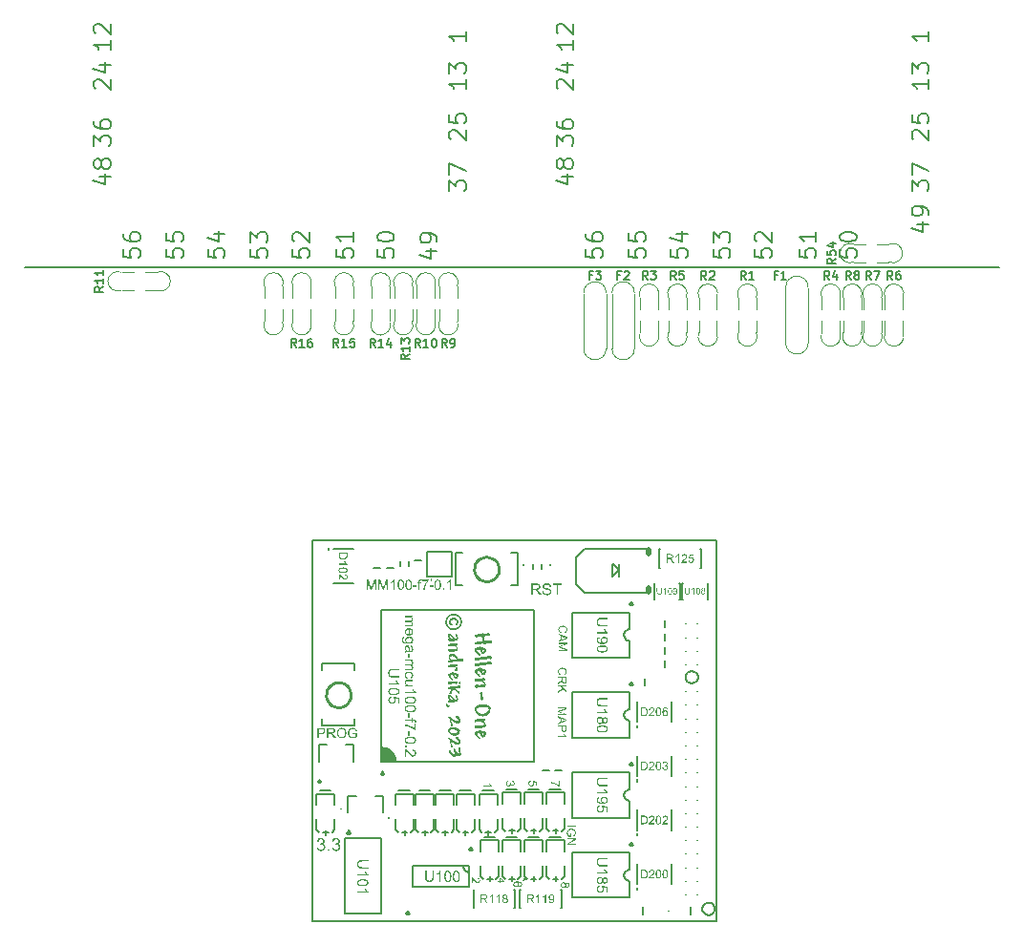
<source format=gto>
G75*
G70*
%OFA0B0*%
%FSLAX25Y25*%
%IPPOS*%
%LPD*%
%AMOC8*
5,1,8,0,0,1.08239X$1,22.5*
%
%ADD105C,0.00300*%
%ADD106C,0.01000*%
%ADD107C,0.00669*%
%ADD108C,0.00800*%
%ADD26C,0.00787*%
%ADD30C,0.00500*%
%ADD31C,0.00591*%
%ADD32C,0.00390*%
%ADD33C,0.00472*%
%ADD35C,0.00394*%
%ADD37C,0.00984*%
%ADD38C,0.01968*%
X0000000Y0000000D02*
%LPD*%
G01*
D26*
X0284204Y0280942D02*
X0284204Y0278130D01*
X0284204Y0278130D02*
X0287016Y0277849D01*
X0287016Y0277849D02*
X0286735Y0278130D01*
X0286735Y0278130D02*
X0286454Y0278693D01*
X0286454Y0278693D02*
X0286454Y0280099D01*
X0286454Y0280099D02*
X0286735Y0280661D01*
X0286735Y0280661D02*
X0287016Y0280942D01*
X0287016Y0280942D02*
X0287578Y0281223D01*
X0287578Y0281223D02*
X0288985Y0281223D01*
X0288985Y0281223D02*
X0289547Y0280942D01*
X0289547Y0280942D02*
X0289828Y0280661D01*
X0289828Y0280661D02*
X0290109Y0280099D01*
X0290109Y0280099D02*
X0290109Y0278693D01*
X0290109Y0278693D02*
X0289828Y0278130D01*
X0289828Y0278130D02*
X0289547Y0277849D01*
X0284204Y0284879D02*
X0284204Y0285442D01*
X0284204Y0285442D02*
X0284485Y0286004D01*
X0284485Y0286004D02*
X0284766Y0286285D01*
X0284766Y0286285D02*
X0285329Y0286567D01*
X0285329Y0286567D02*
X0286454Y0286848D01*
X0286454Y0286848D02*
X0287860Y0286848D01*
X0287860Y0286848D02*
X0288985Y0286567D01*
X0288985Y0286567D02*
X0289547Y0286285D01*
X0289547Y0286285D02*
X0289828Y0286004D01*
X0289828Y0286004D02*
X0290109Y0285442D01*
X0290109Y0285442D02*
X0290109Y0284879D01*
X0290109Y0284879D02*
X0289828Y0284317D01*
X0289828Y0284317D02*
X0289547Y0284036D01*
X0289547Y0284036D02*
X0288985Y0283754D01*
X0288985Y0283754D02*
X0287860Y0283473D01*
X0287860Y0283473D02*
X0286454Y0283473D01*
X0286454Y0283473D02*
X0285329Y0283754D01*
X0285329Y0283754D02*
X0284766Y0284036D01*
X0284766Y0284036D02*
X0284485Y0284317D01*
X0284485Y0284317D02*
X0284204Y0284879D01*
X0108613Y0280942D02*
X0108613Y0278130D01*
X0108613Y0278130D02*
X0111426Y0277849D01*
X0111426Y0277849D02*
X0111144Y0278130D01*
X0111144Y0278130D02*
X0110863Y0278693D01*
X0110863Y0278693D02*
X0110863Y0280099D01*
X0110863Y0280099D02*
X0111144Y0280661D01*
X0111144Y0280661D02*
X0111426Y0280942D01*
X0111426Y0280942D02*
X0111988Y0281223D01*
X0111988Y0281223D02*
X0113394Y0281223D01*
X0113394Y0281223D02*
X0113956Y0280942D01*
X0113956Y0280942D02*
X0114238Y0280661D01*
X0114238Y0280661D02*
X0114519Y0280099D01*
X0114519Y0280099D02*
X0114519Y0278693D01*
X0114519Y0278693D02*
X0114238Y0278130D01*
X0114238Y0278130D02*
X0113956Y0277849D01*
X0114519Y0286848D02*
X0114519Y0283473D01*
X0114519Y0285160D02*
X0108613Y0285160D01*
X0108613Y0285160D02*
X0109457Y0284598D01*
X0109457Y0284598D02*
X0110019Y0284036D01*
X0110019Y0284036D02*
X0110301Y0283473D01*
X0309963Y0319187D02*
X0309682Y0319469D01*
X0309682Y0319469D02*
X0309401Y0320031D01*
X0309401Y0320031D02*
X0309401Y0321437D01*
X0309401Y0321437D02*
X0309682Y0322000D01*
X0309682Y0322000D02*
X0309963Y0322281D01*
X0309963Y0322281D02*
X0310526Y0322562D01*
X0310526Y0322562D02*
X0311088Y0322562D01*
X0311088Y0322562D02*
X0311932Y0322281D01*
X0311932Y0322281D02*
X0315306Y0318906D01*
X0315306Y0318906D02*
X0315306Y0322562D01*
X0309401Y0327905D02*
X0309401Y0325093D01*
X0309401Y0325093D02*
X0312213Y0324812D01*
X0312213Y0324812D02*
X0311932Y0325093D01*
X0311932Y0325093D02*
X0311650Y0325655D01*
X0311650Y0325655D02*
X0311650Y0327062D01*
X0311650Y0327062D02*
X0311932Y0327624D01*
X0311932Y0327624D02*
X0312213Y0327905D01*
X0312213Y0327905D02*
X0312775Y0328186D01*
X0312775Y0328186D02*
X0314181Y0328186D01*
X0314181Y0328186D02*
X0314744Y0327905D01*
X0314744Y0327905D02*
X0315025Y0327624D01*
X0315025Y0327624D02*
X0315306Y0327062D01*
X0315306Y0327062D02*
X0315306Y0325655D01*
X0315306Y0325655D02*
X0315025Y0325093D01*
X0315025Y0325093D02*
X0314744Y0324812D01*
X0034204Y0280942D02*
X0034204Y0278130D01*
X0034204Y0278130D02*
X0037016Y0277849D01*
X0037016Y0277849D02*
X0036735Y0278130D01*
X0036735Y0278130D02*
X0036454Y0278693D01*
X0036454Y0278693D02*
X0036454Y0280099D01*
X0036454Y0280099D02*
X0036735Y0280661D01*
X0036735Y0280661D02*
X0037016Y0280942D01*
X0037016Y0280942D02*
X0037578Y0281223D01*
X0037578Y0281223D02*
X0038985Y0281223D01*
X0038985Y0281223D02*
X0039547Y0280942D01*
X0039547Y0280942D02*
X0039828Y0280661D01*
X0039828Y0280661D02*
X0040109Y0280099D01*
X0040109Y0280099D02*
X0040109Y0278693D01*
X0040109Y0278693D02*
X0039828Y0278130D01*
X0039828Y0278130D02*
X0039547Y0277849D01*
X0034204Y0286285D02*
X0034204Y0285160D01*
X0034204Y0285160D02*
X0034485Y0284598D01*
X0034485Y0284598D02*
X0034766Y0284317D01*
X0034766Y0284317D02*
X0035610Y0283754D01*
X0035610Y0283754D02*
X0036735Y0283473D01*
X0036735Y0283473D02*
X0038985Y0283473D01*
X0038985Y0283473D02*
X0039547Y0283754D01*
X0039547Y0283754D02*
X0039828Y0284036D01*
X0039828Y0284036D02*
X0040109Y0284598D01*
X0040109Y0284598D02*
X0040109Y0285723D01*
X0040109Y0285723D02*
X0039828Y0286285D01*
X0039828Y0286285D02*
X0039547Y0286567D01*
X0039547Y0286567D02*
X0038985Y0286848D01*
X0038985Y0286848D02*
X0037578Y0286848D01*
X0037578Y0286848D02*
X0037016Y0286567D01*
X0037016Y0286567D02*
X0036735Y0286285D01*
X0036735Y0286285D02*
X0036454Y0285723D01*
X0036454Y0285723D02*
X0036454Y0284598D01*
X0036454Y0284598D02*
X0036735Y0284036D01*
X0036735Y0284036D02*
X0037016Y0283754D01*
X0037016Y0283754D02*
X0037578Y0283473D01*
X0049165Y0280942D02*
X0049165Y0278130D01*
X0049165Y0278130D02*
X0051977Y0277849D01*
X0051977Y0277849D02*
X0051695Y0278130D01*
X0051695Y0278130D02*
X0051414Y0278693D01*
X0051414Y0278693D02*
X0051414Y0280099D01*
X0051414Y0280099D02*
X0051695Y0280661D01*
X0051695Y0280661D02*
X0051977Y0280942D01*
X0051977Y0280942D02*
X0052539Y0281223D01*
X0052539Y0281223D02*
X0053945Y0281223D01*
X0053945Y0281223D02*
X0054508Y0280942D01*
X0054508Y0280942D02*
X0054789Y0280661D01*
X0054789Y0280661D02*
X0055070Y0280099D01*
X0055070Y0280099D02*
X0055070Y0278693D01*
X0055070Y0278693D02*
X0054789Y0278130D01*
X0054789Y0278130D02*
X0054508Y0277849D01*
X0049165Y0286567D02*
X0049165Y0283754D01*
X0049165Y0283754D02*
X0051977Y0283473D01*
X0051977Y0283473D02*
X0051695Y0283754D01*
X0051695Y0283754D02*
X0051414Y0284317D01*
X0051414Y0284317D02*
X0051414Y0285723D01*
X0051414Y0285723D02*
X0051695Y0286285D01*
X0051695Y0286285D02*
X0051977Y0286567D01*
X0051977Y0286567D02*
X0052539Y0286848D01*
X0052539Y0286848D02*
X0053945Y0286848D01*
X0053945Y0286848D02*
X0054508Y0286567D01*
X0054508Y0286567D02*
X0054789Y0286285D01*
X0054789Y0286285D02*
X0055070Y0285723D01*
X0055070Y0285723D02*
X0055070Y0284317D01*
X0055070Y0284317D02*
X0054789Y0283754D01*
X0054789Y0283754D02*
X0054508Y0283473D01*
X0185947Y0336904D02*
X0185666Y0337185D01*
X0185666Y0337185D02*
X0185385Y0337748D01*
X0185385Y0337748D02*
X0185385Y0339154D01*
X0185385Y0339154D02*
X0185666Y0339716D01*
X0185666Y0339716D02*
X0185947Y0339997D01*
X0185947Y0339997D02*
X0186510Y0340279D01*
X0186510Y0340279D02*
X0187072Y0340279D01*
X0187072Y0340279D02*
X0187916Y0339997D01*
X0187916Y0339997D02*
X0191291Y0336623D01*
X0191291Y0336623D02*
X0191291Y0340279D01*
X0187354Y0345340D02*
X0191291Y0345340D01*
X0185104Y0343934D02*
X0189322Y0342528D01*
X0189322Y0342528D02*
X0189322Y0346184D01*
X0153889Y0340279D02*
X0153889Y0336904D01*
X0153889Y0338591D02*
X0147983Y0338591D01*
X0147983Y0338591D02*
X0148827Y0338029D01*
X0148827Y0338029D02*
X0149390Y0337466D01*
X0149390Y0337466D02*
X0149671Y0336904D01*
X0147983Y0342247D02*
X0147983Y0345903D01*
X0147983Y0345903D02*
X0150233Y0343934D01*
X0150233Y0343934D02*
X0150233Y0344778D01*
X0150233Y0344778D02*
X0150514Y0345340D01*
X0150514Y0345340D02*
X0150796Y0345622D01*
X0150796Y0345622D02*
X0151358Y0345903D01*
X0151358Y0345903D02*
X0152764Y0345903D01*
X0152764Y0345903D02*
X0153327Y0345622D01*
X0153327Y0345622D02*
X0153608Y0345340D01*
X0153608Y0345340D02*
X0153889Y0344778D01*
X0153889Y0344778D02*
X0153889Y0343091D01*
X0153889Y0343091D02*
X0153608Y0342528D01*
X0153608Y0342528D02*
X0153327Y0342247D01*
X0147983Y0301190D02*
X0147983Y0304846D01*
X0147983Y0304846D02*
X0150233Y0302877D01*
X0150233Y0302877D02*
X0150233Y0303721D01*
X0150233Y0303721D02*
X0150514Y0304283D01*
X0150514Y0304283D02*
X0150796Y0304564D01*
X0150796Y0304564D02*
X0151358Y0304846D01*
X0151358Y0304846D02*
X0152764Y0304846D01*
X0152764Y0304846D02*
X0153327Y0304564D01*
X0153327Y0304564D02*
X0153608Y0304283D01*
X0153608Y0304283D02*
X0153889Y0303721D01*
X0153889Y0303721D02*
X0153889Y0302033D01*
X0153889Y0302033D02*
X0153608Y0301471D01*
X0153608Y0301471D02*
X0153327Y0301190D01*
X0147983Y0306814D02*
X0147983Y0310751D01*
X0147983Y0310751D02*
X0153889Y0308220D01*
X0122787Y0280942D02*
X0122787Y0278130D01*
X0122787Y0278130D02*
X0125599Y0277849D01*
X0125599Y0277849D02*
X0125318Y0278130D01*
X0125318Y0278130D02*
X0125036Y0278693D01*
X0125036Y0278693D02*
X0125036Y0280099D01*
X0125036Y0280099D02*
X0125318Y0280661D01*
X0125318Y0280661D02*
X0125599Y0280942D01*
X0125599Y0280942D02*
X0126161Y0281223D01*
X0126161Y0281223D02*
X0127567Y0281223D01*
X0127567Y0281223D02*
X0128130Y0280942D01*
X0128130Y0280942D02*
X0128411Y0280661D01*
X0128411Y0280661D02*
X0128692Y0280099D01*
X0128692Y0280099D02*
X0128692Y0278693D01*
X0128692Y0278693D02*
X0128411Y0278130D01*
X0128411Y0278130D02*
X0128130Y0277849D01*
X0122787Y0284879D02*
X0122787Y0285442D01*
X0122787Y0285442D02*
X0123068Y0286004D01*
X0123068Y0286004D02*
X0123349Y0286285D01*
X0123349Y0286285D02*
X0123911Y0286567D01*
X0123911Y0286567D02*
X0125036Y0286848D01*
X0125036Y0286848D02*
X0126442Y0286848D01*
X0126442Y0286848D02*
X0127567Y0286567D01*
X0127567Y0286567D02*
X0128130Y0286285D01*
X0128130Y0286285D02*
X0128411Y0286004D01*
X0128411Y0286004D02*
X0128692Y0285442D01*
X0128692Y0285442D02*
X0128692Y0284879D01*
X0128692Y0284879D02*
X0128411Y0284317D01*
X0128411Y0284317D02*
X0128130Y0284036D01*
X0128130Y0284036D02*
X0127567Y0283754D01*
X0127567Y0283754D02*
X0126442Y0283473D01*
X0126442Y0283473D02*
X0125036Y0283473D01*
X0125036Y0283473D02*
X0123911Y0283754D01*
X0123911Y0283754D02*
X0123349Y0284036D01*
X0123349Y0284036D02*
X0123068Y0284317D01*
X0123068Y0284317D02*
X0122787Y0284879D01*
X0187354Y0306252D02*
X0191291Y0306252D01*
X0185104Y0304846D02*
X0189322Y0303439D01*
X0189322Y0303439D02*
X0189322Y0307095D01*
X0187916Y0310189D02*
X0187635Y0309626D01*
X0187635Y0309626D02*
X0187354Y0309345D01*
X0187354Y0309345D02*
X0186791Y0309064D01*
X0186791Y0309064D02*
X0186510Y0309064D01*
X0186510Y0309064D02*
X0185947Y0309345D01*
X0185947Y0309345D02*
X0185666Y0309626D01*
X0185666Y0309626D02*
X0185385Y0310189D01*
X0185385Y0310189D02*
X0185385Y0311313D01*
X0185385Y0311313D02*
X0185666Y0311876D01*
X0185666Y0311876D02*
X0185947Y0312157D01*
X0185947Y0312157D02*
X0186510Y0312438D01*
X0186510Y0312438D02*
X0186791Y0312438D01*
X0186791Y0312438D02*
X0187354Y0312157D01*
X0187354Y0312157D02*
X0187635Y0311876D01*
X0187635Y0311876D02*
X0187916Y0311313D01*
X0187916Y0311313D02*
X0187916Y0310189D01*
X0187916Y0310189D02*
X0188197Y0309626D01*
X0188197Y0309626D02*
X0188478Y0309345D01*
X0188478Y0309345D02*
X0189041Y0309064D01*
X0189041Y0309064D02*
X0190166Y0309064D01*
X0190166Y0309064D02*
X0190728Y0309345D01*
X0190728Y0309345D02*
X0191009Y0309626D01*
X0191009Y0309626D02*
X0191291Y0310189D01*
X0191291Y0310189D02*
X0191291Y0311313D01*
X0191291Y0311313D02*
X0191009Y0311876D01*
X0191009Y0311876D02*
X0190728Y0312157D01*
X0190728Y0312157D02*
X0190166Y0312438D01*
X0190166Y0312438D02*
X0189041Y0312438D01*
X0189041Y0312438D02*
X0188478Y0312157D01*
X0188478Y0312157D02*
X0188197Y0311876D01*
X0188197Y0311876D02*
X0187916Y0311313D01*
X0254676Y0280942D02*
X0254676Y0278130D01*
X0254676Y0278130D02*
X0257489Y0277849D01*
X0257489Y0277849D02*
X0257207Y0278130D01*
X0257207Y0278130D02*
X0256926Y0278693D01*
X0256926Y0278693D02*
X0256926Y0280099D01*
X0256926Y0280099D02*
X0257207Y0280661D01*
X0257207Y0280661D02*
X0257489Y0280942D01*
X0257489Y0280942D02*
X0258051Y0281223D01*
X0258051Y0281223D02*
X0259457Y0281223D01*
X0259457Y0281223D02*
X0260019Y0280942D01*
X0260019Y0280942D02*
X0260301Y0280661D01*
X0260301Y0280661D02*
X0260582Y0280099D01*
X0260582Y0280099D02*
X0260582Y0278693D01*
X0260582Y0278693D02*
X0260301Y0278130D01*
X0260301Y0278130D02*
X0260019Y0277849D01*
X0255239Y0283473D02*
X0254958Y0283754D01*
X0254958Y0283754D02*
X0254676Y0284317D01*
X0254676Y0284317D02*
X0254676Y0285723D01*
X0254676Y0285723D02*
X0254958Y0286285D01*
X0254958Y0286285D02*
X0255239Y0286567D01*
X0255239Y0286567D02*
X0255801Y0286848D01*
X0255801Y0286848D02*
X0256364Y0286848D01*
X0256364Y0286848D02*
X0257207Y0286567D01*
X0257207Y0286567D02*
X0260582Y0283192D01*
X0260582Y0283192D02*
X0260582Y0286848D01*
X0270031Y0280942D02*
X0270031Y0278130D01*
X0270031Y0278130D02*
X0272843Y0277849D01*
X0272843Y0277849D02*
X0272562Y0278130D01*
X0272562Y0278130D02*
X0272280Y0278693D01*
X0272280Y0278693D02*
X0272280Y0280099D01*
X0272280Y0280099D02*
X0272562Y0280661D01*
X0272562Y0280661D02*
X0272843Y0280942D01*
X0272843Y0280942D02*
X0273405Y0281223D01*
X0273405Y0281223D02*
X0274811Y0281223D01*
X0274811Y0281223D02*
X0275374Y0280942D01*
X0275374Y0280942D02*
X0275655Y0280661D01*
X0275655Y0280661D02*
X0275936Y0280099D01*
X0275936Y0280099D02*
X0275936Y0278693D01*
X0275936Y0278693D02*
X0275655Y0278130D01*
X0275655Y0278130D02*
X0275374Y0277849D01*
X0275936Y0286848D02*
X0275936Y0283473D01*
X0275936Y0285160D02*
X0270031Y0285160D01*
X0270031Y0285160D02*
X0270874Y0284598D01*
X0270874Y0284598D02*
X0271437Y0284036D01*
X0271437Y0284036D02*
X0271718Y0283473D01*
X0024530Y0336904D02*
X0024249Y0337185D01*
X0024249Y0337185D02*
X0023968Y0337748D01*
X0023968Y0337748D02*
X0023968Y0339154D01*
X0023968Y0339154D02*
X0024249Y0339716D01*
X0024249Y0339716D02*
X0024530Y0339997D01*
X0024530Y0339997D02*
X0025093Y0340279D01*
X0025093Y0340279D02*
X0025655Y0340279D01*
X0025655Y0340279D02*
X0026499Y0339997D01*
X0026499Y0339997D02*
X0029873Y0336623D01*
X0029873Y0336623D02*
X0029873Y0340279D01*
X0025936Y0345340D02*
X0029873Y0345340D01*
X0023686Y0343934D02*
X0027905Y0342528D01*
X0027905Y0342528D02*
X0027905Y0346184D01*
X0225149Y0280942D02*
X0225149Y0278130D01*
X0225149Y0278130D02*
X0227961Y0277849D01*
X0227961Y0277849D02*
X0227680Y0278130D01*
X0227680Y0278130D02*
X0227399Y0278693D01*
X0227399Y0278693D02*
X0227399Y0280099D01*
X0227399Y0280099D02*
X0227680Y0280661D01*
X0227680Y0280661D02*
X0227961Y0280942D01*
X0227961Y0280942D02*
X0228523Y0281223D01*
X0228523Y0281223D02*
X0229929Y0281223D01*
X0229929Y0281223D02*
X0230492Y0280942D01*
X0230492Y0280942D02*
X0230773Y0280661D01*
X0230773Y0280661D02*
X0231054Y0280099D01*
X0231054Y0280099D02*
X0231054Y0278693D01*
X0231054Y0278693D02*
X0230773Y0278130D01*
X0230773Y0278130D02*
X0230492Y0277849D01*
X0227117Y0286285D02*
X0231054Y0286285D01*
X0224868Y0284879D02*
X0229086Y0283473D01*
X0229086Y0283473D02*
X0229086Y0287129D01*
X0148546Y0319187D02*
X0148265Y0319469D01*
X0148265Y0319469D02*
X0147983Y0320031D01*
X0147983Y0320031D02*
X0147983Y0321437D01*
X0147983Y0321437D02*
X0148265Y0322000D01*
X0148265Y0322000D02*
X0148546Y0322281D01*
X0148546Y0322281D02*
X0149108Y0322562D01*
X0149108Y0322562D02*
X0149671Y0322562D01*
X0149671Y0322562D02*
X0150514Y0322281D01*
X0150514Y0322281D02*
X0153889Y0318906D01*
X0153889Y0318906D02*
X0153889Y0322562D01*
X0147983Y0327905D02*
X0147983Y0325093D01*
X0147983Y0325093D02*
X0150796Y0324812D01*
X0150796Y0324812D02*
X0150514Y0325093D01*
X0150514Y0325093D02*
X0150233Y0325655D01*
X0150233Y0325655D02*
X0150233Y0327062D01*
X0150233Y0327062D02*
X0150514Y0327624D01*
X0150514Y0327624D02*
X0150796Y0327905D01*
X0150796Y0327905D02*
X0151358Y0328186D01*
X0151358Y0328186D02*
X0152764Y0328186D01*
X0152764Y0328186D02*
X0153327Y0327905D01*
X0153327Y0327905D02*
X0153608Y0327624D01*
X0153608Y0327624D02*
X0153889Y0327062D01*
X0153889Y0327062D02*
X0153889Y0325655D01*
X0153889Y0325655D02*
X0153608Y0325093D01*
X0153608Y0325093D02*
X0153327Y0324812D01*
X0210582Y0280942D02*
X0210582Y0278130D01*
X0210582Y0278130D02*
X0213394Y0277849D01*
X0213394Y0277849D02*
X0213113Y0278130D01*
X0213113Y0278130D02*
X0212832Y0278693D01*
X0212832Y0278693D02*
X0212832Y0280099D01*
X0212832Y0280099D02*
X0213113Y0280661D01*
X0213113Y0280661D02*
X0213394Y0280942D01*
X0213394Y0280942D02*
X0213956Y0281223D01*
X0213956Y0281223D02*
X0215363Y0281223D01*
X0215363Y0281223D02*
X0215925Y0280942D01*
X0215925Y0280942D02*
X0216206Y0280661D01*
X0216206Y0280661D02*
X0216487Y0280099D01*
X0216487Y0280099D02*
X0216487Y0278693D01*
X0216487Y0278693D02*
X0216206Y0278130D01*
X0216206Y0278130D02*
X0215925Y0277849D01*
X0210582Y0286567D02*
X0210582Y0283754D01*
X0210582Y0283754D02*
X0213394Y0283473D01*
X0213394Y0283473D02*
X0213113Y0283754D01*
X0213113Y0283754D02*
X0212832Y0284317D01*
X0212832Y0284317D02*
X0212832Y0285723D01*
X0212832Y0285723D02*
X0213113Y0286285D01*
X0213113Y0286285D02*
X0213394Y0286567D01*
X0213394Y0286567D02*
X0213956Y0286848D01*
X0213956Y0286848D02*
X0215363Y0286848D01*
X0215363Y0286848D02*
X0215925Y0286567D01*
X0215925Y0286567D02*
X0216206Y0286285D01*
X0216206Y0286285D02*
X0216487Y0285723D01*
X0216487Y0285723D02*
X0216487Y0284317D01*
X0216487Y0284317D02*
X0216206Y0283754D01*
X0216206Y0283754D02*
X0215925Y0283473D01*
X0093259Y0280942D02*
X0093259Y0278130D01*
X0093259Y0278130D02*
X0096071Y0277849D01*
X0096071Y0277849D02*
X0095790Y0278130D01*
X0095790Y0278130D02*
X0095509Y0278693D01*
X0095509Y0278693D02*
X0095509Y0280099D01*
X0095509Y0280099D02*
X0095790Y0280661D01*
X0095790Y0280661D02*
X0096071Y0280942D01*
X0096071Y0280942D02*
X0096634Y0281223D01*
X0096634Y0281223D02*
X0098040Y0281223D01*
X0098040Y0281223D02*
X0098602Y0280942D01*
X0098602Y0280942D02*
X0098883Y0280661D01*
X0098883Y0280661D02*
X0099165Y0280099D01*
X0099165Y0280099D02*
X0099165Y0278693D01*
X0099165Y0278693D02*
X0098883Y0278130D01*
X0098883Y0278130D02*
X0098602Y0277849D01*
X0093821Y0283473D02*
X0093540Y0283754D01*
X0093540Y0283754D02*
X0093259Y0284317D01*
X0093259Y0284317D02*
X0093259Y0285723D01*
X0093259Y0285723D02*
X0093540Y0286285D01*
X0093540Y0286285D02*
X0093821Y0286567D01*
X0093821Y0286567D02*
X0094384Y0286848D01*
X0094384Y0286848D02*
X0094946Y0286848D01*
X0094946Y0286848D02*
X0095790Y0286567D01*
X0095790Y0286567D02*
X0099165Y0283192D01*
X0099165Y0283192D02*
X0099165Y0286848D01*
X0023968Y0316938D02*
X0023968Y0320594D01*
X0023968Y0320594D02*
X0026217Y0318625D01*
X0026217Y0318625D02*
X0026217Y0319469D01*
X0026217Y0319469D02*
X0026499Y0320031D01*
X0026499Y0320031D02*
X0026780Y0320312D01*
X0026780Y0320312D02*
X0027342Y0320594D01*
X0027342Y0320594D02*
X0028748Y0320594D01*
X0028748Y0320594D02*
X0029311Y0320312D01*
X0029311Y0320312D02*
X0029592Y0320031D01*
X0029592Y0320031D02*
X0029873Y0319469D01*
X0029873Y0319469D02*
X0029873Y0317781D01*
X0029873Y0317781D02*
X0029592Y0317219D01*
X0029592Y0317219D02*
X0029311Y0316938D01*
X0023968Y0325655D02*
X0023968Y0324531D01*
X0023968Y0324531D02*
X0024249Y0323968D01*
X0024249Y0323968D02*
X0024530Y0323687D01*
X0024530Y0323687D02*
X0025374Y0323124D01*
X0025374Y0323124D02*
X0026499Y0322843D01*
X0026499Y0322843D02*
X0028748Y0322843D01*
X0028748Y0322843D02*
X0029311Y0323124D01*
X0029311Y0323124D02*
X0029592Y0323406D01*
X0029592Y0323406D02*
X0029873Y0323968D01*
X0029873Y0323968D02*
X0029873Y0325093D01*
X0029873Y0325093D02*
X0029592Y0325655D01*
X0029592Y0325655D02*
X0029311Y0325937D01*
X0029311Y0325937D02*
X0028748Y0326218D01*
X0028748Y0326218D02*
X0027342Y0326218D01*
X0027342Y0326218D02*
X0026780Y0325937D01*
X0026780Y0325937D02*
X0026499Y0325655D01*
X0026499Y0325655D02*
X0026217Y0325093D01*
X0026217Y0325093D02*
X0026217Y0323968D01*
X0026217Y0323968D02*
X0026499Y0323406D01*
X0026499Y0323406D02*
X0026780Y0323124D01*
X0026780Y0323124D02*
X0027342Y0322843D01*
X0153889Y0356870D02*
X0153889Y0353496D01*
X0153889Y0355183D02*
X0147983Y0355183D01*
X0147983Y0355183D02*
X0148827Y0354621D01*
X0148827Y0354621D02*
X0149390Y0354058D01*
X0149390Y0354058D02*
X0149671Y0353496D01*
X0078692Y0280942D02*
X0078692Y0278130D01*
X0078692Y0278130D02*
X0081504Y0277849D01*
X0081504Y0277849D02*
X0081223Y0278130D01*
X0081223Y0278130D02*
X0080942Y0278693D01*
X0080942Y0278693D02*
X0080942Y0280099D01*
X0080942Y0280099D02*
X0081223Y0280661D01*
X0081223Y0280661D02*
X0081504Y0280942D01*
X0081504Y0280942D02*
X0082067Y0281223D01*
X0082067Y0281223D02*
X0083473Y0281223D01*
X0083473Y0281223D02*
X0084035Y0280942D01*
X0084035Y0280942D02*
X0084316Y0280661D01*
X0084316Y0280661D02*
X0084598Y0280099D01*
X0084598Y0280099D02*
X0084598Y0278693D01*
X0084598Y0278693D02*
X0084316Y0278130D01*
X0084316Y0278130D02*
X0084035Y0277849D01*
X0078692Y0283192D02*
X0078692Y0286848D01*
X0078692Y0286848D02*
X0080942Y0284879D01*
X0080942Y0284879D02*
X0080942Y0285723D01*
X0080942Y0285723D02*
X0081223Y0286285D01*
X0081223Y0286285D02*
X0081504Y0286567D01*
X0081504Y0286567D02*
X0082067Y0286848D01*
X0082067Y0286848D02*
X0083473Y0286848D01*
X0083473Y0286848D02*
X0084035Y0286567D01*
X0084035Y0286567D02*
X0084316Y0286285D01*
X0084316Y0286285D02*
X0084598Y0285723D01*
X0084598Y0285723D02*
X0084598Y0284036D01*
X0084598Y0284036D02*
X0084316Y0283473D01*
X0084316Y0283473D02*
X0084035Y0283192D01*
X0063731Y0280942D02*
X0063731Y0278130D01*
X0063731Y0278130D02*
X0066544Y0277849D01*
X0066544Y0277849D02*
X0066262Y0278130D01*
X0066262Y0278130D02*
X0065981Y0278693D01*
X0065981Y0278693D02*
X0065981Y0280099D01*
X0065981Y0280099D02*
X0066262Y0280661D01*
X0066262Y0280661D02*
X0066544Y0280942D01*
X0066544Y0280942D02*
X0067106Y0281223D01*
X0067106Y0281223D02*
X0068512Y0281223D01*
X0068512Y0281223D02*
X0069075Y0280942D01*
X0069075Y0280942D02*
X0069356Y0280661D01*
X0069356Y0280661D02*
X0069637Y0280099D01*
X0069637Y0280099D02*
X0069637Y0278693D01*
X0069637Y0278693D02*
X0069356Y0278130D01*
X0069356Y0278130D02*
X0069075Y0277849D01*
X0065700Y0286285D02*
X0069637Y0286285D01*
X0063450Y0284879D02*
X0067668Y0283473D01*
X0067668Y0283473D02*
X0067668Y0287129D01*
X0025936Y0306252D02*
X0029873Y0306252D01*
X0023686Y0304846D02*
X0027905Y0303439D01*
X0027905Y0303439D02*
X0027905Y0307095D01*
X0026499Y0310189D02*
X0026217Y0309626D01*
X0026217Y0309626D02*
X0025936Y0309345D01*
X0025936Y0309345D02*
X0025374Y0309064D01*
X0025374Y0309064D02*
X0025093Y0309064D01*
X0025093Y0309064D02*
X0024530Y0309345D01*
X0024530Y0309345D02*
X0024249Y0309626D01*
X0024249Y0309626D02*
X0023968Y0310189D01*
X0023968Y0310189D02*
X0023968Y0311313D01*
X0023968Y0311313D02*
X0024249Y0311876D01*
X0024249Y0311876D02*
X0024530Y0312157D01*
X0024530Y0312157D02*
X0025093Y0312438D01*
X0025093Y0312438D02*
X0025374Y0312438D01*
X0025374Y0312438D02*
X0025936Y0312157D01*
X0025936Y0312157D02*
X0026217Y0311876D01*
X0026217Y0311876D02*
X0026499Y0311313D01*
X0026499Y0311313D02*
X0026499Y0310189D01*
X0026499Y0310189D02*
X0026780Y0309626D01*
X0026780Y0309626D02*
X0027061Y0309345D01*
X0027061Y0309345D02*
X0027623Y0309064D01*
X0027623Y0309064D02*
X0028748Y0309064D01*
X0028748Y0309064D02*
X0029311Y0309345D01*
X0029311Y0309345D02*
X0029592Y0309626D01*
X0029592Y0309626D02*
X0029873Y0310189D01*
X0029873Y0310189D02*
X0029873Y0311313D01*
X0029873Y0311313D02*
X0029592Y0311876D01*
X0029592Y0311876D02*
X0029311Y0312157D01*
X0029311Y0312157D02*
X0028748Y0312438D01*
X0028748Y0312438D02*
X0027623Y0312438D01*
X0027623Y0312438D02*
X0027061Y0312157D01*
X0027061Y0312157D02*
X0026780Y0311876D01*
X0026780Y0311876D02*
X0026499Y0311313D01*
X0315306Y0340279D02*
X0315306Y0336904D01*
X0315306Y0338591D02*
X0309401Y0338591D01*
X0309401Y0338591D02*
X0310244Y0338029D01*
X0310244Y0338029D02*
X0310807Y0337466D01*
X0310807Y0337466D02*
X0311088Y0336904D01*
X0309401Y0342247D02*
X0309401Y0345903D01*
X0309401Y0345903D02*
X0311650Y0343934D01*
X0311650Y0343934D02*
X0311650Y0344778D01*
X0311650Y0344778D02*
X0311932Y0345340D01*
X0311932Y0345340D02*
X0312213Y0345622D01*
X0312213Y0345622D02*
X0312775Y0345903D01*
X0312775Y0345903D02*
X0314181Y0345903D01*
X0314181Y0345903D02*
X0314744Y0345622D01*
X0314744Y0345622D02*
X0315025Y0345340D01*
X0315025Y0345340D02*
X0315306Y0344778D01*
X0315306Y0344778D02*
X0315306Y0343091D01*
X0315306Y0343091D02*
X0315025Y0342528D01*
X0315025Y0342528D02*
X0314744Y0342247D01*
X0191291Y0354058D02*
X0191291Y0350684D01*
X0191291Y0352371D02*
X0185385Y0352371D01*
X0185385Y0352371D02*
X0186229Y0351808D01*
X0186229Y0351808D02*
X0186791Y0351246D01*
X0186791Y0351246D02*
X0187072Y0350684D01*
X0185947Y0356308D02*
X0185666Y0356589D01*
X0185666Y0356589D02*
X0185385Y0357151D01*
X0185385Y0357151D02*
X0185385Y0358558D01*
X0185385Y0358558D02*
X0185666Y0359120D01*
X0185666Y0359120D02*
X0185947Y0359401D01*
X0185947Y0359401D02*
X0186510Y0359682D01*
X0186510Y0359682D02*
X0187072Y0359682D01*
X0187072Y0359682D02*
X0187916Y0359401D01*
X0187916Y0359401D02*
X0191291Y0356027D01*
X0191291Y0356027D02*
X0191291Y0359682D01*
X0240109Y0280942D02*
X0240109Y0278130D01*
X0240109Y0278130D02*
X0242922Y0277849D01*
X0242922Y0277849D02*
X0242640Y0278130D01*
X0242640Y0278130D02*
X0242359Y0278693D01*
X0242359Y0278693D02*
X0242359Y0280099D01*
X0242359Y0280099D02*
X0242640Y0280661D01*
X0242640Y0280661D02*
X0242922Y0280942D01*
X0242922Y0280942D02*
X0243484Y0281223D01*
X0243484Y0281223D02*
X0244890Y0281223D01*
X0244890Y0281223D02*
X0245453Y0280942D01*
X0245453Y0280942D02*
X0245734Y0280661D01*
X0245734Y0280661D02*
X0246015Y0280099D01*
X0246015Y0280099D02*
X0246015Y0278693D01*
X0246015Y0278693D02*
X0245734Y0278130D01*
X0245734Y0278130D02*
X0245453Y0277849D01*
X0240109Y0283192D02*
X0240109Y0286848D01*
X0240109Y0286848D02*
X0242359Y0284879D01*
X0242359Y0284879D02*
X0242359Y0285723D01*
X0242359Y0285723D02*
X0242640Y0286285D01*
X0242640Y0286285D02*
X0242922Y0286567D01*
X0242922Y0286567D02*
X0243484Y0286848D01*
X0243484Y0286848D02*
X0244890Y0286848D01*
X0244890Y0286848D02*
X0245453Y0286567D01*
X0245453Y0286567D02*
X0245734Y0286285D01*
X0245734Y0286285D02*
X0246015Y0285723D01*
X0246015Y0285723D02*
X0246015Y0284036D01*
X0246015Y0284036D02*
X0245734Y0283473D01*
X0245734Y0283473D02*
X0245453Y0283192D01*
X0195621Y0280942D02*
X0195621Y0278130D01*
X0195621Y0278130D02*
X0198433Y0277849D01*
X0198433Y0277849D02*
X0198152Y0278130D01*
X0198152Y0278130D02*
X0197871Y0278693D01*
X0197871Y0278693D02*
X0197871Y0280099D01*
X0197871Y0280099D02*
X0198152Y0280661D01*
X0198152Y0280661D02*
X0198433Y0280942D01*
X0198433Y0280942D02*
X0198996Y0281223D01*
X0198996Y0281223D02*
X0200402Y0281223D01*
X0200402Y0281223D02*
X0200964Y0280942D01*
X0200964Y0280942D02*
X0201246Y0280661D01*
X0201246Y0280661D02*
X0201527Y0280099D01*
X0201527Y0280099D02*
X0201527Y0278693D01*
X0201527Y0278693D02*
X0201246Y0278130D01*
X0201246Y0278130D02*
X0200964Y0277849D01*
X0195621Y0286285D02*
X0195621Y0285160D01*
X0195621Y0285160D02*
X0195902Y0284598D01*
X0195902Y0284598D02*
X0196184Y0284317D01*
X0196184Y0284317D02*
X0197027Y0283754D01*
X0197027Y0283754D02*
X0198152Y0283473D01*
X0198152Y0283473D02*
X0200402Y0283473D01*
X0200402Y0283473D02*
X0200964Y0283754D01*
X0200964Y0283754D02*
X0201246Y0284036D01*
X0201246Y0284036D02*
X0201527Y0284598D01*
X0201527Y0284598D02*
X0201527Y0285723D01*
X0201527Y0285723D02*
X0201246Y0286285D01*
X0201246Y0286285D02*
X0200964Y0286567D01*
X0200964Y0286567D02*
X0200402Y0286848D01*
X0200402Y0286848D02*
X0198996Y0286848D01*
X0198996Y0286848D02*
X0198433Y0286567D01*
X0198433Y0286567D02*
X0198152Y0286285D01*
X0198152Y0286285D02*
X0197871Y0285723D01*
X0197871Y0285723D02*
X0197871Y0284598D01*
X0197871Y0284598D02*
X0198152Y0284036D01*
X0198152Y0284036D02*
X0198433Y0283754D01*
X0198433Y0283754D02*
X0198996Y0283473D01*
X0315306Y0356870D02*
X0315306Y0353496D01*
X0315306Y0355183D02*
X0309401Y0355183D01*
X0309401Y0355183D02*
X0310244Y0354621D01*
X0310244Y0354621D02*
X0310807Y0354058D01*
X0310807Y0354058D02*
X0311088Y0353496D01*
X0311352Y0289651D02*
X0315289Y0289651D01*
X0309103Y0288245D02*
X0313321Y0286839D01*
X0313321Y0286839D02*
X0313321Y0290495D01*
X0315289Y0293026D02*
X0315289Y0294151D01*
X0315289Y0294151D02*
X0315008Y0294713D01*
X0315008Y0294713D02*
X0314727Y0294994D01*
X0314727Y0294994D02*
X0313883Y0295557D01*
X0313883Y0295557D02*
X0312759Y0295838D01*
X0312759Y0295838D02*
X0310509Y0295838D01*
X0310509Y0295838D02*
X0309946Y0295557D01*
X0309946Y0295557D02*
X0309665Y0295276D01*
X0309665Y0295276D02*
X0309384Y0294713D01*
X0309384Y0294713D02*
X0309384Y0293588D01*
X0309384Y0293588D02*
X0309665Y0293026D01*
X0309665Y0293026D02*
X0309946Y0292745D01*
X0309946Y0292745D02*
X0310509Y0292463D01*
X0310509Y0292463D02*
X0311915Y0292463D01*
X0311915Y0292463D02*
X0312477Y0292745D01*
X0312477Y0292745D02*
X0312759Y0293026D01*
X0312759Y0293026D02*
X0313040Y0293588D01*
X0313040Y0293588D02*
X0313040Y0294713D01*
X0313040Y0294713D02*
X0312759Y0295276D01*
X0312759Y0295276D02*
X0312477Y0295557D01*
X0312477Y0295557D02*
X0311915Y0295838D01*
X0309401Y0301190D02*
X0309401Y0304846D01*
X0309401Y0304846D02*
X0311650Y0302877D01*
X0311650Y0302877D02*
X0311650Y0303721D01*
X0311650Y0303721D02*
X0311932Y0304283D01*
X0311932Y0304283D02*
X0312213Y0304564D01*
X0312213Y0304564D02*
X0312775Y0304846D01*
X0312775Y0304846D02*
X0314181Y0304846D01*
X0314181Y0304846D02*
X0314744Y0304564D01*
X0314744Y0304564D02*
X0315025Y0304283D01*
X0315025Y0304283D02*
X0315306Y0303721D01*
X0315306Y0303721D02*
X0315306Y0302033D01*
X0315306Y0302033D02*
X0315025Y0301471D01*
X0315025Y0301471D02*
X0314744Y0301190D01*
X0309401Y0306814D02*
X0309401Y0310751D01*
X0309401Y0310751D02*
X0315306Y0308220D01*
X0029873Y0354058D02*
X0029873Y0350684D01*
X0029873Y0352371D02*
X0023968Y0352371D01*
X0023968Y0352371D02*
X0024811Y0351808D01*
X0024811Y0351808D02*
X0025374Y0351246D01*
X0025374Y0351246D02*
X0025655Y0350684D01*
X0024530Y0356308D02*
X0024249Y0356589D01*
X0024249Y0356589D02*
X0023968Y0357151D01*
X0023968Y0357151D02*
X0023968Y0358558D01*
X0023968Y0358558D02*
X0024249Y0359120D01*
X0024249Y0359120D02*
X0024530Y0359401D01*
X0024530Y0359401D02*
X0025093Y0359682D01*
X0025093Y0359682D02*
X0025655Y0359682D01*
X0025655Y0359682D02*
X0026499Y0359401D01*
X0026499Y0359401D02*
X0029873Y0356027D01*
X0029873Y0356027D02*
X0029873Y0359682D01*
X0139716Y0280267D02*
X0143653Y0280267D01*
X0137466Y0278861D02*
X0141684Y0277455D01*
X0141684Y0277455D02*
X0141684Y0281111D01*
X0143653Y0283642D02*
X0143653Y0284767D01*
X0143653Y0284767D02*
X0143372Y0285329D01*
X0143372Y0285329D02*
X0143090Y0285610D01*
X0143090Y0285610D02*
X0142247Y0286173D01*
X0142247Y0286173D02*
X0141122Y0286454D01*
X0141122Y0286454D02*
X0138872Y0286454D01*
X0138872Y0286454D02*
X0138310Y0286173D01*
X0138310Y0286173D02*
X0138028Y0285892D01*
X0138028Y0285892D02*
X0137747Y0285329D01*
X0137747Y0285329D02*
X0137747Y0284204D01*
X0137747Y0284204D02*
X0138028Y0283642D01*
X0138028Y0283642D02*
X0138310Y0283361D01*
X0138310Y0283361D02*
X0138872Y0283080D01*
X0138872Y0283080D02*
X0140278Y0283080D01*
X0140278Y0283080D02*
X0140841Y0283361D01*
X0140841Y0283361D02*
X0141122Y0283642D01*
X0141122Y0283642D02*
X0141403Y0284204D01*
X0141403Y0284204D02*
X0141403Y0285329D01*
X0141403Y0285329D02*
X0141122Y0285892D01*
X0141122Y0285892D02*
X0140841Y0286173D01*
X0140841Y0286173D02*
X0140278Y0286454D01*
X0185385Y0316938D02*
X0185385Y0320594D01*
X0185385Y0320594D02*
X0187635Y0318625D01*
X0187635Y0318625D02*
X0187635Y0319469D01*
X0187635Y0319469D02*
X0187916Y0320031D01*
X0187916Y0320031D02*
X0188197Y0320312D01*
X0188197Y0320312D02*
X0188760Y0320594D01*
X0188760Y0320594D02*
X0190166Y0320594D01*
X0190166Y0320594D02*
X0190728Y0320312D01*
X0190728Y0320312D02*
X0191009Y0320031D01*
X0191009Y0320031D02*
X0191291Y0319469D01*
X0191291Y0319469D02*
X0191291Y0317781D01*
X0191291Y0317781D02*
X0191009Y0317219D01*
X0191009Y0317219D02*
X0190728Y0316938D01*
X0185385Y0325655D02*
X0185385Y0324531D01*
X0185385Y0324531D02*
X0185666Y0323968D01*
X0185666Y0323968D02*
X0185947Y0323687D01*
X0185947Y0323687D02*
X0186791Y0323124D01*
X0186791Y0323124D02*
X0187916Y0322843D01*
X0187916Y0322843D02*
X0190166Y0322843D01*
X0190166Y0322843D02*
X0190728Y0323124D01*
X0190728Y0323124D02*
X0191009Y0323406D01*
X0191009Y0323406D02*
X0191291Y0323968D01*
X0191291Y0323968D02*
X0191291Y0325093D01*
X0191291Y0325093D02*
X0191009Y0325655D01*
X0191009Y0325655D02*
X0190728Y0325937D01*
X0190728Y0325937D02*
X0190166Y0326218D01*
X0190166Y0326218D02*
X0188760Y0326218D01*
X0188760Y0326218D02*
X0188197Y0325937D01*
X0188197Y0325937D02*
X0187916Y0325655D01*
X0187916Y0325655D02*
X0187635Y0325093D01*
X0187635Y0325093D02*
X0187635Y0323968D01*
X0187635Y0323968D02*
X0187916Y0323406D01*
X0187916Y0323406D02*
X0188197Y0323124D01*
X0188197Y0323124D02*
X0188760Y0322843D01*
D30*
X0134039Y0244134D02*
X0132610Y0243134D01*
X0134039Y0242420D02*
X0131039Y0242420D01*
X0131039Y0242420D02*
X0131039Y0243563D01*
X0131039Y0243563D02*
X0131182Y0243849D01*
X0131182Y0243849D02*
X0131325Y0243992D01*
X0131325Y0243992D02*
X0131610Y0244134D01*
X0131610Y0244134D02*
X0132039Y0244134D01*
X0132039Y0244134D02*
X0132325Y0243992D01*
X0132325Y0243992D02*
X0132468Y0243849D01*
X0132468Y0243849D02*
X0132610Y0243563D01*
X0132610Y0243563D02*
X0132610Y0242420D01*
X0134039Y0246992D02*
X0134039Y0245277D01*
X0134039Y0246134D02*
X0131039Y0246134D01*
X0131039Y0246134D02*
X0131468Y0245849D01*
X0131468Y0245849D02*
X0131753Y0245563D01*
X0131753Y0245563D02*
X0131896Y0245277D01*
X0131039Y0247992D02*
X0131039Y0249849D01*
X0131039Y0249849D02*
X0132182Y0248849D01*
X0132182Y0248849D02*
X0132182Y0249277D01*
X0132182Y0249277D02*
X0132325Y0249563D01*
X0132325Y0249563D02*
X0132468Y0249706D01*
X0132468Y0249706D02*
X0132753Y0249849D01*
X0132753Y0249849D02*
X0133468Y0249849D01*
X0133468Y0249849D02*
X0133753Y0249706D01*
X0133753Y0249706D02*
X0133896Y0249563D01*
X0133896Y0249563D02*
X0134039Y0249277D01*
X0134039Y0249277D02*
X0134039Y0248420D01*
X0134039Y0248420D02*
X0133896Y0248134D01*
X0133896Y0248134D02*
X0133753Y0247992D01*
X0027326Y0267756D02*
X0025898Y0266756D01*
X0027326Y0266042D02*
X0024326Y0266042D01*
X0024326Y0266042D02*
X0024326Y0267185D01*
X0024326Y0267185D02*
X0024469Y0267471D01*
X0024469Y0267471D02*
X0024612Y0267614D01*
X0024612Y0267614D02*
X0024898Y0267756D01*
X0024898Y0267756D02*
X0025326Y0267756D01*
X0025326Y0267756D02*
X0025612Y0267614D01*
X0025612Y0267614D02*
X0025755Y0267471D01*
X0025755Y0267471D02*
X0025898Y0267185D01*
X0025898Y0267185D02*
X0025898Y0266042D01*
X0027326Y0270614D02*
X0027326Y0268899D01*
X0027326Y0269756D02*
X0024326Y0269756D01*
X0024326Y0269756D02*
X0024755Y0269471D01*
X0024755Y0269471D02*
X0025041Y0269185D01*
X0025041Y0269185D02*
X0025184Y0268899D01*
X0027326Y0273471D02*
X0027326Y0271756D01*
X0027326Y0272614D02*
X0024326Y0272614D01*
X0024326Y0272614D02*
X0024755Y0272328D01*
X0024755Y0272328D02*
X0025041Y0272042D01*
X0025041Y0272042D02*
X0025184Y0271756D01*
X0122087Y0246670D02*
X0121087Y0248098D01*
X0120373Y0246670D02*
X0120373Y0249670D01*
X0120373Y0249670D02*
X0121516Y0249670D01*
X0121516Y0249670D02*
X0121801Y0249527D01*
X0121801Y0249527D02*
X0121944Y0249384D01*
X0121944Y0249384D02*
X0122087Y0249098D01*
X0122087Y0249098D02*
X0122087Y0248670D01*
X0122087Y0248670D02*
X0121944Y0248384D01*
X0121944Y0248384D02*
X0121801Y0248241D01*
X0121801Y0248241D02*
X0121516Y0248098D01*
X0121516Y0248098D02*
X0120373Y0248098D01*
X0124944Y0246670D02*
X0123230Y0246670D01*
X0124087Y0246670D02*
X0124087Y0249670D01*
X0124087Y0249670D02*
X0123801Y0249241D01*
X0123801Y0249241D02*
X0123516Y0248955D01*
X0123516Y0248955D02*
X0123230Y0248812D01*
X0127516Y0248670D02*
X0127516Y0246670D01*
X0126801Y0249812D02*
X0126087Y0247670D01*
X0126087Y0247670D02*
X0127944Y0247670D01*
X0207661Y0271863D02*
X0206661Y0271863D01*
X0206661Y0270292D02*
X0206661Y0273292D01*
X0206661Y0273292D02*
X0208090Y0273292D01*
X0209090Y0273006D02*
X0209233Y0273149D01*
X0209233Y0273149D02*
X0209519Y0273292D01*
X0209519Y0273292D02*
X0210233Y0273292D01*
X0210233Y0273292D02*
X0210519Y0273149D01*
X0210519Y0273149D02*
X0210661Y0273006D01*
X0210661Y0273006D02*
X0210804Y0272720D01*
X0210804Y0272720D02*
X0210804Y0272435D01*
X0210804Y0272435D02*
X0210661Y0272006D01*
X0210661Y0272006D02*
X0208947Y0270292D01*
X0208947Y0270292D02*
X0210804Y0270292D01*
X0109292Y0246670D02*
X0108292Y0248098D01*
X0107578Y0246670D02*
X0107578Y0249670D01*
X0107578Y0249670D02*
X0108720Y0249670D01*
X0108720Y0249670D02*
X0109006Y0249527D01*
X0109006Y0249527D02*
X0109149Y0249384D01*
X0109149Y0249384D02*
X0109292Y0249098D01*
X0109292Y0249098D02*
X0109292Y0248670D01*
X0109292Y0248670D02*
X0109149Y0248384D01*
X0109149Y0248384D02*
X0109006Y0248241D01*
X0109006Y0248241D02*
X0108720Y0248098D01*
X0108720Y0248098D02*
X0107578Y0248098D01*
X0112149Y0246670D02*
X0110435Y0246670D01*
X0111292Y0246670D02*
X0111292Y0249670D01*
X0111292Y0249670D02*
X0111006Y0249241D01*
X0111006Y0249241D02*
X0110720Y0248955D01*
X0110720Y0248955D02*
X0110435Y0248812D01*
X0114863Y0249670D02*
X0113435Y0249670D01*
X0113435Y0249670D02*
X0113292Y0248241D01*
X0113292Y0248241D02*
X0113435Y0248384D01*
X0113435Y0248384D02*
X0113720Y0248527D01*
X0113720Y0248527D02*
X0114435Y0248527D01*
X0114435Y0248527D02*
X0114720Y0248384D01*
X0114720Y0248384D02*
X0114863Y0248241D01*
X0114863Y0248241D02*
X0115006Y0247955D01*
X0115006Y0247955D02*
X0115006Y0247241D01*
X0115006Y0247241D02*
X0114863Y0246955D01*
X0114863Y0246955D02*
X0114720Y0246812D01*
X0114720Y0246812D02*
X0114435Y0246670D01*
X0114435Y0246670D02*
X0113720Y0246670D01*
X0113720Y0246670D02*
X0113435Y0246812D01*
X0113435Y0246812D02*
X0113292Y0246955D01*
X0262386Y0271863D02*
X0261386Y0271863D01*
X0261386Y0270292D02*
X0261386Y0273292D01*
X0261386Y0273292D02*
X0262814Y0273292D01*
X0265529Y0270292D02*
X0263814Y0270292D01*
X0264672Y0270292D02*
X0264672Y0273292D01*
X0264672Y0273292D02*
X0264386Y0272863D01*
X0264386Y0272863D02*
X0264100Y0272577D01*
X0264100Y0272577D02*
X0263814Y0272435D01*
X0197819Y0271863D02*
X0196819Y0271863D01*
X0196819Y0270292D02*
X0196819Y0273292D01*
X0196819Y0273292D02*
X0198247Y0273292D01*
X0199105Y0273292D02*
X0200962Y0273292D01*
X0200962Y0273292D02*
X0199962Y0272149D01*
X0199962Y0272149D02*
X0200390Y0272149D01*
X0200390Y0272149D02*
X0200676Y0272006D01*
X0200676Y0272006D02*
X0200819Y0271863D01*
X0200819Y0271863D02*
X0200962Y0271577D01*
X0200962Y0271577D02*
X0200962Y0270863D01*
X0200962Y0270863D02*
X0200819Y0270577D01*
X0200819Y0270577D02*
X0200676Y0270435D01*
X0200676Y0270435D02*
X0200390Y0270292D01*
X0200390Y0270292D02*
X0199533Y0270292D01*
X0199533Y0270292D02*
X0199247Y0270435D01*
X0199247Y0270435D02*
X0199105Y0270577D01*
X0251469Y0270292D02*
X0250469Y0271720D01*
X0249754Y0270292D02*
X0249754Y0273292D01*
X0249754Y0273292D02*
X0250897Y0273292D01*
X0250897Y0273292D02*
X0251183Y0273149D01*
X0251183Y0273149D02*
X0251326Y0273006D01*
X0251326Y0273006D02*
X0251469Y0272720D01*
X0251469Y0272720D02*
X0251469Y0272292D01*
X0251469Y0272292D02*
X0251326Y0272006D01*
X0251326Y0272006D02*
X0251183Y0271863D01*
X0251183Y0271863D02*
X0250897Y0271720D01*
X0250897Y0271720D02*
X0249754Y0271720D01*
X0254326Y0270292D02*
X0252611Y0270292D01*
X0253469Y0270292D02*
X0253469Y0273292D01*
X0253469Y0273292D02*
X0253183Y0272863D01*
X0253183Y0272863D02*
X0252897Y0272577D01*
X0252897Y0272577D02*
X0252611Y0272435D01*
X0147138Y0246670D02*
X0146138Y0248098D01*
X0145424Y0246670D02*
X0145424Y0249670D01*
X0145424Y0249670D02*
X0146566Y0249670D01*
X0146566Y0249670D02*
X0146852Y0249527D01*
X0146852Y0249527D02*
X0146995Y0249384D01*
X0146995Y0249384D02*
X0147138Y0249098D01*
X0147138Y0249098D02*
X0147138Y0248670D01*
X0147138Y0248670D02*
X0146995Y0248384D01*
X0146995Y0248384D02*
X0146852Y0248241D01*
X0146852Y0248241D02*
X0146566Y0248098D01*
X0146566Y0248098D02*
X0145424Y0248098D01*
X0148566Y0246670D02*
X0149138Y0246670D01*
X0149138Y0246670D02*
X0149424Y0246812D01*
X0149424Y0246812D02*
X0149566Y0246955D01*
X0149566Y0246955D02*
X0149852Y0247384D01*
X0149852Y0247384D02*
X0149995Y0247955D01*
X0149995Y0247955D02*
X0149995Y0249098D01*
X0149995Y0249098D02*
X0149852Y0249384D01*
X0149852Y0249384D02*
X0149709Y0249527D01*
X0149709Y0249527D02*
X0149424Y0249670D01*
X0149424Y0249670D02*
X0148852Y0249670D01*
X0148852Y0249670D02*
X0148566Y0249527D01*
X0148566Y0249527D02*
X0148424Y0249384D01*
X0148424Y0249384D02*
X0148281Y0249098D01*
X0148281Y0249098D02*
X0148281Y0248384D01*
X0148281Y0248384D02*
X0148424Y0248098D01*
X0148424Y0248098D02*
X0148566Y0247955D01*
X0148566Y0247955D02*
X0148852Y0247812D01*
X0148852Y0247812D02*
X0149424Y0247812D01*
X0149424Y0247812D02*
X0149709Y0247955D01*
X0149709Y0247955D02*
X0149852Y0248098D01*
X0149852Y0248098D02*
X0149995Y0248384D01*
X0302650Y0270292D02*
X0301650Y0271720D01*
X0300935Y0270292D02*
X0300935Y0273292D01*
X0300935Y0273292D02*
X0302078Y0273292D01*
X0302078Y0273292D02*
X0302364Y0273149D01*
X0302364Y0273149D02*
X0302507Y0273006D01*
X0302507Y0273006D02*
X0302650Y0272720D01*
X0302650Y0272720D02*
X0302650Y0272292D01*
X0302650Y0272292D02*
X0302507Y0272006D01*
X0302507Y0272006D02*
X0302364Y0271863D01*
X0302364Y0271863D02*
X0302078Y0271720D01*
X0302078Y0271720D02*
X0300935Y0271720D01*
X0305221Y0273292D02*
X0304650Y0273292D01*
X0304650Y0273292D02*
X0304364Y0273149D01*
X0304364Y0273149D02*
X0304221Y0273006D01*
X0304221Y0273006D02*
X0303935Y0272577D01*
X0303935Y0272577D02*
X0303792Y0272006D01*
X0303792Y0272006D02*
X0303792Y0270863D01*
X0303792Y0270863D02*
X0303935Y0270577D01*
X0303935Y0270577D02*
X0304078Y0270435D01*
X0304078Y0270435D02*
X0304364Y0270292D01*
X0304364Y0270292D02*
X0304935Y0270292D01*
X0304935Y0270292D02*
X0305221Y0270435D01*
X0305221Y0270435D02*
X0305364Y0270577D01*
X0305364Y0270577D02*
X0305507Y0270863D01*
X0305507Y0270863D02*
X0305507Y0271577D01*
X0305507Y0271577D02*
X0305364Y0271863D01*
X0305364Y0271863D02*
X0305221Y0272006D01*
X0305221Y0272006D02*
X0304935Y0272149D01*
X0304935Y0272149D02*
X0304364Y0272149D01*
X0304364Y0272149D02*
X0304078Y0272006D01*
X0304078Y0272006D02*
X0303935Y0271863D01*
X0303935Y0271863D02*
X0303792Y0271577D01*
X0280602Y0270292D02*
X0279602Y0271720D01*
X0278888Y0270292D02*
X0278888Y0273292D01*
X0278888Y0273292D02*
X0280031Y0273292D01*
X0280031Y0273292D02*
X0280317Y0273149D01*
X0280317Y0273149D02*
X0280460Y0273006D01*
X0280460Y0273006D02*
X0280602Y0272720D01*
X0280602Y0272720D02*
X0280602Y0272292D01*
X0280602Y0272292D02*
X0280460Y0272006D01*
X0280460Y0272006D02*
X0280317Y0271863D01*
X0280317Y0271863D02*
X0280031Y0271720D01*
X0280031Y0271720D02*
X0278888Y0271720D01*
X0283174Y0272292D02*
X0283174Y0270292D01*
X0282460Y0273435D02*
X0281745Y0271292D01*
X0281745Y0271292D02*
X0283602Y0271292D01*
X0288083Y0270292D02*
X0287083Y0271720D01*
X0286368Y0270292D02*
X0286368Y0273292D01*
X0286368Y0273292D02*
X0287511Y0273292D01*
X0287511Y0273292D02*
X0287797Y0273149D01*
X0287797Y0273149D02*
X0287940Y0273006D01*
X0287940Y0273006D02*
X0288083Y0272720D01*
X0288083Y0272720D02*
X0288083Y0272292D01*
X0288083Y0272292D02*
X0287940Y0272006D01*
X0287940Y0272006D02*
X0287797Y0271863D01*
X0287797Y0271863D02*
X0287511Y0271720D01*
X0287511Y0271720D02*
X0286368Y0271720D01*
X0289797Y0272006D02*
X0289511Y0272149D01*
X0289511Y0272149D02*
X0289368Y0272292D01*
X0289368Y0272292D02*
X0289226Y0272577D01*
X0289226Y0272577D02*
X0289226Y0272720D01*
X0289226Y0272720D02*
X0289368Y0273006D01*
X0289368Y0273006D02*
X0289511Y0273149D01*
X0289511Y0273149D02*
X0289797Y0273292D01*
X0289797Y0273292D02*
X0290368Y0273292D01*
X0290368Y0273292D02*
X0290654Y0273149D01*
X0290654Y0273149D02*
X0290797Y0273006D01*
X0290797Y0273006D02*
X0290940Y0272720D01*
X0290940Y0272720D02*
X0290940Y0272577D01*
X0290940Y0272577D02*
X0290797Y0272292D01*
X0290797Y0272292D02*
X0290654Y0272149D01*
X0290654Y0272149D02*
X0290368Y0272006D01*
X0290368Y0272006D02*
X0289797Y0272006D01*
X0289797Y0272006D02*
X0289511Y0271863D01*
X0289511Y0271863D02*
X0289368Y0271720D01*
X0289368Y0271720D02*
X0289226Y0271435D01*
X0289226Y0271435D02*
X0289226Y0270863D01*
X0289226Y0270863D02*
X0289368Y0270577D01*
X0289368Y0270577D02*
X0289511Y0270435D01*
X0289511Y0270435D02*
X0289797Y0270292D01*
X0289797Y0270292D02*
X0290368Y0270292D01*
X0290368Y0270292D02*
X0290654Y0270435D01*
X0290654Y0270435D02*
X0290797Y0270577D01*
X0290797Y0270577D02*
X0290940Y0270863D01*
X0290940Y0270863D02*
X0290940Y0271435D01*
X0290940Y0271435D02*
X0290797Y0271720D01*
X0290797Y0271720D02*
X0290654Y0271863D01*
X0290654Y0271863D02*
X0290368Y0272006D01*
X0137835Y0246670D02*
X0136835Y0248098D01*
X0136121Y0246670D02*
X0136121Y0249670D01*
X0136121Y0249670D02*
X0137264Y0249670D01*
X0137264Y0249670D02*
X0137549Y0249527D01*
X0137549Y0249527D02*
X0137692Y0249384D01*
X0137692Y0249384D02*
X0137835Y0249098D01*
X0137835Y0249098D02*
X0137835Y0248670D01*
X0137835Y0248670D02*
X0137692Y0248384D01*
X0137692Y0248384D02*
X0137549Y0248241D01*
X0137549Y0248241D02*
X0137264Y0248098D01*
X0137264Y0248098D02*
X0136121Y0248098D01*
X0140692Y0246670D02*
X0138978Y0246670D01*
X0139835Y0246670D02*
X0139835Y0249670D01*
X0139835Y0249670D02*
X0139549Y0249241D01*
X0139549Y0249241D02*
X0139264Y0248955D01*
X0139264Y0248955D02*
X0138978Y0248812D01*
X0142549Y0249670D02*
X0142835Y0249670D01*
X0142835Y0249670D02*
X0143121Y0249527D01*
X0143121Y0249527D02*
X0143264Y0249384D01*
X0143264Y0249384D02*
X0143407Y0249098D01*
X0143407Y0249098D02*
X0143549Y0248527D01*
X0143549Y0248527D02*
X0143549Y0247812D01*
X0143549Y0247812D02*
X0143407Y0247241D01*
X0143407Y0247241D02*
X0143264Y0246955D01*
X0143264Y0246955D02*
X0143121Y0246812D01*
X0143121Y0246812D02*
X0142835Y0246670D01*
X0142835Y0246670D02*
X0142549Y0246670D01*
X0142549Y0246670D02*
X0142264Y0246812D01*
X0142264Y0246812D02*
X0142121Y0246955D01*
X0142121Y0246955D02*
X0141978Y0247241D01*
X0141978Y0247241D02*
X0141835Y0247812D01*
X0141835Y0247812D02*
X0141835Y0248527D01*
X0141835Y0248527D02*
X0141978Y0249098D01*
X0141978Y0249098D02*
X0142121Y0249384D01*
X0142121Y0249384D02*
X0142264Y0249527D01*
X0142264Y0249527D02*
X0142549Y0249670D01*
X0295169Y0270292D02*
X0294169Y0271720D01*
X0293455Y0270292D02*
X0293455Y0273292D01*
X0293455Y0273292D02*
X0294598Y0273292D01*
X0294598Y0273292D02*
X0294884Y0273149D01*
X0294884Y0273149D02*
X0295026Y0273006D01*
X0295026Y0273006D02*
X0295169Y0272720D01*
X0295169Y0272720D02*
X0295169Y0272292D01*
X0295169Y0272292D02*
X0295026Y0272006D01*
X0295026Y0272006D02*
X0294884Y0271863D01*
X0294884Y0271863D02*
X0294598Y0271720D01*
X0294598Y0271720D02*
X0293455Y0271720D01*
X0296169Y0273292D02*
X0298169Y0273292D01*
X0298169Y0273292D02*
X0296884Y0270292D01*
X0094528Y0246670D02*
X0093528Y0248098D01*
X0092814Y0246670D02*
X0092814Y0249670D01*
X0092814Y0249670D02*
X0093957Y0249670D01*
X0093957Y0249670D02*
X0094242Y0249527D01*
X0094242Y0249527D02*
X0094385Y0249384D01*
X0094385Y0249384D02*
X0094528Y0249098D01*
X0094528Y0249098D02*
X0094528Y0248670D01*
X0094528Y0248670D02*
X0094385Y0248384D01*
X0094385Y0248384D02*
X0094242Y0248241D01*
X0094242Y0248241D02*
X0093957Y0248098D01*
X0093957Y0248098D02*
X0092814Y0248098D01*
X0097385Y0246670D02*
X0095671Y0246670D01*
X0096528Y0246670D02*
X0096528Y0249670D01*
X0096528Y0249670D02*
X0096242Y0249241D01*
X0096242Y0249241D02*
X0095957Y0248955D01*
X0095957Y0248955D02*
X0095671Y0248812D01*
X0099957Y0249670D02*
X0099385Y0249670D01*
X0099385Y0249670D02*
X0099100Y0249527D01*
X0099100Y0249527D02*
X0098957Y0249384D01*
X0098957Y0249384D02*
X0098671Y0248955D01*
X0098671Y0248955D02*
X0098528Y0248384D01*
X0098528Y0248384D02*
X0098528Y0247241D01*
X0098528Y0247241D02*
X0098671Y0246955D01*
X0098671Y0246955D02*
X0098814Y0246812D01*
X0098814Y0246812D02*
X0099100Y0246670D01*
X0099100Y0246670D02*
X0099671Y0246670D01*
X0099671Y0246670D02*
X0099957Y0246812D01*
X0099957Y0246812D02*
X0100100Y0246955D01*
X0100100Y0246955D02*
X0100242Y0247241D01*
X0100242Y0247241D02*
X0100242Y0247955D01*
X0100242Y0247955D02*
X0100100Y0248241D01*
X0100100Y0248241D02*
X0099957Y0248384D01*
X0099957Y0248384D02*
X0099671Y0248527D01*
X0099671Y0248527D02*
X0099100Y0248527D01*
X0099100Y0248527D02*
X0098814Y0248384D01*
X0098814Y0248384D02*
X0098671Y0248241D01*
X0098671Y0248241D02*
X0098528Y0247955D01*
X0227059Y0270292D02*
X0226059Y0271720D01*
X0225345Y0270292D02*
X0225345Y0273292D01*
X0225345Y0273292D02*
X0226488Y0273292D01*
X0226488Y0273292D02*
X0226773Y0273149D01*
X0226773Y0273149D02*
X0226916Y0273006D01*
X0226916Y0273006D02*
X0227059Y0272720D01*
X0227059Y0272720D02*
X0227059Y0272292D01*
X0227059Y0272292D02*
X0226916Y0272006D01*
X0226916Y0272006D02*
X0226773Y0271863D01*
X0226773Y0271863D02*
X0226488Y0271720D01*
X0226488Y0271720D02*
X0225345Y0271720D01*
X0229773Y0273292D02*
X0228345Y0273292D01*
X0228345Y0273292D02*
X0228202Y0271863D01*
X0228202Y0271863D02*
X0228345Y0272006D01*
X0228345Y0272006D02*
X0228630Y0272149D01*
X0228630Y0272149D02*
X0229345Y0272149D01*
X0229345Y0272149D02*
X0229630Y0272006D01*
X0229630Y0272006D02*
X0229773Y0271863D01*
X0229773Y0271863D02*
X0229916Y0271577D01*
X0229916Y0271577D02*
X0229916Y0270863D01*
X0229916Y0270863D02*
X0229773Y0270577D01*
X0229773Y0270577D02*
X0229630Y0270435D01*
X0229630Y0270435D02*
X0229345Y0270292D01*
X0229345Y0270292D02*
X0228630Y0270292D01*
X0228630Y0270292D02*
X0228345Y0270435D01*
X0228345Y0270435D02*
X0228202Y0270577D01*
X0237689Y0270292D02*
X0236689Y0271720D01*
X0235975Y0270292D02*
X0235975Y0273292D01*
X0235975Y0273292D02*
X0237118Y0273292D01*
X0237118Y0273292D02*
X0237403Y0273149D01*
X0237403Y0273149D02*
X0237546Y0273006D01*
X0237546Y0273006D02*
X0237689Y0272720D01*
X0237689Y0272720D02*
X0237689Y0272292D01*
X0237689Y0272292D02*
X0237546Y0272006D01*
X0237546Y0272006D02*
X0237403Y0271863D01*
X0237403Y0271863D02*
X0237118Y0271720D01*
X0237118Y0271720D02*
X0235975Y0271720D01*
X0238832Y0273006D02*
X0238975Y0273149D01*
X0238975Y0273149D02*
X0239260Y0273292D01*
X0239260Y0273292D02*
X0239975Y0273292D01*
X0239975Y0273292D02*
X0240260Y0273149D01*
X0240260Y0273149D02*
X0240403Y0273006D01*
X0240403Y0273006D02*
X0240546Y0272720D01*
X0240546Y0272720D02*
X0240546Y0272435D01*
X0240546Y0272435D02*
X0240403Y0272006D01*
X0240403Y0272006D02*
X0238689Y0270292D01*
X0238689Y0270292D02*
X0240546Y0270292D01*
X0217217Y0270292D02*
X0216217Y0271720D01*
X0215502Y0270292D02*
X0215502Y0273292D01*
X0215502Y0273292D02*
X0216645Y0273292D01*
X0216645Y0273292D02*
X0216931Y0273149D01*
X0216931Y0273149D02*
X0217074Y0273006D01*
X0217074Y0273006D02*
X0217217Y0272720D01*
X0217217Y0272720D02*
X0217217Y0272292D01*
X0217217Y0272292D02*
X0217074Y0272006D01*
X0217074Y0272006D02*
X0216931Y0271863D01*
X0216931Y0271863D02*
X0216645Y0271720D01*
X0216645Y0271720D02*
X0215502Y0271720D01*
X0218217Y0273292D02*
X0220074Y0273292D01*
X0220074Y0273292D02*
X0219074Y0272149D01*
X0219074Y0272149D02*
X0219502Y0272149D01*
X0219502Y0272149D02*
X0219788Y0272006D01*
X0219788Y0272006D02*
X0219931Y0271863D01*
X0219931Y0271863D02*
X0220074Y0271577D01*
X0220074Y0271577D02*
X0220074Y0270863D01*
X0220074Y0270863D02*
X0219931Y0270577D01*
X0219931Y0270577D02*
X0219788Y0270435D01*
X0219788Y0270435D02*
X0219502Y0270292D01*
X0219502Y0270292D02*
X0218645Y0270292D01*
X0218645Y0270292D02*
X0218359Y0270435D01*
X0218359Y0270435D02*
X0218217Y0270577D01*
X0282838Y0277599D02*
X0281410Y0276599D01*
X0282838Y0275885D02*
X0279838Y0275885D01*
X0279838Y0275885D02*
X0279838Y0277028D01*
X0279838Y0277028D02*
X0279981Y0277313D01*
X0279981Y0277313D02*
X0280124Y0277456D01*
X0280124Y0277456D02*
X0280410Y0277599D01*
X0280410Y0277599D02*
X0280838Y0277599D01*
X0280838Y0277599D02*
X0281124Y0277456D01*
X0281124Y0277456D02*
X0281267Y0277313D01*
X0281267Y0277313D02*
X0281410Y0277028D01*
X0281410Y0277028D02*
X0281410Y0275885D01*
X0279838Y0280313D02*
X0279838Y0278885D01*
X0279838Y0278885D02*
X0281267Y0278742D01*
X0281267Y0278742D02*
X0281124Y0278885D01*
X0281124Y0278885D02*
X0280981Y0279170D01*
X0280981Y0279170D02*
X0280981Y0279885D01*
X0280981Y0279885D02*
X0281124Y0280170D01*
X0281124Y0280170D02*
X0281267Y0280313D01*
X0281267Y0280313D02*
X0281553Y0280456D01*
X0281553Y0280456D02*
X0282267Y0280456D01*
X0282267Y0280456D02*
X0282553Y0280313D01*
X0282553Y0280313D02*
X0282695Y0280170D01*
X0282695Y0280170D02*
X0282838Y0279885D01*
X0282838Y0279885D02*
X0282838Y0279170D01*
X0282838Y0279170D02*
X0282695Y0278885D01*
X0282695Y0278885D02*
X0282553Y0278742D01*
X0280838Y0283028D02*
X0282838Y0283028D01*
X0279695Y0282313D02*
X0281838Y0281599D01*
X0281838Y0281599D02*
X0281838Y0283456D01*
D31*
X0000000Y0274474D02*
X0339764Y0274474D01*
X0367733Y0274474D02*
D32*
X0128740Y0263811D02*
X0128740Y0267811D01*
X0128740Y0255811D02*
X0128740Y0259811D01*
X0135039Y0267811D02*
X0135039Y0263811D01*
X0135039Y0259811D02*
X0135039Y0255811D01*
D33*
X0128726Y0268046D02*
G75*
G02*
X0135039Y0268012I0003163J0001265D01*
G01*
X0135039Y0255610D02*
G75*
G02*
X0128734Y0255594I-003150J-001299D01*
G01*
D32*
X0033744Y0272835D02*
X0037744Y0272835D01*
X0037744Y0266535D02*
X0033744Y0266535D01*
X0041744Y0272835D02*
X0045744Y0272835D01*
X0045744Y0266535D02*
X0041744Y0266535D01*
D33*
X0033509Y0266522D02*
G75*
G02*
X0033543Y0272835I-001265J0003163D01*
G01*
X0045945Y0272835D02*
G75*
G02*
X0045961Y0266529I0001299J-003150D01*
G01*
D32*
X0120866Y0263811D02*
X0120866Y0267811D01*
X0120866Y0255811D02*
X0120866Y0259811D01*
X0127165Y0267811D02*
X0127165Y0263811D01*
X0127165Y0259811D02*
X0127165Y0255811D01*
D33*
X0120852Y0268046D02*
G75*
G02*
X0127165Y0268012I0003163J0001265D01*
G01*
X0127165Y0255610D02*
G75*
G02*
X0120860Y0255594I-003150J-001299D01*
G01*
D32*
X0083465Y0263811D02*
X0083465Y0267811D01*
X0083465Y0255811D02*
X0083465Y0259811D01*
X0089764Y0267811D02*
X0089764Y0263811D01*
X0089764Y0259811D02*
X0089764Y0255811D01*
D33*
X0083451Y0268046D02*
G75*
G02*
X0089764Y0268012I0003163J0001265D01*
G01*
X0089764Y0255610D02*
G75*
G02*
X0083458Y0255594I-003150J-001299D01*
G01*
X0204724Y0265354D02*
X0204724Y0246260D01*
X0212598Y0265354D02*
X0212598Y0246260D01*
X0204724Y0265551D02*
G75*
G02*
X0212598Y0265551I0003937J0000000D01*
G01*
X0212598Y0246260D02*
G75*
G02*
X0204724Y0246260I-003937J0000000D01*
G01*
D32*
X0108071Y0263811D02*
X0108071Y0267811D01*
X0108071Y0255811D02*
X0108071Y0259811D01*
X0114370Y0267811D02*
X0114370Y0263811D01*
X0114370Y0259811D02*
X0114370Y0255811D01*
D33*
X0108057Y0268046D02*
G75*
G02*
X0114370Y0268012I0003163J0001265D01*
G01*
X0114370Y0255610D02*
G75*
G02*
X0108064Y0255594I-003150J-001299D01*
G01*
X0265354Y0267323D02*
X0265354Y0248228D01*
X0273228Y0267323D02*
X0273228Y0248228D01*
X0265354Y0267520D02*
G75*
G02*
X0273228Y0267520I0003937J0000000D01*
G01*
X0273228Y0248228D02*
G75*
G02*
X0265354Y0248228I-003937J0000000D01*
G01*
X0194882Y0265354D02*
X0194882Y0246260D01*
X0202756Y0265354D02*
X0202756Y0246260D01*
X0194882Y0265551D02*
G75*
G02*
X0202756Y0265551I0003937J0000000D01*
G01*
X0202756Y0246260D02*
G75*
G02*
X0194882Y0246260I-003937J0000000D01*
G01*
D32*
X0248819Y0259874D02*
X0248819Y0263874D01*
X0248819Y0251874D02*
X0248819Y0255874D01*
X0255118Y0263874D02*
X0255118Y0259874D01*
X0255118Y0255874D02*
X0255118Y0251874D01*
D33*
X0248805Y0264109D02*
G75*
G02*
X0255118Y0264075I0003163J0001265D01*
G01*
X0255118Y0251673D02*
G75*
G02*
X0248812Y0251657I-003150J-001299D01*
G01*
D32*
X0144488Y0263811D02*
X0144488Y0267811D01*
X0144488Y0255811D02*
X0144488Y0259811D01*
X0150787Y0267811D02*
X0150787Y0263811D01*
X0150787Y0259811D02*
X0150787Y0255811D01*
D33*
X0144474Y0268046D02*
G75*
G02*
X0150787Y0268012I0003163J0001265D01*
G01*
X0150787Y0255610D02*
G75*
G02*
X0144482Y0255594I-003150J-001299D01*
G01*
D32*
X0300000Y0259874D02*
X0300000Y0263874D01*
X0300000Y0251874D02*
X0300000Y0255874D01*
X0306299Y0263874D02*
X0306299Y0259874D01*
X0306299Y0255874D02*
X0306299Y0251874D01*
D33*
X0299986Y0264109D02*
G75*
G02*
X0306299Y0264075I0003163J0001265D01*
G01*
X0306299Y0251673D02*
G75*
G02*
X0299994Y0251657I-003150J-001299D01*
G01*
D32*
X0277953Y0259874D02*
X0277953Y0263874D01*
X0277953Y0251874D02*
X0277953Y0255874D01*
X0284252Y0263874D02*
X0284252Y0259874D01*
X0284252Y0255874D02*
X0284252Y0251874D01*
D33*
X0277939Y0264109D02*
G75*
G02*
X0284252Y0264075I0003163J0001265D01*
G01*
X0284252Y0251673D02*
G75*
G02*
X0277946Y0251657I-003150J-001299D01*
G01*
D32*
X0285433Y0259874D02*
X0285433Y0263874D01*
X0285433Y0251874D02*
X0285433Y0255874D01*
X0291732Y0263874D02*
X0291732Y0259874D01*
X0291732Y0255874D02*
X0291732Y0251874D01*
D33*
X0285419Y0264109D02*
G75*
G02*
X0291732Y0264075I0003163J0001265D01*
G01*
X0291732Y0251673D02*
G75*
G02*
X0285427Y0251657I-003150J-001299D01*
G01*
D32*
X0136614Y0263811D02*
X0136614Y0267811D01*
X0136614Y0255811D02*
X0136614Y0259811D01*
X0142913Y0267811D02*
X0142913Y0263811D01*
X0142913Y0259811D02*
X0142913Y0255811D01*
D33*
X0136600Y0268046D02*
G75*
G02*
X0142913Y0268012I0003163J0001265D01*
G01*
X0142913Y0255610D02*
G75*
G02*
X0136608Y0255594I-003150J-001299D01*
G01*
D32*
X0292520Y0259874D02*
X0292520Y0263874D01*
X0292520Y0251874D02*
X0292520Y0255874D01*
X0298819Y0263874D02*
X0298819Y0259874D01*
X0298819Y0255874D02*
X0298819Y0251874D01*
D33*
X0292506Y0264109D02*
G75*
G02*
X0298819Y0264075I0003163J0001265D01*
G01*
X0298819Y0251673D02*
G75*
G02*
X0292513Y0251657I-003150J-001299D01*
G01*
D26*
X0100295Y0046161D02*
X0100295Y0179232D01*
X0241240Y0179232D02*
X0100295Y0179232D01*
X0241240Y0046161D02*
X0100295Y0046161D01*
X0241240Y0046161D02*
X0241240Y0179232D01*
D32*
X0093307Y0263811D02*
X0093307Y0267811D01*
X0093307Y0255811D02*
X0093307Y0259811D01*
X0099606Y0267811D02*
X0099606Y0263811D01*
X0099606Y0259811D02*
X0099606Y0255811D01*
D33*
X0093293Y0268046D02*
G75*
G02*
X0099606Y0268012I0003163J0001265D01*
G01*
X0099606Y0255610D02*
G75*
G02*
X0093301Y0255594I-003150J-001299D01*
G01*
D32*
X0224409Y0259874D02*
X0224409Y0263874D01*
X0224409Y0251874D02*
X0224409Y0255874D01*
X0230709Y0263874D02*
X0230709Y0259874D01*
X0230709Y0255874D02*
X0230709Y0251874D01*
D33*
X0224396Y0264109D02*
G75*
G02*
X0230709Y0264075I0003163J0001265D01*
G01*
X0230709Y0251673D02*
G75*
G02*
X0224403Y0251657I-003150J-001299D01*
G01*
D32*
X0235039Y0259874D02*
X0235039Y0263874D01*
X0235039Y0251874D02*
X0235039Y0255874D01*
X0241339Y0263874D02*
X0241339Y0259874D01*
X0241339Y0255874D02*
X0241339Y0251874D01*
D33*
X0235026Y0264109D02*
G75*
G02*
X0241339Y0264075I0003163J0001265D01*
G01*
X0241339Y0251673D02*
G75*
G02*
X0235033Y0251657I-003150J-001299D01*
G01*
D32*
X0214567Y0259874D02*
X0214567Y0263874D01*
X0214567Y0251874D02*
X0214567Y0255874D01*
X0220866Y0263874D02*
X0220866Y0259874D01*
X0220866Y0255874D02*
X0220866Y0251874D01*
D33*
X0214553Y0264109D02*
G75*
G02*
X0220866Y0264075I0003163J0001265D01*
G01*
X0220866Y0251673D02*
G75*
G02*
X0214560Y0251657I-003150J-001299D01*
G01*
D32*
X0289256Y0276378D02*
X0293256Y0276378D01*
X0293256Y0282677D02*
X0289256Y0282677D01*
X0297256Y0276378D02*
X0301256Y0276378D01*
X0301256Y0282677D02*
X0297256Y0282677D01*
D33*
X0289055Y0276378D02*
G75*
G02*
X0289039Y0282684I-001299J0003150D01*
G01*
X0301491Y0282691D02*
G75*
G02*
X0301457Y0276378I0001265J-003163D01*
G01*
X0241634Y0045768D02*
G01*
G75*
G36*
X0124311Y0101907D02*
X0129232Y0101907D01*
X0129232Y0103679D01*
X0126083Y0106829D01*
X0124311Y0106829D01*
X0124311Y0101907D01*
D02*
G37*
G36*
X0119827Y0165498D02*
X0120664Y0163000D01*
X0120664Y0162996D01*
X0120668Y0162985D01*
X0120675Y0162966D01*
X0120683Y0162943D01*
X0120691Y0162916D01*
X0120702Y0162882D01*
X0120729Y0162805D01*
X0120756Y0162721D01*
X0120782Y0162633D01*
X0120809Y0162553D01*
X0120820Y0162515D01*
X0120832Y0162480D01*
X0120832Y0162484D01*
X0120836Y0162488D01*
X0120840Y0162500D01*
X0120843Y0162515D01*
X0120851Y0162538D01*
X0120859Y0162561D01*
X0120866Y0162591D01*
X0120878Y0162622D01*
X0120889Y0162660D01*
X0120905Y0162702D01*
X0120920Y0162748D01*
X0120935Y0162801D01*
X0120954Y0162855D01*
X0120973Y0162916D01*
X0120996Y0162977D01*
X0121019Y0163046D01*
X0121867Y0165498D01*
X0122497Y0165498D01*
X0122497Y0161972D01*
X0122047Y0161972D01*
X0122047Y0164925D01*
X0121015Y0161972D01*
X0120595Y0161972D01*
X0119579Y0164975D01*
X0119579Y0161972D01*
X0119128Y0161972D01*
X0119128Y0165498D01*
X0119827Y0165498D01*
D02*
G37*
G36*
X0123930Y0165498D02*
X0124767Y0163000D01*
X0124767Y0162996D01*
X0124770Y0162985D01*
X0124778Y0162966D01*
X0124786Y0162943D01*
X0124793Y0162916D01*
X0124805Y0162882D01*
X0124831Y0162805D01*
X0124858Y0162721D01*
X0124885Y0162633D01*
X0124912Y0162553D01*
X0124923Y0162515D01*
X0124935Y0162480D01*
X0124935Y0162484D01*
X0124939Y0162488D01*
X0124942Y0162500D01*
X0124946Y0162515D01*
X0124954Y0162538D01*
X0124961Y0162561D01*
X0124969Y0162591D01*
X0124980Y0162622D01*
X0124992Y0162660D01*
X0125007Y0162702D01*
X0125022Y0162748D01*
X0125038Y0162801D01*
X0125057Y0162855D01*
X0125076Y0162916D01*
X0125099Y0162977D01*
X0125122Y0163046D01*
X0125970Y0165498D01*
X0126600Y0165498D01*
X0126600Y0161972D01*
X0126149Y0161972D01*
X0126149Y0164925D01*
X0125118Y0161972D01*
X0124698Y0161972D01*
X0123682Y0164975D01*
X0123682Y0161972D01*
X0123231Y0161972D01*
X0123231Y0165498D01*
X0123930Y0165498D01*
D02*
G37*
G36*
X0127509Y0164627D02*
X0127521Y0164631D01*
X0127540Y0164643D01*
X0127567Y0164654D01*
X0127597Y0164669D01*
X0127635Y0164692D01*
X0127677Y0164715D01*
X0127719Y0164738D01*
X0127819Y0164799D01*
X0127926Y0164872D01*
X0128036Y0164948D01*
X0128140Y0165036D01*
X0128143Y0165040D01*
X0128151Y0165048D01*
X0128166Y0165059D01*
X0128185Y0165078D01*
X0128205Y0165101D01*
X0128231Y0165124D01*
X0128289Y0165189D01*
X0128354Y0165258D01*
X0128419Y0165338D01*
X0128476Y0165422D01*
X0128525Y0165510D01*
X0128804Y0165510D01*
X0128804Y0161972D01*
X0128373Y0161972D01*
X0128373Y0164727D01*
X0128365Y0164719D01*
X0128346Y0164700D01*
X0128312Y0164673D01*
X0128262Y0164635D01*
X0128205Y0164589D01*
X0128132Y0164539D01*
X0128052Y0164486D01*
X0127960Y0164429D01*
X0127956Y0164429D01*
X0127949Y0164421D01*
X0127937Y0164413D01*
X0127918Y0164406D01*
X0127895Y0164391D01*
X0127868Y0164379D01*
X0127807Y0164345D01*
X0127739Y0164310D01*
X0127662Y0164272D01*
X0127582Y0164238D01*
X0127506Y0164207D01*
X0127506Y0164624D01*
X0127509Y0164627D01*
D02*
G37*
G36*
X0129920Y0163814D02*
X0129920Y0163867D01*
X0129924Y0163928D01*
X0129927Y0163997D01*
X0129931Y0164070D01*
X0129939Y0164150D01*
X0129946Y0164230D01*
X0129969Y0164398D01*
X0130000Y0164562D01*
X0130019Y0164643D01*
X0130042Y0164715D01*
X0130042Y0164719D01*
X0130050Y0164730D01*
X0130057Y0164753D01*
X0130065Y0164780D01*
X0130080Y0164811D01*
X0130095Y0164849D01*
X0130115Y0164887D01*
X0130138Y0164933D01*
X0130191Y0165028D01*
X0130260Y0165124D01*
X0130336Y0165219D01*
X0130378Y0165261D01*
X0130424Y0165303D01*
X0130428Y0165307D01*
X0130435Y0165311D01*
X0130451Y0165322D01*
X0130470Y0165334D01*
X0130493Y0165353D01*
X0130523Y0165368D01*
X0130558Y0165388D01*
X0130600Y0165407D01*
X0130642Y0165426D01*
X0130691Y0165445D01*
X0130745Y0165464D01*
X0130798Y0165479D01*
X0130859Y0165491D01*
X0130924Y0165502D01*
X0130993Y0165506D01*
X0131062Y0165510D01*
X0131108Y0165510D01*
X0131134Y0165506D01*
X0131161Y0165502D01*
X0131230Y0165494D01*
X0131306Y0165483D01*
X0131390Y0165460D01*
X0131474Y0165433D01*
X0131559Y0165395D01*
X0131562Y0165395D01*
X0131570Y0165391D01*
X0131581Y0165384D01*
X0131597Y0165372D01*
X0131635Y0165349D01*
X0131685Y0165311D01*
X0131742Y0165265D01*
X0131799Y0165208D01*
X0131860Y0165139D01*
X0131914Y0165063D01*
X0131914Y0165059D01*
X0131921Y0165051D01*
X0131925Y0165040D01*
X0131937Y0165025D01*
X0131948Y0165005D01*
X0131963Y0164979D01*
X0131975Y0164948D01*
X0131994Y0164918D01*
X0132028Y0164841D01*
X0132063Y0164753D01*
X0132101Y0164650D01*
X0132132Y0164539D01*
X0132132Y0164536D01*
X0132135Y0164524D01*
X0132139Y0164509D01*
X0132143Y0164482D01*
X0132151Y0164452D01*
X0132158Y0164413D01*
X0132166Y0164371D01*
X0132174Y0164322D01*
X0132177Y0164264D01*
X0132185Y0164203D01*
X0132193Y0164135D01*
X0132200Y0164062D01*
X0132204Y0163982D01*
X0132208Y0163898D01*
X0132212Y0163806D01*
X0132212Y0163711D01*
X0132212Y0163703D01*
X0132212Y0163684D01*
X0132212Y0163649D01*
X0132212Y0163607D01*
X0132208Y0163554D01*
X0132204Y0163497D01*
X0132200Y0163428D01*
X0132196Y0163355D01*
X0132189Y0163275D01*
X0132181Y0163195D01*
X0132158Y0163027D01*
X0132124Y0162863D01*
X0132105Y0162782D01*
X0132082Y0162710D01*
X0132082Y0162706D01*
X0132074Y0162694D01*
X0132070Y0162671D01*
X0132059Y0162649D01*
X0132044Y0162614D01*
X0132028Y0162580D01*
X0132009Y0162538D01*
X0131986Y0162492D01*
X0131933Y0162396D01*
X0131868Y0162301D01*
X0131791Y0162205D01*
X0131746Y0162163D01*
X0131700Y0162121D01*
X0131696Y0162117D01*
X0131688Y0162114D01*
X0131673Y0162102D01*
X0131654Y0162091D01*
X0131631Y0162075D01*
X0131601Y0162056D01*
X0131566Y0162037D01*
X0131524Y0162018D01*
X0131482Y0161999D01*
X0131432Y0161980D01*
X0131383Y0161965D01*
X0131325Y0161946D01*
X0131264Y0161934D01*
X0131200Y0161923D01*
X0131134Y0161919D01*
X0131062Y0161915D01*
X0131039Y0161915D01*
X0131012Y0161919D01*
X0130978Y0161923D01*
X0130936Y0161926D01*
X0130886Y0161934D01*
X0130833Y0161946D01*
X0130772Y0161961D01*
X0130710Y0161980D01*
X0130646Y0162003D01*
X0130577Y0162033D01*
X0130512Y0162068D01*
X0130447Y0162110D01*
X0130382Y0162160D01*
X0130321Y0162213D01*
X0130263Y0162278D01*
X0130260Y0162282D01*
X0130248Y0162297D01*
X0130233Y0162324D01*
X0130210Y0162362D01*
X0130183Y0162412D01*
X0130153Y0162469D01*
X0130122Y0162542D01*
X0130092Y0162622D01*
X0130057Y0162717D01*
X0130027Y0162820D01*
X0129996Y0162939D01*
X0129969Y0163069D01*
X0129946Y0163210D01*
X0129931Y0163363D01*
X0129920Y0163531D01*
X0129916Y0163711D01*
X0129916Y0163718D01*
X0129916Y0163737D01*
X0129916Y0163772D01*
X0129920Y0163814D01*
D02*
G37*
G36*
X0132659Y0163814D02*
X0132659Y0163867D01*
X0132662Y0163928D01*
X0132666Y0163997D01*
X0132670Y0164070D01*
X0132678Y0164150D01*
X0132685Y0164230D01*
X0132708Y0164398D01*
X0132739Y0164562D01*
X0132758Y0164643D01*
X0132781Y0164715D01*
X0132781Y0164719D01*
X0132789Y0164730D01*
X0132796Y0164753D01*
X0132804Y0164780D01*
X0132819Y0164811D01*
X0132834Y0164849D01*
X0132853Y0164887D01*
X0132876Y0164933D01*
X0132930Y0165028D01*
X0132999Y0165124D01*
X0133075Y0165219D01*
X0133117Y0165261D01*
X0133163Y0165303D01*
X0133167Y0165307D01*
X0133174Y0165311D01*
X0133190Y0165322D01*
X0133209Y0165334D01*
X0133232Y0165353D01*
X0133262Y0165368D01*
X0133297Y0165388D01*
X0133339Y0165407D01*
X0133381Y0165426D01*
X0133430Y0165445D01*
X0133484Y0165464D01*
X0133537Y0165479D01*
X0133598Y0165491D01*
X0133663Y0165502D01*
X0133732Y0165506D01*
X0133801Y0165510D01*
X0133847Y0165510D01*
X0133873Y0165506D01*
X0133900Y0165502D01*
X0133969Y0165494D01*
X0134045Y0165483D01*
X0134129Y0165460D01*
X0134213Y0165433D01*
X0134298Y0165395D01*
X0134301Y0165395D01*
X0134309Y0165391D01*
X0134320Y0165384D01*
X0134336Y0165372D01*
X0134374Y0165349D01*
X0134423Y0165311D01*
X0134481Y0165265D01*
X0134538Y0165208D01*
X0134599Y0165139D01*
X0134653Y0165063D01*
X0134653Y0165059D01*
X0134660Y0165051D01*
X0134664Y0165040D01*
X0134676Y0165025D01*
X0134687Y0165005D01*
X0134702Y0164979D01*
X0134714Y0164948D01*
X0134733Y0164918D01*
X0134767Y0164841D01*
X0134802Y0164753D01*
X0134840Y0164650D01*
X0134870Y0164539D01*
X0134870Y0164536D01*
X0134874Y0164524D01*
X0134878Y0164509D01*
X0134882Y0164482D01*
X0134890Y0164452D01*
X0134897Y0164413D01*
X0134905Y0164371D01*
X0134913Y0164322D01*
X0134916Y0164264D01*
X0134924Y0164203D01*
X0134932Y0164135D01*
X0134939Y0164062D01*
X0134943Y0163982D01*
X0134947Y0163898D01*
X0134951Y0163806D01*
X0134951Y0163711D01*
X0134951Y0163703D01*
X0134951Y0163684D01*
X0134951Y0163649D01*
X0134951Y0163607D01*
X0134947Y0163554D01*
X0134943Y0163497D01*
X0134939Y0163428D01*
X0134935Y0163355D01*
X0134928Y0163275D01*
X0134920Y0163195D01*
X0134897Y0163027D01*
X0134863Y0162863D01*
X0134844Y0162782D01*
X0134821Y0162710D01*
X0134821Y0162706D01*
X0134813Y0162694D01*
X0134809Y0162671D01*
X0134798Y0162649D01*
X0134783Y0162614D01*
X0134767Y0162580D01*
X0134748Y0162538D01*
X0134725Y0162492D01*
X0134672Y0162396D01*
X0134607Y0162301D01*
X0134530Y0162205D01*
X0134485Y0162163D01*
X0134439Y0162121D01*
X0134435Y0162117D01*
X0134427Y0162114D01*
X0134412Y0162102D01*
X0134393Y0162091D01*
X0134370Y0162075D01*
X0134340Y0162056D01*
X0134305Y0162037D01*
X0134263Y0162018D01*
X0134221Y0161999D01*
X0134171Y0161980D01*
X0134122Y0161965D01*
X0134064Y0161946D01*
X0134003Y0161934D01*
X0133938Y0161923D01*
X0133873Y0161919D01*
X0133801Y0161915D01*
X0133778Y0161915D01*
X0133751Y0161919D01*
X0133717Y0161923D01*
X0133675Y0161926D01*
X0133625Y0161934D01*
X0133572Y0161946D01*
X0133510Y0161961D01*
X0133449Y0161980D01*
X0133385Y0162003D01*
X0133316Y0162033D01*
X0133251Y0162068D01*
X0133186Y0162110D01*
X0133121Y0162160D01*
X0133060Y0162213D01*
X0133002Y0162278D01*
X0132999Y0162282D01*
X0132987Y0162297D01*
X0132972Y0162324D01*
X0132949Y0162362D01*
X0132922Y0162412D01*
X0132892Y0162469D01*
X0132861Y0162542D01*
X0132831Y0162622D01*
X0132796Y0162717D01*
X0132766Y0162820D01*
X0132735Y0162939D01*
X0132708Y0163069D01*
X0132685Y0163210D01*
X0132670Y0163363D01*
X0132659Y0163531D01*
X0132655Y0163711D01*
X0132655Y0163718D01*
X0132655Y0163737D01*
X0132655Y0163772D01*
X0132659Y0163814D01*
D02*
G37*
G36*
X0136673Y0163466D02*
X0136673Y0163030D01*
X0135340Y0163030D01*
X0135340Y0163466D01*
X0136673Y0163466D01*
D02*
G37*
G36*
X0137254Y0164528D02*
X0137254Y0164795D01*
X0137254Y0164799D01*
X0137254Y0164807D01*
X0137254Y0164818D01*
X0137254Y0164837D01*
X0137258Y0164883D01*
X0137262Y0164941D01*
X0137266Y0165002D01*
X0137273Y0165063D01*
X0137285Y0165124D01*
X0137300Y0165177D01*
X0137300Y0165181D01*
X0137304Y0165185D01*
X0137311Y0165204D01*
X0137327Y0165235D01*
X0137350Y0165273D01*
X0137380Y0165319D01*
X0137418Y0165365D01*
X0137464Y0165407D01*
X0137518Y0165449D01*
X0137525Y0165452D01*
X0137548Y0165464D01*
X0137583Y0165483D01*
X0137632Y0165502D01*
X0137697Y0165521D01*
X0137774Y0165540D01*
X0137862Y0165552D01*
X0137961Y0165556D01*
X0137991Y0165556D01*
X0138030Y0165552D01*
X0138079Y0165552D01*
X0138140Y0165544D01*
X0138209Y0165537D01*
X0138285Y0165525D01*
X0138366Y0165510D01*
X0138301Y0165131D01*
X0138293Y0165131D01*
X0138278Y0165135D01*
X0138251Y0165139D01*
X0138217Y0165147D01*
X0138179Y0165151D01*
X0138137Y0165154D01*
X0138045Y0165158D01*
X0138014Y0165158D01*
X0137976Y0165154D01*
X0137934Y0165147D01*
X0137888Y0165139D01*
X0137842Y0165124D01*
X0137800Y0165101D01*
X0137766Y0165074D01*
X0137762Y0165070D01*
X0137755Y0165059D01*
X0137739Y0165036D01*
X0137728Y0165005D01*
X0137713Y0164960D01*
X0137697Y0164906D01*
X0137690Y0164841D01*
X0137686Y0164761D01*
X0137686Y0164528D01*
X0138182Y0164528D01*
X0138182Y0164192D01*
X0137686Y0164192D01*
X0137686Y0161972D01*
X0137254Y0161972D01*
X0137254Y0164192D01*
X0136872Y0164192D01*
X0136872Y0164528D01*
X0137254Y0164528D01*
D02*
G37*
G36*
X0140707Y0165452D02*
X0140707Y0165112D01*
X0140704Y0165109D01*
X0140692Y0165097D01*
X0140673Y0165074D01*
X0140650Y0165048D01*
X0140620Y0165009D01*
X0140581Y0164967D01*
X0140543Y0164918D01*
X0140497Y0164860D01*
X0140448Y0164795D01*
X0140394Y0164723D01*
X0140337Y0164643D01*
X0140280Y0164558D01*
X0140222Y0164471D01*
X0140161Y0164371D01*
X0140096Y0164268D01*
X0140035Y0164161D01*
X0140031Y0164154D01*
X0140020Y0164135D01*
X0140005Y0164104D01*
X0139982Y0164058D01*
X0139955Y0164005D01*
X0139920Y0163940D01*
X0139886Y0163867D01*
X0139848Y0163787D01*
X0139810Y0163699D01*
X0139768Y0163603D01*
X0139726Y0163500D01*
X0139684Y0163397D01*
X0139642Y0163286D01*
X0139600Y0163172D01*
X0139527Y0162939D01*
X0139527Y0162935D01*
X0139523Y0162920D01*
X0139516Y0162893D01*
X0139508Y0162863D01*
X0139497Y0162820D01*
X0139485Y0162771D01*
X0139470Y0162714D01*
X0139458Y0162652D01*
X0139443Y0162584D01*
X0139432Y0162507D01*
X0139416Y0162427D01*
X0139405Y0162343D01*
X0139390Y0162255D01*
X0139378Y0162163D01*
X0139363Y0161972D01*
X0138920Y0161972D01*
X0138920Y0161976D01*
X0138920Y0161992D01*
X0138920Y0162014D01*
X0138924Y0162045D01*
X0138927Y0162087D01*
X0138931Y0162133D01*
X0138935Y0162190D01*
X0138943Y0162251D01*
X0138950Y0162324D01*
X0138962Y0162396D01*
X0138973Y0162480D01*
X0138988Y0162568D01*
X0139007Y0162664D01*
X0139027Y0162763D01*
X0139053Y0162866D01*
X0139080Y0162973D01*
X0139084Y0162981D01*
X0139088Y0163000D01*
X0139095Y0163030D01*
X0139111Y0163073D01*
X0139126Y0163126D01*
X0139145Y0163191D01*
X0139168Y0163260D01*
X0139195Y0163336D01*
X0139225Y0163420D01*
X0139260Y0163512D01*
X0139294Y0163607D01*
X0139336Y0163703D01*
X0139424Y0163905D01*
X0139527Y0164112D01*
X0139531Y0164119D01*
X0139542Y0164135D01*
X0139558Y0164165D01*
X0139577Y0164203D01*
X0139607Y0164249D01*
X0139638Y0164303D01*
X0139676Y0164364D01*
X0139714Y0164433D01*
X0139760Y0164501D01*
X0139810Y0164578D01*
X0139917Y0164730D01*
X0140031Y0164887D01*
X0140092Y0164963D01*
X0140154Y0165036D01*
X0138427Y0165036D01*
X0138427Y0165452D01*
X0140707Y0165452D01*
D02*
G37*
G36*
X0142419Y0163466D02*
X0142419Y0163030D01*
X0141086Y0163030D01*
X0141086Y0163466D01*
X0142419Y0163466D01*
D02*
G37*
G36*
X0142782Y0163814D02*
X0142782Y0163867D01*
X0142786Y0163928D01*
X0142789Y0163997D01*
X0142793Y0164070D01*
X0142801Y0164150D01*
X0142808Y0164230D01*
X0142831Y0164398D01*
X0142862Y0164562D01*
X0142881Y0164643D01*
X0142904Y0164715D01*
X0142904Y0164719D01*
X0142912Y0164730D01*
X0142919Y0164753D01*
X0142927Y0164780D01*
X0142942Y0164811D01*
X0142957Y0164849D01*
X0142976Y0164887D01*
X0142999Y0164933D01*
X0143053Y0165028D01*
X0143122Y0165124D01*
X0143198Y0165219D01*
X0143240Y0165261D01*
X0143286Y0165303D01*
X0143290Y0165307D01*
X0143297Y0165311D01*
X0143313Y0165322D01*
X0143332Y0165334D01*
X0143355Y0165353D01*
X0143385Y0165368D01*
X0143420Y0165388D01*
X0143462Y0165407D01*
X0143504Y0165426D01*
X0143553Y0165445D01*
X0143607Y0165464D01*
X0143660Y0165479D01*
X0143721Y0165491D01*
X0143786Y0165502D01*
X0143855Y0165506D01*
X0143924Y0165510D01*
X0143970Y0165510D01*
X0143997Y0165506D01*
X0144023Y0165502D01*
X0144092Y0165494D01*
X0144168Y0165483D01*
X0144252Y0165460D01*
X0144336Y0165433D01*
X0144420Y0165395D01*
X0144424Y0165395D01*
X0144432Y0165391D01*
X0144443Y0165384D01*
X0144459Y0165372D01*
X0144497Y0165349D01*
X0144546Y0165311D01*
X0144604Y0165265D01*
X0144661Y0165208D01*
X0144722Y0165139D01*
X0144776Y0165063D01*
X0144776Y0165059D01*
X0144783Y0165051D01*
X0144787Y0165040D01*
X0144799Y0165025D01*
X0144810Y0165005D01*
X0144825Y0164979D01*
X0144837Y0164948D01*
X0144856Y0164918D01*
X0144890Y0164841D01*
X0144925Y0164753D01*
X0144963Y0164650D01*
X0144994Y0164539D01*
X0144994Y0164536D01*
X0144997Y0164524D01*
X0145001Y0164509D01*
X0145005Y0164482D01*
X0145013Y0164452D01*
X0145020Y0164413D01*
X0145028Y0164371D01*
X0145035Y0164322D01*
X0145039Y0164264D01*
X0145047Y0164203D01*
X0145055Y0164135D01*
X0145062Y0164062D01*
X0145066Y0163982D01*
X0145070Y0163898D01*
X0145074Y0163806D01*
X0145074Y0163711D01*
X0145074Y0163703D01*
X0145074Y0163684D01*
X0145074Y0163649D01*
X0145074Y0163607D01*
X0145070Y0163554D01*
X0145066Y0163497D01*
X0145062Y0163428D01*
X0145058Y0163355D01*
X0145051Y0163275D01*
X0145043Y0163195D01*
X0145020Y0163027D01*
X0144986Y0162863D01*
X0144967Y0162782D01*
X0144944Y0162710D01*
X0144944Y0162706D01*
X0144936Y0162694D01*
X0144932Y0162671D01*
X0144921Y0162649D01*
X0144906Y0162614D01*
X0144890Y0162580D01*
X0144871Y0162538D01*
X0144848Y0162492D01*
X0144795Y0162396D01*
X0144730Y0162301D01*
X0144653Y0162205D01*
X0144608Y0162163D01*
X0144562Y0162121D01*
X0144558Y0162117D01*
X0144550Y0162114D01*
X0144535Y0162102D01*
X0144516Y0162091D01*
X0144493Y0162075D01*
X0144463Y0162056D01*
X0144428Y0162037D01*
X0144386Y0162018D01*
X0144344Y0161999D01*
X0144294Y0161980D01*
X0144245Y0161965D01*
X0144187Y0161946D01*
X0144126Y0161934D01*
X0144061Y0161923D01*
X0143997Y0161919D01*
X0143924Y0161915D01*
X0143901Y0161915D01*
X0143874Y0161919D01*
X0143840Y0161923D01*
X0143798Y0161926D01*
X0143748Y0161934D01*
X0143695Y0161946D01*
X0143633Y0161961D01*
X0143572Y0161980D01*
X0143507Y0162003D01*
X0143439Y0162033D01*
X0143374Y0162068D01*
X0143309Y0162110D01*
X0143244Y0162160D01*
X0143183Y0162213D01*
X0143125Y0162278D01*
X0143122Y0162282D01*
X0143110Y0162297D01*
X0143095Y0162324D01*
X0143072Y0162362D01*
X0143045Y0162412D01*
X0143015Y0162469D01*
X0142984Y0162542D01*
X0142954Y0162622D01*
X0142919Y0162717D01*
X0142889Y0162820D01*
X0142858Y0162939D01*
X0142831Y0163069D01*
X0142808Y0163210D01*
X0142793Y0163363D01*
X0142782Y0163531D01*
X0142778Y0163711D01*
X0142778Y0163718D01*
X0142778Y0163737D01*
X0142778Y0163772D01*
X0142782Y0163814D01*
D02*
G37*
G36*
X0146250Y0162465D02*
X0146250Y0161972D01*
X0145758Y0161972D01*
X0145758Y0162465D01*
X0146250Y0162465D01*
D02*
G37*
G36*
X0147217Y0164627D02*
X0147228Y0164631D01*
X0147247Y0164643D01*
X0147274Y0164654D01*
X0147305Y0164669D01*
X0147343Y0164692D01*
X0147385Y0164715D01*
X0147427Y0164738D01*
X0147526Y0164799D01*
X0147633Y0164872D01*
X0147744Y0164948D01*
X0147847Y0165036D01*
X0147851Y0165040D01*
X0147859Y0165048D01*
X0147874Y0165059D01*
X0147893Y0165078D01*
X0147912Y0165101D01*
X0147939Y0165124D01*
X0147996Y0165189D01*
X0148061Y0165258D01*
X0148126Y0165338D01*
X0148183Y0165422D01*
X0148233Y0165510D01*
X0148512Y0165510D01*
X0148512Y0161972D01*
X0148080Y0161972D01*
X0148080Y0164727D01*
X0148072Y0164719D01*
X0148053Y0164700D01*
X0148019Y0164673D01*
X0147969Y0164635D01*
X0147912Y0164589D01*
X0147839Y0164539D01*
X0147759Y0164486D01*
X0147667Y0164429D01*
X0147664Y0164429D01*
X0147656Y0164421D01*
X0147645Y0164413D01*
X0147625Y0164406D01*
X0147602Y0164391D01*
X0147576Y0164379D01*
X0147515Y0164345D01*
X0147446Y0164310D01*
X0147369Y0164272D01*
X0147289Y0164238D01*
X0147213Y0164207D01*
X0147213Y0164624D01*
X0147217Y0164627D01*
D02*
G37*
G36*
X0131402Y0144472D02*
X0131406Y0144514D01*
X0131410Y0144564D01*
X0131419Y0144618D01*
X0131427Y0144676D01*
X0131452Y0144805D01*
X0131493Y0144938D01*
X0131518Y0145009D01*
X0131547Y0145071D01*
X0131585Y0145138D01*
X0131622Y0145196D01*
X0131627Y0145200D01*
X0131635Y0145208D01*
X0131647Y0145225D01*
X0131664Y0145242D01*
X0131689Y0145267D01*
X0131718Y0145292D01*
X0131751Y0145317D01*
X0131793Y0145346D01*
X0131835Y0145375D01*
X0131885Y0145400D01*
X0131943Y0145425D01*
X0132001Y0145446D01*
X0132068Y0145466D01*
X0132138Y0145479D01*
X0132213Y0145487D01*
X0132296Y0145487D01*
X0132234Y0145030D01*
X0132230Y0145030D01*
X0132226Y0145030D01*
X0132201Y0145021D01*
X0132163Y0145013D01*
X0132117Y0145001D01*
X0132063Y0144980D01*
X0132014Y0144951D01*
X0131964Y0144917D01*
X0131922Y0144871D01*
X0131918Y0144863D01*
X0131901Y0144838D01*
X0131880Y0144801D01*
X0131855Y0144747D01*
X0131830Y0144676D01*
X0131810Y0144597D01*
X0131793Y0144501D01*
X0131789Y0144393D01*
X0131789Y0144360D01*
X0131793Y0144339D01*
X0131793Y0144310D01*
X0131797Y0144281D01*
X0131806Y0144206D01*
X0131822Y0144127D01*
X0131847Y0144044D01*
X0131876Y0143961D01*
X0131922Y0143890D01*
X0131922Y0143886D01*
X0131926Y0143882D01*
X0131947Y0143861D01*
X0131976Y0143831D01*
X0132018Y0143790D01*
X0132068Y0143752D01*
X0132130Y0143711D01*
X0132205Y0143673D01*
X0132288Y0143644D01*
X0132296Y0143644D01*
X0132305Y0143640D01*
X0132317Y0143640D01*
X0132334Y0143636D01*
X0132359Y0143632D01*
X0132384Y0143632D01*
X0132417Y0143628D01*
X0132454Y0143624D01*
X0132496Y0143619D01*
X0132546Y0143619D01*
X0132600Y0143615D01*
X0132662Y0143615D01*
X0132729Y0143611D01*
X0132804Y0143611D01*
X0132887Y0143611D01*
X0132883Y0143615D01*
X0132870Y0143624D01*
X0132854Y0143644D01*
X0132829Y0143665D01*
X0132804Y0143698D01*
X0132775Y0143732D01*
X0132741Y0143778D01*
X0132708Y0143823D01*
X0132671Y0143877D01*
X0132642Y0143936D01*
X0132608Y0143998D01*
X0132583Y0144069D01*
X0132558Y0144139D01*
X0132542Y0144214D01*
X0132529Y0144297D01*
X0132525Y0144381D01*
X0132525Y0144406D01*
X0132529Y0144435D01*
X0132534Y0144476D01*
X0132538Y0144522D01*
X0132546Y0144580D01*
X0132558Y0144639D01*
X0132575Y0144705D01*
X0132600Y0144776D01*
X0132625Y0144851D01*
X0132658Y0144926D01*
X0132700Y0144996D01*
X0132746Y0145071D01*
X0132800Y0145142D01*
X0132866Y0145208D01*
X0132937Y0145271D01*
X0132941Y0145275D01*
X0132958Y0145283D01*
X0132979Y0145300D01*
X0133012Y0145321D01*
X0133049Y0145342D01*
X0133099Y0145371D01*
X0133153Y0145396D01*
X0133216Y0145425D01*
X0133286Y0145454D01*
X0133361Y0145483D01*
X0133445Y0145512D01*
X0133532Y0145533D01*
X0133623Y0145554D01*
X0133723Y0145570D01*
X0133823Y0145579D01*
X0133931Y0145583D01*
X0133935Y0145583D01*
X0133948Y0145583D01*
X0133969Y0145583D01*
X0133998Y0145579D01*
X0134035Y0145579D01*
X0134073Y0145575D01*
X0134118Y0145570D01*
X0134172Y0145566D01*
X0134285Y0145550D01*
X0134405Y0145525D01*
X0134534Y0145487D01*
X0134663Y0145441D01*
X0134668Y0145441D01*
X0134680Y0145433D01*
X0134697Y0145425D01*
X0134718Y0145412D01*
X0134747Y0145400D01*
X0134780Y0145379D01*
X0134855Y0145333D01*
X0134938Y0145275D01*
X0135025Y0145204D01*
X0135108Y0145117D01*
X0135183Y0145021D01*
X0135187Y0145017D01*
X0135192Y0145009D01*
X0135200Y0144992D01*
X0135213Y0144971D01*
X0135225Y0144946D01*
X0135242Y0144913D01*
X0135258Y0144880D01*
X0135279Y0144838D01*
X0135296Y0144792D01*
X0135312Y0144743D01*
X0135342Y0144634D01*
X0135362Y0144514D01*
X0135371Y0144447D01*
X0135371Y0144360D01*
X0135366Y0144331D01*
X0135366Y0144297D01*
X0135358Y0144256D01*
X0135350Y0144206D01*
X0135337Y0144152D01*
X0135321Y0144094D01*
X0135300Y0144031D01*
X0135271Y0143965D01*
X0135242Y0143898D01*
X0135200Y0143827D01*
X0135154Y0143761D01*
X0135100Y0143690D01*
X0135038Y0143628D01*
X0134967Y0143565D01*
X0135308Y0143565D01*
X0135308Y0143133D01*
X0132904Y0143133D01*
X0132895Y0143133D01*
X0132875Y0143133D01*
X0132841Y0143133D01*
X0132800Y0143133D01*
X0132746Y0143137D01*
X0132683Y0143141D01*
X0132617Y0143145D01*
X0132546Y0143149D01*
X0132396Y0143166D01*
X0132242Y0143187D01*
X0132172Y0143203D01*
X0132101Y0143220D01*
X0132038Y0143241D01*
X0131984Y0143266D01*
X0131980Y0143266D01*
X0131972Y0143270D01*
X0131959Y0143278D01*
X0131939Y0143291D01*
X0131889Y0143324D01*
X0131830Y0143370D01*
X0131760Y0143428D01*
X0131689Y0143499D01*
X0131618Y0143586D01*
X0131556Y0143686D01*
X0131556Y0143690D01*
X0131547Y0143698D01*
X0131543Y0143715D01*
X0131531Y0143736D01*
X0131518Y0143765D01*
X0131506Y0143798D01*
X0131493Y0143836D01*
X0131477Y0143882D01*
X0131460Y0143931D01*
X0131448Y0143985D01*
X0131435Y0144040D01*
X0131423Y0144102D01*
X0131406Y0144239D01*
X0131398Y0144389D01*
X0131398Y0144439D01*
X0131402Y0144472D01*
D02*
G37*
G36*
X0132467Y0141702D02*
X0132471Y0141739D01*
X0132475Y0141785D01*
X0132479Y0141835D01*
X0132492Y0141885D01*
X0132517Y0142001D01*
X0132554Y0142118D01*
X0132579Y0142172D01*
X0132613Y0142230D01*
X0132646Y0142280D01*
X0132683Y0142330D01*
X0132687Y0142334D01*
X0132696Y0142342D01*
X0132708Y0142351D01*
X0132725Y0142367D01*
X0132746Y0142388D01*
X0132775Y0142409D01*
X0132804Y0142430D01*
X0132841Y0142450D01*
X0132920Y0142496D01*
X0133020Y0142538D01*
X0133074Y0142554D01*
X0133132Y0142563D01*
X0133195Y0142571D01*
X0133257Y0142575D01*
X0133262Y0142575D01*
X0133266Y0142575D01*
X0133291Y0142575D01*
X0133332Y0142571D01*
X0133382Y0142563D01*
X0133440Y0142554D01*
X0133503Y0142538D01*
X0133565Y0142513D01*
X0133632Y0142484D01*
X0133640Y0142479D01*
X0133661Y0142467D01*
X0133690Y0142446D01*
X0133731Y0142417D01*
X0133773Y0142384D01*
X0133819Y0142342D01*
X0133861Y0142297D01*
X0133902Y0142242D01*
X0133906Y0142234D01*
X0133919Y0142213D01*
X0133940Y0142184D01*
X0133960Y0142143D01*
X0133985Y0142093D01*
X0134010Y0142034D01*
X0134035Y0141968D01*
X0134056Y0141901D01*
X0134056Y0141893D01*
X0134064Y0141876D01*
X0134069Y0141843D01*
X0134081Y0141797D01*
X0134089Y0141739D01*
X0134102Y0141664D01*
X0134114Y0141581D01*
X0134127Y0141481D01*
X0134127Y0141473D01*
X0134131Y0141456D01*
X0134135Y0141427D01*
X0134139Y0141390D01*
X0134148Y0141340D01*
X0134156Y0141286D01*
X0134164Y0141227D01*
X0134172Y0141161D01*
X0134197Y0141024D01*
X0134227Y0140886D01*
X0134243Y0140820D01*
X0134260Y0140753D01*
X0134276Y0140695D01*
X0134293Y0140641D01*
X0134297Y0140641D01*
X0134310Y0140641D01*
X0134326Y0140641D01*
X0134343Y0140637D01*
X0134385Y0140637D01*
X0134401Y0140637D01*
X0134414Y0140637D01*
X0134418Y0140637D01*
X0134426Y0140637D01*
X0134443Y0140637D01*
X0134459Y0140637D01*
X0134510Y0140645D01*
X0134572Y0140653D01*
X0134638Y0140670D01*
X0134705Y0140695D01*
X0134767Y0140728D01*
X0134817Y0140774D01*
X0134826Y0140782D01*
X0134834Y0140791D01*
X0134842Y0140807D01*
X0134855Y0140828D01*
X0134867Y0140849D01*
X0134900Y0140907D01*
X0134930Y0140982D01*
X0134955Y0141074D01*
X0134971Y0141182D01*
X0134979Y0141306D01*
X0134979Y0141360D01*
X0134975Y0141390D01*
X0134975Y0141419D01*
X0134967Y0141494D01*
X0134950Y0141573D01*
X0134930Y0141652D01*
X0134900Y0141731D01*
X0134863Y0141797D01*
X0134859Y0141806D01*
X0134842Y0141822D01*
X0134809Y0141851D01*
X0134767Y0141885D01*
X0134713Y0141922D01*
X0134638Y0141964D01*
X0134555Y0141997D01*
X0134505Y0142014D01*
X0134451Y0142030D01*
X0134514Y0142492D01*
X0134518Y0142492D01*
X0134526Y0142488D01*
X0134543Y0142484D01*
X0134563Y0142479D01*
X0134589Y0142471D01*
X0134618Y0142463D01*
X0134684Y0142442D01*
X0134759Y0142413D01*
X0134838Y0142380D01*
X0134917Y0142338D01*
X0134988Y0142288D01*
X0134992Y0142288D01*
X0134996Y0142280D01*
X0135017Y0142259D01*
X0135050Y0142226D01*
X0135092Y0142180D01*
X0135138Y0142122D01*
X0135183Y0142051D01*
X0135229Y0141968D01*
X0135271Y0141872D01*
X0135271Y0141868D01*
X0135275Y0141860D01*
X0135279Y0141843D01*
X0135287Y0141822D01*
X0135296Y0141797D01*
X0135304Y0141768D01*
X0135312Y0141731D01*
X0135321Y0141689D01*
X0135329Y0141648D01*
X0135337Y0141598D01*
X0135354Y0141490D01*
X0135366Y0141369D01*
X0135371Y0141240D01*
X0135371Y0141182D01*
X0135366Y0141153D01*
X0135366Y0141115D01*
X0135358Y0141036D01*
X0135350Y0140945D01*
X0135333Y0140849D01*
X0135312Y0140753D01*
X0135283Y0140666D01*
X0135283Y0140662D01*
X0135279Y0140657D01*
X0135275Y0140645D01*
X0135267Y0140628D01*
X0135250Y0140591D01*
X0135225Y0140541D01*
X0135196Y0140487D01*
X0135158Y0140433D01*
X0135117Y0140383D01*
X0135071Y0140337D01*
X0135067Y0140333D01*
X0135050Y0140320D01*
X0135021Y0140300D01*
X0134984Y0140279D01*
X0134938Y0140254D01*
X0134884Y0140229D01*
X0134821Y0140204D01*
X0134751Y0140187D01*
X0134747Y0140187D01*
X0134726Y0140183D01*
X0134697Y0140179D01*
X0134651Y0140175D01*
X0134593Y0140171D01*
X0134518Y0140167D01*
X0134472Y0140167D01*
X0134426Y0140162D01*
X0134376Y0140162D01*
X0134318Y0140162D01*
X0133690Y0140162D01*
X0133682Y0140162D01*
X0133661Y0140162D01*
X0133627Y0140162D01*
X0133586Y0140162D01*
X0133532Y0140162D01*
X0133474Y0140162D01*
X0133407Y0140158D01*
X0133341Y0140158D01*
X0133199Y0140154D01*
X0133128Y0140154D01*
X0133062Y0140150D01*
X0132999Y0140146D01*
X0132945Y0140142D01*
X0132895Y0140138D01*
X0132858Y0140133D01*
X0132850Y0140133D01*
X0132829Y0140129D01*
X0132796Y0140121D01*
X0132750Y0140108D01*
X0132700Y0140092D01*
X0132646Y0140071D01*
X0132583Y0140046D01*
X0132525Y0140017D01*
X0132525Y0140508D01*
X0132534Y0140512D01*
X0132550Y0140520D01*
X0132583Y0140533D01*
X0132625Y0140545D01*
X0132675Y0140562D01*
X0132733Y0140578D01*
X0132800Y0140591D01*
X0132875Y0140599D01*
X0132870Y0140603D01*
X0132866Y0140612D01*
X0132854Y0140624D01*
X0132837Y0140645D01*
X0132820Y0140670D01*
X0132796Y0140695D01*
X0132750Y0140762D01*
X0132696Y0140841D01*
X0132642Y0140924D01*
X0132596Y0141015D01*
X0132554Y0141107D01*
X0132554Y0141111D01*
X0132550Y0141119D01*
X0132546Y0141132D01*
X0132542Y0141148D01*
X0132534Y0141169D01*
X0132525Y0141198D01*
X0132509Y0141261D01*
X0132492Y0141340D01*
X0132475Y0141427D01*
X0132467Y0141523D01*
X0132463Y0141627D01*
X0132463Y0141672D01*
X0132467Y0141702D01*
D02*
G37*
G36*
X0132467Y0129650D02*
X0132475Y0129712D01*
X0132483Y0129783D01*
X0132500Y0129862D01*
X0132525Y0129941D01*
X0132554Y0130025D01*
X0132554Y0130029D01*
X0132558Y0130033D01*
X0132571Y0130058D01*
X0132592Y0130095D01*
X0132621Y0130145D01*
X0132654Y0130195D01*
X0132696Y0130249D01*
X0132741Y0130299D01*
X0132791Y0130341D01*
X0132800Y0130345D01*
X0132816Y0130357D01*
X0132850Y0130374D01*
X0132891Y0130395D01*
X0132941Y0130420D01*
X0132999Y0130445D01*
X0133066Y0130466D01*
X0133141Y0130486D01*
X0133149Y0130486D01*
X0133166Y0130490D01*
X0133203Y0130495D01*
X0133249Y0130499D01*
X0133311Y0130503D01*
X0133386Y0130507D01*
X0133478Y0130511D01*
X0133582Y0130511D01*
X0135308Y0130511D01*
X0135308Y0130041D01*
X0133765Y0130041D01*
X0133761Y0130041D01*
X0133748Y0130041D01*
X0133731Y0130041D01*
X0133707Y0130041D01*
X0133673Y0130041D01*
X0133640Y0130041D01*
X0133565Y0130037D01*
X0133482Y0130037D01*
X0133399Y0130029D01*
X0133324Y0130025D01*
X0133291Y0130020D01*
X0133266Y0130016D01*
X0133257Y0130012D01*
X0133237Y0130008D01*
X0133199Y0129995D01*
X0133158Y0129975D01*
X0133112Y0129950D01*
X0133066Y0129916D01*
X0133016Y0129875D01*
X0132974Y0129825D01*
X0132970Y0129816D01*
X0132958Y0129800D01*
X0132941Y0129767D01*
X0132924Y0129725D01*
X0132904Y0129675D01*
X0132887Y0129613D01*
X0132875Y0129542D01*
X0132870Y0129467D01*
X0132870Y0129430D01*
X0132875Y0129392D01*
X0132883Y0129338D01*
X0132895Y0129276D01*
X0132916Y0129209D01*
X0132941Y0129143D01*
X0132979Y0129072D01*
X0132979Y0129068D01*
X0132983Y0129064D01*
X0132999Y0129043D01*
X0133024Y0129009D01*
X0133058Y0128968D01*
X0133099Y0128926D01*
X0133149Y0128881D01*
X0133207Y0128839D01*
X0133274Y0128806D01*
X0133278Y0128806D01*
X0133282Y0128802D01*
X0133295Y0128797D01*
X0133307Y0128793D01*
X0133328Y0128789D01*
X0133353Y0128781D01*
X0133378Y0128772D01*
X0133411Y0128764D01*
X0133490Y0128752D01*
X0133582Y0128739D01*
X0133690Y0128731D01*
X0133815Y0128727D01*
X0135308Y0128727D01*
X0135308Y0128257D01*
X0132525Y0128257D01*
X0132525Y0128677D01*
X0132933Y0128677D01*
X0132929Y0128681D01*
X0132912Y0128693D01*
X0132891Y0128710D01*
X0132858Y0128735D01*
X0132825Y0128768D01*
X0132783Y0128810D01*
X0132741Y0128855D01*
X0132700Y0128910D01*
X0132654Y0128972D01*
X0132613Y0129039D01*
X0132571Y0129109D01*
X0132538Y0129188D01*
X0132504Y0129276D01*
X0132483Y0129363D01*
X0132467Y0129459D01*
X0132463Y0129563D01*
X0132463Y0129604D01*
X0132467Y0129650D01*
D02*
G37*
G36*
X0133062Y0107411D02*
X0133062Y0106874D01*
X0132525Y0106874D01*
X0132525Y0107411D01*
X0133062Y0107411D01*
D02*
G37*
G36*
X0134152Y0139622D02*
X0134152Y0138170D01*
X0133677Y0138170D01*
X0133677Y0139622D01*
X0134152Y0139622D01*
D02*
G37*
G36*
X0134152Y0118755D02*
X0134152Y0117303D01*
X0133677Y0117303D01*
X0133677Y0118755D01*
X0134152Y0118755D01*
D02*
G37*
G36*
X0134152Y0112498D02*
X0134152Y0111047D01*
X0133677Y0111047D01*
X0133677Y0112498D01*
X0134152Y0112498D01*
D02*
G37*
G36*
X0135308Y0152855D02*
X0135308Y0152434D01*
X0134921Y0152434D01*
X0134925Y0152426D01*
X0134950Y0152409D01*
X0134988Y0152380D01*
X0135034Y0152339D01*
X0135088Y0152289D01*
X0135142Y0152231D01*
X0135196Y0152164D01*
X0135246Y0152085D01*
X0135246Y0152081D01*
X0135250Y0152077D01*
X0135258Y0152064D01*
X0135267Y0152048D01*
X0135275Y0152027D01*
X0135287Y0152002D01*
X0135308Y0151943D01*
X0135333Y0151869D01*
X0135350Y0151785D01*
X0135366Y0151690D01*
X0135371Y0151590D01*
X0135371Y0151540D01*
X0135366Y0151511D01*
X0135362Y0151482D01*
X0135354Y0151411D01*
X0135337Y0151332D01*
X0135317Y0151249D01*
X0135283Y0151166D01*
X0135242Y0151087D01*
X0135242Y0151082D01*
X0135238Y0151078D01*
X0135217Y0151053D01*
X0135187Y0151020D01*
X0135150Y0150974D01*
X0135096Y0150928D01*
X0135038Y0150883D01*
X0134967Y0150841D01*
X0134884Y0150804D01*
X0134888Y0150800D01*
X0134905Y0150787D01*
X0134930Y0150770D01*
X0134959Y0150741D01*
X0134996Y0150712D01*
X0135038Y0150671D01*
X0135083Y0150625D01*
X0135129Y0150571D01*
X0135171Y0150513D01*
X0135217Y0150446D01*
X0135258Y0150375D01*
X0135296Y0150300D01*
X0135325Y0150217D01*
X0135350Y0150130D01*
X0135366Y0150038D01*
X0135371Y0149943D01*
X0135371Y0149901D01*
X0135366Y0149876D01*
X0135362Y0149839D01*
X0135358Y0149801D01*
X0135350Y0149755D01*
X0135342Y0149705D01*
X0135312Y0149606D01*
X0135271Y0149497D01*
X0135246Y0149448D01*
X0135217Y0149398D01*
X0135179Y0149348D01*
X0135138Y0149306D01*
X0135134Y0149302D01*
X0135125Y0149298D01*
X0135113Y0149285D01*
X0135096Y0149273D01*
X0135071Y0149252D01*
X0135042Y0149235D01*
X0135004Y0149215D01*
X0134963Y0149194D01*
X0134917Y0149173D01*
X0134867Y0149152D01*
X0134809Y0149131D01*
X0134747Y0149115D01*
X0134676Y0149102D01*
X0134601Y0149090D01*
X0134522Y0149086D01*
X0134435Y0149082D01*
X0132525Y0149082D01*
X0132525Y0149552D01*
X0134276Y0149552D01*
X0134281Y0149552D01*
X0134289Y0149552D01*
X0134306Y0149552D01*
X0134322Y0149552D01*
X0134372Y0149556D01*
X0134435Y0149556D01*
X0134501Y0149564D01*
X0134568Y0149572D01*
X0134630Y0149581D01*
X0134684Y0149597D01*
X0134688Y0149597D01*
X0134705Y0149606D01*
X0134726Y0149618D01*
X0134755Y0149635D01*
X0134788Y0149660D01*
X0134821Y0149685D01*
X0134855Y0149722D01*
X0134884Y0149764D01*
X0134888Y0149768D01*
X0134896Y0149784D01*
X0134909Y0149810D01*
X0134925Y0149843D01*
X0134938Y0149884D01*
X0134950Y0149934D01*
X0134959Y0149988D01*
X0134963Y0150047D01*
X0134963Y0150076D01*
X0134959Y0150097D01*
X0134959Y0150121D01*
X0134955Y0150151D01*
X0134938Y0150217D01*
X0134917Y0150296D01*
X0134880Y0150379D01*
X0134834Y0150458D01*
X0134801Y0150500D01*
X0134767Y0150538D01*
X0134763Y0150538D01*
X0134759Y0150546D01*
X0134747Y0150554D01*
X0134730Y0150567D01*
X0134709Y0150583D01*
X0134684Y0150600D01*
X0134651Y0150617D01*
X0134618Y0150633D01*
X0134576Y0150654D01*
X0134530Y0150671D01*
X0134476Y0150687D01*
X0134422Y0150704D01*
X0134360Y0150716D01*
X0134289Y0150725D01*
X0134218Y0150729D01*
X0134139Y0150733D01*
X0132525Y0150733D01*
X0132525Y0151203D01*
X0134331Y0151203D01*
X0134335Y0151203D01*
X0134343Y0151203D01*
X0134360Y0151203D01*
X0134385Y0151203D01*
X0134410Y0151207D01*
X0134439Y0151207D01*
X0134510Y0151216D01*
X0134584Y0151232D01*
X0134663Y0151253D01*
X0134738Y0151282D01*
X0134805Y0151320D01*
X0134813Y0151324D01*
X0134830Y0151340D01*
X0134855Y0151370D01*
X0134884Y0151407D01*
X0134913Y0151461D01*
X0134938Y0151523D01*
X0134955Y0151602D01*
X0134963Y0151694D01*
X0134963Y0151727D01*
X0134959Y0151765D01*
X0134950Y0151815D01*
X0134938Y0151873D01*
X0134917Y0151935D01*
X0134892Y0151998D01*
X0134855Y0152064D01*
X0134851Y0152073D01*
X0134834Y0152093D01*
X0134813Y0152122D01*
X0134776Y0152156D01*
X0134734Y0152197D01*
X0134680Y0152239D01*
X0134618Y0152276D01*
X0134547Y0152310D01*
X0134543Y0152310D01*
X0134539Y0152314D01*
X0134526Y0152318D01*
X0134510Y0152322D01*
X0134489Y0152326D01*
X0134464Y0152335D01*
X0134435Y0152339D01*
X0134401Y0152347D01*
X0134360Y0152355D01*
X0134318Y0152360D01*
X0134272Y0152368D01*
X0134218Y0152372D01*
X0134164Y0152376D01*
X0134102Y0152380D01*
X0134039Y0152384D01*
X0133969Y0152384D01*
X0132525Y0152384D01*
X0132525Y0152855D01*
X0135308Y0152855D01*
D02*
G37*
G36*
X0135308Y0137654D02*
X0135308Y0137234D01*
X0134921Y0137234D01*
X0134925Y0137225D01*
X0134950Y0137209D01*
X0134988Y0137180D01*
X0135034Y0137138D01*
X0135088Y0137088D01*
X0135142Y0137030D01*
X0135196Y0136963D01*
X0135246Y0136884D01*
X0135246Y0136880D01*
X0135250Y0136876D01*
X0135258Y0136864D01*
X0135267Y0136847D01*
X0135275Y0136826D01*
X0135287Y0136801D01*
X0135308Y0136743D01*
X0135333Y0136668D01*
X0135350Y0136585D01*
X0135366Y0136489D01*
X0135371Y0136389D01*
X0135371Y0136339D01*
X0135366Y0136310D01*
X0135362Y0136281D01*
X0135354Y0136210D01*
X0135337Y0136131D01*
X0135317Y0136048D01*
X0135283Y0135965D01*
X0135242Y0135886D01*
X0135242Y0135882D01*
X0135238Y0135878D01*
X0135217Y0135853D01*
X0135187Y0135819D01*
X0135150Y0135774D01*
X0135096Y0135728D01*
X0135038Y0135682D01*
X0134967Y0135640D01*
X0134884Y0135603D01*
X0134888Y0135599D01*
X0134905Y0135586D01*
X0134930Y0135570D01*
X0134959Y0135541D01*
X0134996Y0135512D01*
X0135038Y0135470D01*
X0135083Y0135424D01*
X0135129Y0135370D01*
X0135171Y0135312D01*
X0135217Y0135245D01*
X0135258Y0135175D01*
X0135296Y0135100D01*
X0135325Y0135017D01*
X0135350Y0134929D01*
X0135366Y0134838D01*
X0135371Y0134742D01*
X0135371Y0134700D01*
X0135366Y0134675D01*
X0135362Y0134638D01*
X0135358Y0134600D01*
X0135350Y0134555D01*
X0135342Y0134505D01*
X0135312Y0134405D01*
X0135271Y0134297D01*
X0135246Y0134247D01*
X0135217Y0134197D01*
X0135179Y0134147D01*
X0135138Y0134105D01*
X0135134Y0134101D01*
X0135125Y0134097D01*
X0135113Y0134085D01*
X0135096Y0134072D01*
X0135071Y0134051D01*
X0135042Y0134035D01*
X0135004Y0134014D01*
X0134963Y0133993D01*
X0134917Y0133972D01*
X0134867Y0133952D01*
X0134809Y0133931D01*
X0134747Y0133914D01*
X0134676Y0133902D01*
X0134601Y0133889D01*
X0134522Y0133885D01*
X0134435Y0133881D01*
X0132525Y0133881D01*
X0132525Y0134351D01*
X0134276Y0134351D01*
X0134281Y0134351D01*
X0134289Y0134351D01*
X0134306Y0134351D01*
X0134322Y0134351D01*
X0134372Y0134355D01*
X0134435Y0134355D01*
X0134501Y0134363D01*
X0134568Y0134372D01*
X0134630Y0134380D01*
X0134684Y0134397D01*
X0134688Y0134397D01*
X0134705Y0134405D01*
X0134726Y0134417D01*
X0134755Y0134434D01*
X0134788Y0134459D01*
X0134821Y0134484D01*
X0134855Y0134521D01*
X0134884Y0134563D01*
X0134888Y0134567D01*
X0134896Y0134584D01*
X0134909Y0134609D01*
X0134925Y0134642D01*
X0134938Y0134684D01*
X0134950Y0134734D01*
X0134959Y0134788D01*
X0134963Y0134846D01*
X0134963Y0134875D01*
X0134959Y0134896D01*
X0134959Y0134921D01*
X0134955Y0134950D01*
X0134938Y0135017D01*
X0134917Y0135096D01*
X0134880Y0135179D01*
X0134834Y0135258D01*
X0134801Y0135299D01*
X0134767Y0135337D01*
X0134763Y0135337D01*
X0134759Y0135345D01*
X0134747Y0135354D01*
X0134730Y0135366D01*
X0134709Y0135383D01*
X0134684Y0135399D01*
X0134651Y0135416D01*
X0134618Y0135433D01*
X0134576Y0135453D01*
X0134530Y0135470D01*
X0134476Y0135487D01*
X0134422Y0135503D01*
X0134360Y0135516D01*
X0134289Y0135524D01*
X0134218Y0135528D01*
X0134139Y0135532D01*
X0132525Y0135532D01*
X0132525Y0136002D01*
X0134331Y0136002D01*
X0134335Y0136002D01*
X0134343Y0136002D01*
X0134360Y0136002D01*
X0134385Y0136002D01*
X0134410Y0136007D01*
X0134439Y0136007D01*
X0134510Y0136015D01*
X0134584Y0136031D01*
X0134663Y0136052D01*
X0134738Y0136082D01*
X0134805Y0136119D01*
X0134813Y0136123D01*
X0134830Y0136140D01*
X0134855Y0136169D01*
X0134884Y0136206D01*
X0134913Y0136260D01*
X0134938Y0136323D01*
X0134955Y0136402D01*
X0134963Y0136493D01*
X0134963Y0136527D01*
X0134959Y0136564D01*
X0134950Y0136614D01*
X0134938Y0136672D01*
X0134917Y0136735D01*
X0134892Y0136797D01*
X0134855Y0136864D01*
X0134851Y0136872D01*
X0134834Y0136893D01*
X0134813Y0136922D01*
X0134776Y0136955D01*
X0134734Y0136997D01*
X0134680Y0137038D01*
X0134618Y0137076D01*
X0134547Y0137109D01*
X0134543Y0137109D01*
X0134539Y0137113D01*
X0134526Y0137117D01*
X0134510Y0137121D01*
X0134489Y0137126D01*
X0134464Y0137134D01*
X0134435Y0137138D01*
X0134401Y0137146D01*
X0134360Y0137155D01*
X0134318Y0137159D01*
X0134272Y0137167D01*
X0134218Y0137171D01*
X0134164Y0137176D01*
X0134102Y0137180D01*
X0134039Y0137184D01*
X0133969Y0137184D01*
X0132525Y0137184D01*
X0132525Y0137654D01*
X0135308Y0137654D01*
D02*
G37*
G36*
X0132467Y0132113D02*
X0132467Y0132154D01*
X0132475Y0132200D01*
X0132483Y0132258D01*
X0132492Y0132321D01*
X0132509Y0132387D01*
X0132529Y0132458D01*
X0132554Y0132533D01*
X0132583Y0132608D01*
X0132621Y0132687D01*
X0132662Y0132762D01*
X0132712Y0132837D01*
X0132766Y0132907D01*
X0132833Y0132974D01*
X0132837Y0132978D01*
X0132850Y0132991D01*
X0132870Y0133007D01*
X0132904Y0133028D01*
X0132941Y0133053D01*
X0132987Y0133082D01*
X0133045Y0133115D01*
X0133107Y0133144D01*
X0133178Y0133178D01*
X0133257Y0133211D01*
X0133345Y0133240D01*
X0133440Y0133265D01*
X0133544Y0133286D01*
X0133657Y0133303D01*
X0133777Y0133315D01*
X0133902Y0133319D01*
X0133906Y0133319D01*
X0133923Y0133319D01*
X0133948Y0133319D01*
X0133977Y0133315D01*
X0134019Y0133315D01*
X0134064Y0133311D01*
X0134114Y0133307D01*
X0134172Y0133303D01*
X0134293Y0133282D01*
X0134426Y0133257D01*
X0134563Y0133224D01*
X0134693Y0133174D01*
X0134697Y0133174D01*
X0134709Y0133165D01*
X0134726Y0133157D01*
X0134747Y0133144D01*
X0134776Y0133128D01*
X0134809Y0133111D01*
X0134884Y0133061D01*
X0134963Y0132999D01*
X0135050Y0132920D01*
X0135129Y0132828D01*
X0135200Y0132720D01*
X0135200Y0132716D01*
X0135208Y0132708D01*
X0135217Y0132691D01*
X0135225Y0132666D01*
X0135242Y0132637D01*
X0135254Y0132604D01*
X0135271Y0132566D01*
X0135287Y0132525D01*
X0135300Y0132475D01*
X0135317Y0132425D01*
X0135346Y0132313D01*
X0135362Y0132188D01*
X0135371Y0132059D01*
X0135371Y0132013D01*
X0135366Y0131984D01*
X0135362Y0131946D01*
X0135358Y0131901D01*
X0135350Y0131851D01*
X0135342Y0131797D01*
X0135312Y0131680D01*
X0135271Y0131555D01*
X0135246Y0131493D01*
X0135217Y0131431D01*
X0135179Y0131372D01*
X0135138Y0131318D01*
X0135134Y0131314D01*
X0135125Y0131306D01*
X0135113Y0131289D01*
X0135096Y0131273D01*
X0135071Y0131247D01*
X0135042Y0131223D01*
X0135009Y0131194D01*
X0134971Y0131164D01*
X0134925Y0131131D01*
X0134880Y0131102D01*
X0134826Y0131069D01*
X0134767Y0131040D01*
X0134705Y0131015D01*
X0134638Y0130990D01*
X0134563Y0130965D01*
X0134489Y0130948D01*
X0134418Y0131406D01*
X0134422Y0131406D01*
X0134430Y0131410D01*
X0134443Y0131414D01*
X0134464Y0131418D01*
X0134514Y0131435D01*
X0134576Y0131460D01*
X0134643Y0131493D01*
X0134713Y0131530D01*
X0134780Y0131580D01*
X0134838Y0131639D01*
X0134846Y0131647D01*
X0134863Y0131668D01*
X0134884Y0131705D01*
X0134913Y0131751D01*
X0134938Y0131809D01*
X0134963Y0131876D01*
X0134979Y0131955D01*
X0134984Y0132038D01*
X0134984Y0132071D01*
X0134979Y0132096D01*
X0134975Y0132129D01*
X0134971Y0132163D01*
X0134950Y0132246D01*
X0134921Y0132337D01*
X0134900Y0132383D01*
X0134876Y0132433D01*
X0134846Y0132479D01*
X0134809Y0132529D01*
X0134772Y0132575D01*
X0134726Y0132616D01*
X0134722Y0132620D01*
X0134713Y0132625D01*
X0134701Y0132637D01*
X0134676Y0132650D01*
X0134651Y0132666D01*
X0134618Y0132687D01*
X0134576Y0132708D01*
X0134530Y0132724D01*
X0134476Y0132745D01*
X0134418Y0132766D01*
X0134351Y0132787D01*
X0134276Y0132803D01*
X0134197Y0132816D01*
X0134114Y0132828D01*
X0134019Y0132832D01*
X0133919Y0132837D01*
X0133915Y0132837D01*
X0133894Y0132837D01*
X0133865Y0132837D01*
X0133827Y0132832D01*
X0133782Y0132828D01*
X0133727Y0132824D01*
X0133669Y0132820D01*
X0133607Y0132812D01*
X0133474Y0132787D01*
X0133336Y0132745D01*
X0133274Y0132724D01*
X0133211Y0132695D01*
X0133153Y0132662D01*
X0133103Y0132625D01*
X0133099Y0132620D01*
X0133091Y0132616D01*
X0133078Y0132604D01*
X0133066Y0132587D01*
X0133045Y0132562D01*
X0133024Y0132537D01*
X0132999Y0132508D01*
X0132979Y0132475D01*
X0132929Y0132392D01*
X0132891Y0132296D01*
X0132875Y0132242D01*
X0132862Y0132188D01*
X0132854Y0132125D01*
X0132850Y0132063D01*
X0132850Y0132038D01*
X0132854Y0132017D01*
X0132854Y0131992D01*
X0132858Y0131967D01*
X0132870Y0131901D01*
X0132891Y0131830D01*
X0132920Y0131751D01*
X0132962Y0131676D01*
X0133016Y0131601D01*
X0133020Y0131597D01*
X0133024Y0131593D01*
X0133049Y0131572D01*
X0133091Y0131539D01*
X0133116Y0131522D01*
X0133145Y0131501D01*
X0133182Y0131480D01*
X0133220Y0131460D01*
X0133262Y0131443D01*
X0133311Y0131422D01*
X0133361Y0131406D01*
X0133420Y0131389D01*
X0133478Y0131377D01*
X0133544Y0131364D01*
X0133482Y0130902D01*
X0133478Y0130902D01*
X0133461Y0130906D01*
X0133436Y0130911D01*
X0133403Y0130919D01*
X0133361Y0130931D01*
X0133316Y0130944D01*
X0133266Y0130961D01*
X0133207Y0130981D01*
X0133091Y0131031D01*
X0133028Y0131064D01*
X0132966Y0131102D01*
X0132904Y0131139D01*
X0132841Y0131185D01*
X0132787Y0131239D01*
X0132733Y0131293D01*
X0132729Y0131298D01*
X0132721Y0131306D01*
X0132708Y0131327D01*
X0132692Y0131347D01*
X0132671Y0131381D01*
X0132646Y0131414D01*
X0132625Y0131460D01*
X0132600Y0131506D01*
X0132571Y0131559D01*
X0132550Y0131618D01*
X0132525Y0131680D01*
X0132504Y0131747D01*
X0132488Y0131822D01*
X0132475Y0131896D01*
X0132467Y0131976D01*
X0132463Y0132059D01*
X0132463Y0132084D01*
X0132467Y0132113D01*
D02*
G37*
G36*
X0132467Y0147276D02*
X0132467Y0147318D01*
X0132475Y0147372D01*
X0132483Y0147430D01*
X0132496Y0147496D01*
X0132509Y0147567D01*
X0132529Y0147642D01*
X0132554Y0147721D01*
X0132583Y0147804D01*
X0132621Y0147883D01*
X0132662Y0147967D01*
X0132712Y0148041D01*
X0132771Y0148116D01*
X0132837Y0148187D01*
X0132841Y0148191D01*
X0132854Y0148204D01*
X0132875Y0148220D01*
X0132908Y0148241D01*
X0132945Y0148270D01*
X0132991Y0148299D01*
X0133045Y0148333D01*
X0133107Y0148362D01*
X0133178Y0148395D01*
X0133257Y0148428D01*
X0133345Y0148458D01*
X0133440Y0148487D01*
X0133540Y0148507D01*
X0133648Y0148524D01*
X0133765Y0148537D01*
X0133890Y0148541D01*
X0133898Y0148541D01*
X0133919Y0148541D01*
X0133956Y0148537D01*
X0134006Y0148537D01*
X0134064Y0148528D01*
X0134131Y0148520D01*
X0134210Y0148512D01*
X0134289Y0148495D01*
X0134376Y0148478D01*
X0134464Y0148453D01*
X0134555Y0148424D01*
X0134647Y0148391D01*
X0134734Y0148349D01*
X0134821Y0148299D01*
X0134905Y0148245D01*
X0134979Y0148183D01*
X0134984Y0148179D01*
X0134996Y0148166D01*
X0135017Y0148145D01*
X0135042Y0148116D01*
X0135071Y0148083D01*
X0135104Y0148037D01*
X0135138Y0147987D01*
X0135175Y0147929D01*
X0135213Y0147867D01*
X0135246Y0147796D01*
X0135279Y0147717D01*
X0135308Y0147634D01*
X0135333Y0147542D01*
X0135354Y0147451D01*
X0135366Y0147347D01*
X0135371Y0147243D01*
X0135371Y0147218D01*
X0135366Y0147189D01*
X0135366Y0147151D01*
X0135358Y0147101D01*
X0135350Y0147047D01*
X0135337Y0146985D01*
X0135325Y0146918D01*
X0135304Y0146847D01*
X0135279Y0146777D01*
X0135246Y0146698D01*
X0135208Y0146623D01*
X0135167Y0146548D01*
X0135113Y0146473D01*
X0135054Y0146398D01*
X0134988Y0146332D01*
X0134984Y0146328D01*
X0134971Y0146315D01*
X0134950Y0146298D01*
X0134917Y0146278D01*
X0134880Y0146248D01*
X0134834Y0146219D01*
X0134776Y0146186D01*
X0134713Y0146153D01*
X0134643Y0146124D01*
X0134563Y0146090D01*
X0134476Y0146061D01*
X0134380Y0146032D01*
X0134276Y0146011D01*
X0134164Y0145995D01*
X0134048Y0145982D01*
X0133923Y0145978D01*
X0133915Y0145978D01*
X0133894Y0145978D01*
X0133852Y0145978D01*
X0133798Y0145982D01*
X0133798Y0148058D01*
X0133794Y0148058D01*
X0133777Y0148058D01*
X0133752Y0148054D01*
X0133723Y0148050D01*
X0133682Y0148046D01*
X0133640Y0148037D01*
X0133590Y0148029D01*
X0133536Y0148017D01*
X0133424Y0147983D01*
X0133303Y0147938D01*
X0133249Y0147908D01*
X0133191Y0147879D01*
X0133141Y0147842D01*
X0133091Y0147800D01*
X0133087Y0147796D01*
X0133083Y0147788D01*
X0133070Y0147775D01*
X0133053Y0147759D01*
X0133037Y0147734D01*
X0133016Y0147709D01*
X0132991Y0147675D01*
X0132970Y0147638D01*
X0132924Y0147555D01*
X0132887Y0147455D01*
X0132870Y0147401D01*
X0132862Y0147343D01*
X0132854Y0147280D01*
X0132850Y0147218D01*
X0132850Y0147193D01*
X0132854Y0147176D01*
X0132858Y0147126D01*
X0132866Y0147064D01*
X0132883Y0146997D01*
X0132908Y0146922D01*
X0132937Y0146847D01*
X0132983Y0146777D01*
X0132983Y0146773D01*
X0132991Y0146768D01*
X0133008Y0146748D01*
X0133041Y0146714D01*
X0133091Y0146673D01*
X0133149Y0146627D01*
X0133228Y0146577D01*
X0133320Y0146527D01*
X0133424Y0146486D01*
X0133361Y0145995D01*
X0133357Y0145995D01*
X0133341Y0145999D01*
X0133320Y0146007D01*
X0133291Y0146020D01*
X0133253Y0146032D01*
X0133211Y0146049D01*
X0133166Y0146070D01*
X0133116Y0146090D01*
X0133012Y0146149D01*
X0132899Y0146224D01*
X0132845Y0146269D01*
X0132791Y0146315D01*
X0132741Y0146365D01*
X0132696Y0146423D01*
X0132692Y0146427D01*
X0132687Y0146436D01*
X0132675Y0146457D01*
X0132658Y0146477D01*
X0132642Y0146511D01*
X0132621Y0146548D01*
X0132600Y0146590D01*
X0132579Y0146640D01*
X0132558Y0146694D01*
X0132538Y0146756D01*
X0132517Y0146818D01*
X0132500Y0146889D01*
X0132483Y0146964D01*
X0132471Y0147043D01*
X0132467Y0147130D01*
X0132463Y0147218D01*
X0132463Y0147243D01*
X0132467Y0147276D01*
D02*
G37*
G36*
X0134942Y0116671D02*
X0134942Y0117087D01*
X0135308Y0117087D01*
X0135308Y0116671D01*
X0135599Y0116671D01*
X0135604Y0116671D01*
X0135612Y0116671D01*
X0135624Y0116671D01*
X0135645Y0116671D01*
X0135695Y0116667D01*
X0135757Y0116663D01*
X0135824Y0116658D01*
X0135891Y0116650D01*
X0135957Y0116638D01*
X0136015Y0116621D01*
X0136020Y0116621D01*
X0136024Y0116617D01*
X0136045Y0116609D01*
X0136078Y0116592D01*
X0136119Y0116567D01*
X0136169Y0116534D01*
X0136219Y0116492D01*
X0136265Y0116442D01*
X0136311Y0116384D01*
X0136315Y0116376D01*
X0136327Y0116351D01*
X0136348Y0116313D01*
X0136369Y0116259D01*
X0136390Y0116188D01*
X0136411Y0116105D01*
X0136423Y0116009D01*
X0136427Y0115901D01*
X0136427Y0115868D01*
X0136423Y0115826D01*
X0136423Y0115772D01*
X0136415Y0115706D01*
X0136406Y0115631D01*
X0136394Y0115548D01*
X0136377Y0115460D01*
X0135966Y0115531D01*
X0135966Y0115539D01*
X0135970Y0115556D01*
X0135974Y0115585D01*
X0135982Y0115623D01*
X0135986Y0115664D01*
X0135990Y0115710D01*
X0135995Y0115810D01*
X0135995Y0115843D01*
X0135990Y0115885D01*
X0135982Y0115930D01*
X0135974Y0115980D01*
X0135957Y0116030D01*
X0135932Y0116076D01*
X0135903Y0116113D01*
X0135899Y0116118D01*
X0135886Y0116126D01*
X0135862Y0116143D01*
X0135828Y0116155D01*
X0135778Y0116172D01*
X0135720Y0116188D01*
X0135649Y0116197D01*
X0135562Y0116201D01*
X0135308Y0116201D01*
X0135308Y0115660D01*
X0134942Y0115660D01*
X0134942Y0116201D01*
X0132525Y0116201D01*
X0132525Y0116671D01*
X0134942Y0116671D01*
D02*
G37*
G36*
X0132529Y0114857D02*
X0132546Y0114857D01*
X0132571Y0114857D01*
X0132604Y0114853D01*
X0132650Y0114849D01*
X0132700Y0114845D01*
X0132762Y0114841D01*
X0132829Y0114832D01*
X0132908Y0114824D01*
X0132987Y0114811D01*
X0133078Y0114799D01*
X0133174Y0114782D01*
X0133278Y0114762D01*
X0133386Y0114741D01*
X0133499Y0114712D01*
X0133615Y0114682D01*
X0133623Y0114678D01*
X0133644Y0114674D01*
X0133677Y0114666D01*
X0133723Y0114649D01*
X0133782Y0114633D01*
X0133852Y0114612D01*
X0133927Y0114587D01*
X0134010Y0114558D01*
X0134102Y0114524D01*
X0134202Y0114487D01*
X0134306Y0114450D01*
X0134410Y0114404D01*
X0134630Y0114308D01*
X0134855Y0114196D01*
X0134863Y0114192D01*
X0134880Y0114179D01*
X0134913Y0114162D01*
X0134955Y0114142D01*
X0135004Y0114108D01*
X0135063Y0114075D01*
X0135129Y0114033D01*
X0135204Y0113992D01*
X0135279Y0113942D01*
X0135362Y0113888D01*
X0135529Y0113771D01*
X0135699Y0113647D01*
X0135782Y0113580D01*
X0135862Y0113514D01*
X0135862Y0115394D01*
X0136315Y0115394D01*
X0136315Y0112910D01*
X0135945Y0112910D01*
X0135941Y0112914D01*
X0135928Y0112927D01*
X0135903Y0112948D01*
X0135874Y0112973D01*
X0135832Y0113006D01*
X0135787Y0113047D01*
X0135732Y0113089D01*
X0135670Y0113139D01*
X0135599Y0113193D01*
X0135520Y0113251D01*
X0135433Y0113314D01*
X0135342Y0113376D01*
X0135246Y0113439D01*
X0135138Y0113505D01*
X0135025Y0113576D01*
X0134909Y0113642D01*
X0134900Y0113647D01*
X0134880Y0113659D01*
X0134846Y0113676D01*
X0134797Y0113701D01*
X0134738Y0113730D01*
X0134668Y0113767D01*
X0134589Y0113805D01*
X0134501Y0113846D01*
X0134405Y0113888D01*
X0134301Y0113934D01*
X0134189Y0113979D01*
X0134077Y0114025D01*
X0133956Y0114071D01*
X0133831Y0114117D01*
X0133578Y0114196D01*
X0133573Y0114196D01*
X0133557Y0114200D01*
X0133528Y0114208D01*
X0133494Y0114217D01*
X0133449Y0114229D01*
X0133395Y0114242D01*
X0133332Y0114258D01*
X0133266Y0114271D01*
X0133191Y0114287D01*
X0133107Y0114300D01*
X0133020Y0114316D01*
X0132929Y0114329D01*
X0132833Y0114345D01*
X0132733Y0114358D01*
X0132525Y0114375D01*
X0132525Y0114857D01*
X0132529Y0114857D01*
D02*
G37*
G36*
X0135525Y0126343D02*
X0135516Y0126351D01*
X0135495Y0126372D01*
X0135466Y0126410D01*
X0135425Y0126464D01*
X0135375Y0126526D01*
X0135321Y0126605D01*
X0135262Y0126692D01*
X0135200Y0126792D01*
X0135200Y0126796D01*
X0135192Y0126805D01*
X0135183Y0126817D01*
X0135175Y0126838D01*
X0135158Y0126863D01*
X0135146Y0126892D01*
X0135108Y0126959D01*
X0135071Y0127033D01*
X0135029Y0127117D01*
X0134992Y0127204D01*
X0134959Y0127287D01*
X0135412Y0127287D01*
X0135416Y0127283D01*
X0135421Y0127271D01*
X0135433Y0127250D01*
X0135446Y0127221D01*
X0135462Y0127187D01*
X0135487Y0127146D01*
X0135512Y0127100D01*
X0135537Y0127054D01*
X0135604Y0126946D01*
X0135683Y0126830D01*
X0135766Y0126709D01*
X0135862Y0126597D01*
X0135866Y0126593D01*
X0135874Y0126584D01*
X0135886Y0126568D01*
X0135907Y0126547D01*
X0135932Y0126526D01*
X0135957Y0126497D01*
X0136028Y0126434D01*
X0136103Y0126364D01*
X0136190Y0126293D01*
X0136282Y0126231D01*
X0136377Y0126177D01*
X0136377Y0125873D01*
X0132525Y0125873D01*
X0132525Y0126343D01*
X0135525Y0126343D01*
D02*
G37*
G36*
X0132467Y0123468D02*
X0132471Y0123506D01*
X0132475Y0123552D01*
X0132483Y0123606D01*
X0132496Y0123664D01*
X0132513Y0123730D01*
X0132534Y0123797D01*
X0132558Y0123868D01*
X0132592Y0123943D01*
X0132629Y0124013D01*
X0132675Y0124084D01*
X0132729Y0124155D01*
X0132787Y0124221D01*
X0132858Y0124284D01*
X0132862Y0124288D01*
X0132879Y0124300D01*
X0132908Y0124317D01*
X0132949Y0124342D01*
X0133003Y0124371D01*
X0133066Y0124404D01*
X0133145Y0124438D01*
X0133232Y0124471D01*
X0133336Y0124508D01*
X0133449Y0124542D01*
X0133578Y0124575D01*
X0133719Y0124604D01*
X0133873Y0124629D01*
X0134039Y0124646D01*
X0134222Y0124658D01*
X0134418Y0124662D01*
X0134426Y0124662D01*
X0134447Y0124662D01*
X0134484Y0124662D01*
X0134530Y0124658D01*
X0134589Y0124658D01*
X0134655Y0124654D01*
X0134730Y0124650D01*
X0134809Y0124646D01*
X0134896Y0124637D01*
X0134984Y0124629D01*
X0135167Y0124604D01*
X0135346Y0124571D01*
X0135433Y0124550D01*
X0135512Y0124525D01*
X0135516Y0124525D01*
X0135529Y0124517D01*
X0135554Y0124508D01*
X0135583Y0124500D01*
X0135616Y0124483D01*
X0135658Y0124467D01*
X0135699Y0124446D01*
X0135749Y0124421D01*
X0135853Y0124363D01*
X0135957Y0124288D01*
X0136061Y0124205D01*
X0136107Y0124159D01*
X0136153Y0124109D01*
X0136157Y0124105D01*
X0136161Y0124097D01*
X0136173Y0124080D01*
X0136186Y0124059D01*
X0136207Y0124034D01*
X0136223Y0124001D01*
X0136244Y0123963D01*
X0136265Y0123918D01*
X0136286Y0123872D01*
X0136307Y0123818D01*
X0136327Y0123759D01*
X0136344Y0123701D01*
X0136356Y0123635D01*
X0136369Y0123564D01*
X0136373Y0123489D01*
X0136377Y0123414D01*
X0136377Y0123364D01*
X0136373Y0123335D01*
X0136369Y0123306D01*
X0136361Y0123231D01*
X0136348Y0123148D01*
X0136323Y0123057D01*
X0136294Y0122965D01*
X0136252Y0122873D01*
X0136252Y0122869D01*
X0136248Y0122861D01*
X0136240Y0122849D01*
X0136228Y0122832D01*
X0136203Y0122790D01*
X0136161Y0122736D01*
X0136111Y0122674D01*
X0136049Y0122611D01*
X0135974Y0122545D01*
X0135891Y0122487D01*
X0135886Y0122487D01*
X0135878Y0122478D01*
X0135866Y0122474D01*
X0135849Y0122462D01*
X0135828Y0122449D01*
X0135799Y0122433D01*
X0135766Y0122420D01*
X0135732Y0122399D01*
X0135649Y0122362D01*
X0135554Y0122324D01*
X0135441Y0122283D01*
X0135321Y0122249D01*
X0135317Y0122249D01*
X0135304Y0122245D01*
X0135287Y0122241D01*
X0135258Y0122237D01*
X0135225Y0122229D01*
X0135183Y0122220D01*
X0135138Y0122212D01*
X0135083Y0122204D01*
X0135021Y0122200D01*
X0134955Y0122191D01*
X0134880Y0122183D01*
X0134801Y0122175D01*
X0134713Y0122170D01*
X0134622Y0122166D01*
X0134522Y0122162D01*
X0134418Y0122162D01*
X0134410Y0122162D01*
X0134389Y0122162D01*
X0134351Y0122162D01*
X0134306Y0122162D01*
X0134247Y0122166D01*
X0134185Y0122170D01*
X0134110Y0122175D01*
X0134031Y0122179D01*
X0133944Y0122187D01*
X0133856Y0122195D01*
X0133673Y0122220D01*
X0133494Y0122258D01*
X0133407Y0122279D01*
X0133328Y0122304D01*
X0133324Y0122304D01*
X0133311Y0122312D01*
X0133286Y0122316D01*
X0133262Y0122328D01*
X0133224Y0122345D01*
X0133187Y0122362D01*
X0133141Y0122383D01*
X0133091Y0122407D01*
X0132987Y0122466D01*
X0132883Y0122536D01*
X0132779Y0122620D01*
X0132733Y0122670D01*
X0132687Y0122719D01*
X0132683Y0122724D01*
X0132679Y0122732D01*
X0132667Y0122749D01*
X0132654Y0122770D01*
X0132638Y0122794D01*
X0132617Y0122828D01*
X0132596Y0122865D01*
X0132575Y0122911D01*
X0132554Y0122957D01*
X0132534Y0123011D01*
X0132517Y0123065D01*
X0132496Y0123127D01*
X0132483Y0123194D01*
X0132471Y0123264D01*
X0132467Y0123335D01*
X0132463Y0123414D01*
X0132463Y0123439D01*
X0132467Y0123468D01*
D02*
G37*
G36*
X0132467Y0120486D02*
X0132471Y0120523D01*
X0132475Y0120569D01*
X0132483Y0120623D01*
X0132496Y0120681D01*
X0132513Y0120748D01*
X0132534Y0120814D01*
X0132558Y0120885D01*
X0132592Y0120960D01*
X0132629Y0121031D01*
X0132675Y0121101D01*
X0132729Y0121172D01*
X0132787Y0121239D01*
X0132858Y0121301D01*
X0132862Y0121305D01*
X0132879Y0121318D01*
X0132908Y0121334D01*
X0132949Y0121359D01*
X0133003Y0121388D01*
X0133066Y0121422D01*
X0133145Y0121455D01*
X0133232Y0121488D01*
X0133336Y0121526D01*
X0133449Y0121559D01*
X0133578Y0121592D01*
X0133719Y0121621D01*
X0133873Y0121646D01*
X0134039Y0121663D01*
X0134222Y0121675D01*
X0134418Y0121679D01*
X0134426Y0121679D01*
X0134447Y0121679D01*
X0134484Y0121679D01*
X0134530Y0121675D01*
X0134589Y0121675D01*
X0134655Y0121671D01*
X0134730Y0121667D01*
X0134809Y0121663D01*
X0134896Y0121655D01*
X0134984Y0121646D01*
X0135167Y0121621D01*
X0135346Y0121588D01*
X0135433Y0121567D01*
X0135512Y0121542D01*
X0135516Y0121542D01*
X0135529Y0121534D01*
X0135554Y0121526D01*
X0135583Y0121517D01*
X0135616Y0121501D01*
X0135658Y0121484D01*
X0135699Y0121463D01*
X0135749Y0121438D01*
X0135853Y0121380D01*
X0135957Y0121305D01*
X0136061Y0121222D01*
X0136107Y0121176D01*
X0136153Y0121126D01*
X0136157Y0121122D01*
X0136161Y0121114D01*
X0136173Y0121097D01*
X0136186Y0121076D01*
X0136207Y0121051D01*
X0136223Y0121018D01*
X0136244Y0120981D01*
X0136265Y0120935D01*
X0136286Y0120889D01*
X0136307Y0120835D01*
X0136327Y0120777D01*
X0136344Y0120719D01*
X0136356Y0120652D01*
X0136369Y0120581D01*
X0136373Y0120506D01*
X0136377Y0120432D01*
X0136377Y0120382D01*
X0136373Y0120353D01*
X0136369Y0120323D01*
X0136361Y0120248D01*
X0136348Y0120165D01*
X0136323Y0120074D01*
X0136294Y0119982D01*
X0136252Y0119891D01*
X0136252Y0119887D01*
X0136248Y0119878D01*
X0136240Y0119866D01*
X0136228Y0119849D01*
X0136203Y0119808D01*
X0136161Y0119753D01*
X0136111Y0119691D01*
X0136049Y0119629D01*
X0135974Y0119562D01*
X0135891Y0119504D01*
X0135886Y0119504D01*
X0135878Y0119496D01*
X0135866Y0119491D01*
X0135849Y0119479D01*
X0135828Y0119466D01*
X0135799Y0119450D01*
X0135766Y0119437D01*
X0135732Y0119417D01*
X0135649Y0119379D01*
X0135554Y0119342D01*
X0135441Y0119300D01*
X0135321Y0119267D01*
X0135317Y0119267D01*
X0135304Y0119263D01*
X0135287Y0119258D01*
X0135258Y0119254D01*
X0135225Y0119246D01*
X0135183Y0119238D01*
X0135138Y0119229D01*
X0135083Y0119221D01*
X0135021Y0119217D01*
X0134955Y0119208D01*
X0134880Y0119200D01*
X0134801Y0119192D01*
X0134713Y0119188D01*
X0134622Y0119183D01*
X0134522Y0119179D01*
X0134418Y0119179D01*
X0134410Y0119179D01*
X0134389Y0119179D01*
X0134351Y0119179D01*
X0134306Y0119179D01*
X0134247Y0119183D01*
X0134185Y0119188D01*
X0134110Y0119192D01*
X0134031Y0119196D01*
X0133944Y0119204D01*
X0133856Y0119213D01*
X0133673Y0119238D01*
X0133494Y0119275D01*
X0133407Y0119296D01*
X0133328Y0119321D01*
X0133324Y0119321D01*
X0133311Y0119329D01*
X0133286Y0119333D01*
X0133262Y0119346D01*
X0133224Y0119362D01*
X0133187Y0119379D01*
X0133141Y0119400D01*
X0133091Y0119425D01*
X0132987Y0119483D01*
X0132883Y0119554D01*
X0132779Y0119637D01*
X0132733Y0119687D01*
X0132687Y0119737D01*
X0132683Y0119741D01*
X0132679Y0119749D01*
X0132667Y0119766D01*
X0132654Y0119787D01*
X0132638Y0119812D01*
X0132617Y0119845D01*
X0132596Y0119882D01*
X0132575Y0119928D01*
X0132554Y0119974D01*
X0132534Y0120028D01*
X0132517Y0120082D01*
X0132496Y0120144D01*
X0132483Y0120211D01*
X0132471Y0120282D01*
X0132467Y0120353D01*
X0132463Y0120432D01*
X0132463Y0120457D01*
X0132467Y0120486D01*
D02*
G37*
G36*
X0132467Y0109462D02*
X0132471Y0109499D01*
X0132475Y0109545D01*
X0132483Y0109599D01*
X0132496Y0109657D01*
X0132513Y0109724D01*
X0132534Y0109790D01*
X0132558Y0109861D01*
X0132592Y0109936D01*
X0132629Y0110007D01*
X0132675Y0110077D01*
X0132729Y0110148D01*
X0132787Y0110215D01*
X0132858Y0110277D01*
X0132862Y0110281D01*
X0132879Y0110294D01*
X0132908Y0110310D01*
X0132949Y0110335D01*
X0133003Y0110364D01*
X0133066Y0110398D01*
X0133145Y0110431D01*
X0133232Y0110464D01*
X0133336Y0110502D01*
X0133449Y0110535D01*
X0133578Y0110568D01*
X0133719Y0110597D01*
X0133873Y0110622D01*
X0134039Y0110639D01*
X0134222Y0110651D01*
X0134418Y0110655D01*
X0134426Y0110655D01*
X0134447Y0110655D01*
X0134484Y0110655D01*
X0134530Y0110651D01*
X0134589Y0110651D01*
X0134655Y0110647D01*
X0134730Y0110643D01*
X0134809Y0110639D01*
X0134896Y0110631D01*
X0134984Y0110622D01*
X0135167Y0110597D01*
X0135346Y0110564D01*
X0135433Y0110543D01*
X0135512Y0110518D01*
X0135516Y0110518D01*
X0135529Y0110510D01*
X0135554Y0110502D01*
X0135583Y0110493D01*
X0135616Y0110477D01*
X0135658Y0110460D01*
X0135699Y0110439D01*
X0135749Y0110414D01*
X0135853Y0110356D01*
X0135957Y0110281D01*
X0136061Y0110198D01*
X0136107Y0110152D01*
X0136153Y0110102D01*
X0136157Y0110098D01*
X0136161Y0110090D01*
X0136173Y0110073D01*
X0136186Y0110052D01*
X0136207Y0110027D01*
X0136223Y0109994D01*
X0136244Y0109957D01*
X0136265Y0109911D01*
X0136286Y0109865D01*
X0136307Y0109811D01*
X0136327Y0109753D01*
X0136344Y0109695D01*
X0136356Y0109628D01*
X0136369Y0109557D01*
X0136373Y0109482D01*
X0136377Y0109407D01*
X0136377Y0109358D01*
X0136373Y0109328D01*
X0136369Y0109299D01*
X0136361Y0109224D01*
X0136348Y0109141D01*
X0136323Y0109050D01*
X0136294Y0108958D01*
X0136252Y0108867D01*
X0136252Y0108863D01*
X0136248Y0108854D01*
X0136240Y0108842D01*
X0136228Y0108825D01*
X0136203Y0108784D01*
X0136161Y0108730D01*
X0136111Y0108667D01*
X0136049Y0108605D01*
X0135974Y0108538D01*
X0135891Y0108480D01*
X0135886Y0108480D01*
X0135878Y0108472D01*
X0135866Y0108467D01*
X0135849Y0108455D01*
X0135828Y0108442D01*
X0135799Y0108426D01*
X0135766Y0108413D01*
X0135732Y0108393D01*
X0135649Y0108355D01*
X0135554Y0108318D01*
X0135441Y0108276D01*
X0135321Y0108243D01*
X0135317Y0108243D01*
X0135304Y0108239D01*
X0135287Y0108234D01*
X0135258Y0108230D01*
X0135225Y0108222D01*
X0135183Y0108214D01*
X0135138Y0108205D01*
X0135083Y0108197D01*
X0135021Y0108193D01*
X0134955Y0108184D01*
X0134880Y0108176D01*
X0134801Y0108168D01*
X0134713Y0108164D01*
X0134622Y0108160D01*
X0134522Y0108155D01*
X0134418Y0108155D01*
X0134410Y0108155D01*
X0134389Y0108155D01*
X0134351Y0108155D01*
X0134306Y0108155D01*
X0134247Y0108160D01*
X0134185Y0108164D01*
X0134110Y0108168D01*
X0134031Y0108172D01*
X0133944Y0108180D01*
X0133856Y0108189D01*
X0133673Y0108214D01*
X0133494Y0108251D01*
X0133407Y0108272D01*
X0133328Y0108297D01*
X0133324Y0108297D01*
X0133311Y0108305D01*
X0133286Y0108309D01*
X0133262Y0108322D01*
X0133224Y0108338D01*
X0133187Y0108355D01*
X0133141Y0108376D01*
X0133091Y0108401D01*
X0132987Y0108459D01*
X0132883Y0108530D01*
X0132779Y0108613D01*
X0132733Y0108663D01*
X0132687Y0108713D01*
X0132683Y0108717D01*
X0132679Y0108725D01*
X0132667Y0108742D01*
X0132654Y0108763D01*
X0132638Y0108788D01*
X0132617Y0108821D01*
X0132596Y0108858D01*
X0132575Y0108904D01*
X0132554Y0108950D01*
X0132534Y0109004D01*
X0132517Y0109058D01*
X0132496Y0109121D01*
X0132483Y0109187D01*
X0132471Y0109258D01*
X0132467Y0109328D01*
X0132463Y0109407D01*
X0132463Y0109433D01*
X0132467Y0109462D01*
D02*
G37*
G36*
X0132534Y0106250D02*
X0132554Y0106250D01*
X0132588Y0106250D01*
X0132629Y0106246D01*
X0132679Y0106242D01*
X0132733Y0106229D01*
X0132791Y0106217D01*
X0132850Y0106196D01*
X0132854Y0106196D01*
X0132862Y0106192D01*
X0132875Y0106188D01*
X0132895Y0106179D01*
X0132916Y0106167D01*
X0132945Y0106154D01*
X0133012Y0106121D01*
X0133091Y0106080D01*
X0133178Y0106026D01*
X0133270Y0105963D01*
X0133361Y0105888D01*
X0133366Y0105884D01*
X0133374Y0105880D01*
X0133386Y0105867D01*
X0133407Y0105847D01*
X0133428Y0105826D01*
X0133457Y0105797D01*
X0133490Y0105768D01*
X0133528Y0105730D01*
X0133569Y0105689D01*
X0133611Y0105643D01*
X0133661Y0105593D01*
X0133711Y0105535D01*
X0133765Y0105476D01*
X0133819Y0105410D01*
X0133877Y0105343D01*
X0133940Y0105268D01*
X0133944Y0105260D01*
X0133965Y0105239D01*
X0133990Y0105210D01*
X0134027Y0105168D01*
X0134069Y0105119D01*
X0134118Y0105060D01*
X0134172Y0104994D01*
X0134235Y0104927D01*
X0134364Y0104786D01*
X0134501Y0104649D01*
X0134568Y0104582D01*
X0134634Y0104519D01*
X0134697Y0104465D01*
X0134755Y0104420D01*
X0134759Y0104416D01*
X0134767Y0104411D01*
X0134784Y0104399D01*
X0134805Y0104386D01*
X0134834Y0104366D01*
X0134863Y0104349D01*
X0134938Y0104307D01*
X0135025Y0104266D01*
X0135121Y0104228D01*
X0135221Y0104203D01*
X0135271Y0104199D01*
X0135321Y0104195D01*
X0135325Y0104195D01*
X0135333Y0104195D01*
X0135350Y0104195D01*
X0135366Y0104199D01*
X0135391Y0104199D01*
X0135421Y0104207D01*
X0135483Y0104220D01*
X0135558Y0104245D01*
X0135637Y0104282D01*
X0135678Y0104303D01*
X0135716Y0104332D01*
X0135753Y0104361D01*
X0135791Y0104399D01*
X0135795Y0104403D01*
X0135799Y0104407D01*
X0135807Y0104420D01*
X0135820Y0104436D01*
X0135836Y0104457D01*
X0135853Y0104482D01*
X0135891Y0104540D01*
X0135924Y0104619D01*
X0135957Y0104707D01*
X0135978Y0104811D01*
X0135986Y0104869D01*
X0135986Y0104961D01*
X0135982Y0104986D01*
X0135982Y0105015D01*
X0135974Y0105048D01*
X0135961Y0105123D01*
X0135936Y0105210D01*
X0135899Y0105302D01*
X0135874Y0105347D01*
X0135849Y0105393D01*
X0135816Y0105435D01*
X0135778Y0105476D01*
X0135774Y0105480D01*
X0135770Y0105485D01*
X0135757Y0105493D01*
X0135741Y0105510D01*
X0135720Y0105522D01*
X0135695Y0105539D01*
X0135666Y0105559D01*
X0135633Y0105576D01*
X0135595Y0105597D01*
X0135554Y0105614D01*
X0135454Y0105647D01*
X0135346Y0105672D01*
X0135283Y0105676D01*
X0135217Y0105680D01*
X0135267Y0106163D01*
X0135275Y0106163D01*
X0135292Y0106159D01*
X0135317Y0106154D01*
X0135354Y0106150D01*
X0135400Y0106142D01*
X0135454Y0106129D01*
X0135512Y0106117D01*
X0135574Y0106096D01*
X0135637Y0106075D01*
X0135707Y0106050D01*
X0135774Y0106017D01*
X0135841Y0105984D01*
X0135911Y0105942D01*
X0135974Y0105896D01*
X0136036Y0105847D01*
X0136090Y0105788D01*
X0136094Y0105784D01*
X0136103Y0105772D01*
X0136115Y0105755D01*
X0136136Y0105730D01*
X0136157Y0105697D01*
X0136182Y0105655D01*
X0136207Y0105610D01*
X0136236Y0105555D01*
X0136261Y0105497D01*
X0136286Y0105431D01*
X0136311Y0105360D01*
X0136331Y0105281D01*
X0136352Y0105198D01*
X0136365Y0105110D01*
X0136373Y0105015D01*
X0136377Y0104915D01*
X0136377Y0104861D01*
X0136373Y0104823D01*
X0136369Y0104777D01*
X0136361Y0104723D01*
X0136352Y0104661D01*
X0136340Y0104599D01*
X0136323Y0104528D01*
X0136302Y0104457D01*
X0136277Y0104382D01*
X0136248Y0104312D01*
X0136211Y0104237D01*
X0136169Y0104166D01*
X0136124Y0104099D01*
X0136070Y0104037D01*
X0136065Y0104033D01*
X0136057Y0104025D01*
X0136036Y0104008D01*
X0136015Y0103987D01*
X0135986Y0103962D01*
X0135949Y0103933D01*
X0135907Y0103904D01*
X0135857Y0103875D01*
X0135807Y0103846D01*
X0135749Y0103816D01*
X0135687Y0103787D01*
X0135620Y0103762D01*
X0135545Y0103742D01*
X0135470Y0103725D01*
X0135391Y0103717D01*
X0135308Y0103713D01*
X0135304Y0103713D01*
X0135300Y0103713D01*
X0135287Y0103713D01*
X0135271Y0103713D01*
X0135225Y0103717D01*
X0135167Y0103725D01*
X0135096Y0103737D01*
X0135021Y0103754D01*
X0134938Y0103775D01*
X0134855Y0103808D01*
X0134851Y0103808D01*
X0134846Y0103812D01*
X0134834Y0103816D01*
X0134817Y0103825D01*
X0134772Y0103850D01*
X0134713Y0103883D01*
X0134643Y0103929D01*
X0134563Y0103983D01*
X0134480Y0104045D01*
X0134389Y0104124D01*
X0134385Y0104128D01*
X0134376Y0104133D01*
X0134364Y0104149D01*
X0134343Y0104166D01*
X0134318Y0104191D01*
X0134289Y0104220D01*
X0134251Y0104253D01*
X0134214Y0104295D01*
X0134168Y0104345D01*
X0134118Y0104399D01*
X0134060Y0104457D01*
X0134002Y0104524D01*
X0133935Y0104594D01*
X0133869Y0104674D01*
X0133794Y0104761D01*
X0133715Y0104852D01*
X0133711Y0104856D01*
X0133698Y0104869D01*
X0133682Y0104894D01*
X0133657Y0104919D01*
X0133627Y0104956D01*
X0133594Y0104994D01*
X0133519Y0105081D01*
X0133440Y0105173D01*
X0133357Y0105260D01*
X0133320Y0105302D01*
X0133286Y0105339D01*
X0133253Y0105372D01*
X0133228Y0105397D01*
X0133224Y0105401D01*
X0133207Y0105418D01*
X0133182Y0105439D01*
X0133149Y0105468D01*
X0133112Y0105501D01*
X0133070Y0105535D01*
X0132979Y0105601D01*
X0132979Y0103708D01*
X0132525Y0103708D01*
X0132525Y0106250D01*
X0132534Y0106250D01*
D02*
G37*
G36*
X0165443Y0060123D02*
X0165443Y0061220D01*
X0165727Y0061220D01*
X0167360Y0060068D01*
X0167360Y0059814D01*
X0165727Y0059814D01*
X0165727Y0059473D01*
X0165443Y0059473D01*
X0165443Y0059814D01*
X0164840Y0059814D01*
X0164840Y0060123D01*
X0165443Y0060123D01*
D02*
G37*
G36*
X0102284Y0072033D02*
X0102284Y0072028D01*
X0102289Y0072013D01*
X0102294Y0071988D01*
X0102304Y0071954D01*
X0102313Y0071915D01*
X0102323Y0071870D01*
X0102358Y0071767D01*
X0102402Y0071654D01*
X0102456Y0071541D01*
X0102525Y0071437D01*
X0102564Y0071393D01*
X0102604Y0071349D01*
X0102609Y0071349D01*
X0102613Y0071339D01*
X0102628Y0071329D01*
X0102643Y0071314D01*
X0102692Y0071285D01*
X0102761Y0071245D01*
X0102845Y0071206D01*
X0102938Y0071177D01*
X0103051Y0071152D01*
X0103169Y0071142D01*
X0103209Y0071142D01*
X0103238Y0071147D01*
X0103268Y0071152D01*
X0103312Y0071157D01*
X0103401Y0071177D01*
X0103509Y0071206D01*
X0103622Y0071255D01*
X0103676Y0071290D01*
X0103730Y0071324D01*
X0103784Y0071364D01*
X0103839Y0071413D01*
X0103843Y0071418D01*
X0103848Y0071427D01*
X0103863Y0071442D01*
X0103883Y0071462D01*
X0103902Y0071487D01*
X0103922Y0071521D01*
X0103947Y0071555D01*
X0103976Y0071600D01*
X0104025Y0071698D01*
X0104065Y0071811D01*
X0104099Y0071944D01*
X0104104Y0072013D01*
X0104109Y0072087D01*
X0104109Y0072092D01*
X0104109Y0072101D01*
X0104109Y0072126D01*
X0104104Y0072151D01*
X0104099Y0072185D01*
X0104094Y0072220D01*
X0104080Y0072308D01*
X0104045Y0072411D01*
X0104001Y0072515D01*
X0103971Y0072569D01*
X0103937Y0072618D01*
X0103898Y0072667D01*
X0103853Y0072716D01*
X0103848Y0072721D01*
X0103843Y0072726D01*
X0103829Y0072741D01*
X0103809Y0072756D01*
X0103784Y0072775D01*
X0103755Y0072795D01*
X0103681Y0072844D01*
X0103588Y0072889D01*
X0103479Y0072928D01*
X0103356Y0072958D01*
X0103287Y0072962D01*
X0103219Y0072967D01*
X0103189Y0072967D01*
X0103155Y0072962D01*
X0103110Y0072962D01*
X0103051Y0072953D01*
X0102987Y0072943D01*
X0102909Y0072928D01*
X0102825Y0072908D01*
X0102884Y0073396D01*
X0102894Y0073396D01*
X0102918Y0073391D01*
X0102948Y0073386D01*
X0103012Y0073386D01*
X0103036Y0073391D01*
X0103071Y0073391D01*
X0103105Y0073396D01*
X0103189Y0073410D01*
X0103287Y0073430D01*
X0103396Y0073464D01*
X0103509Y0073509D01*
X0103617Y0073573D01*
X0103622Y0073573D01*
X0103632Y0073582D01*
X0103642Y0073592D01*
X0103661Y0073607D01*
X0103711Y0073651D01*
X0103765Y0073715D01*
X0103814Y0073794D01*
X0103863Y0073892D01*
X0103883Y0073947D01*
X0103893Y0074010D01*
X0103902Y0074074D01*
X0103907Y0074143D01*
X0103907Y0074148D01*
X0103907Y0074158D01*
X0103907Y0074173D01*
X0103902Y0074197D01*
X0103898Y0074252D01*
X0103883Y0074325D01*
X0103858Y0074404D01*
X0103819Y0074488D01*
X0103765Y0074576D01*
X0103735Y0074616D01*
X0103696Y0074655D01*
X0103686Y0074665D01*
X0103656Y0074684D01*
X0103612Y0074719D01*
X0103553Y0074758D01*
X0103474Y0074793D01*
X0103381Y0074827D01*
X0103278Y0074847D01*
X0103159Y0074857D01*
X0103130Y0074857D01*
X0103105Y0074852D01*
X0103076Y0074852D01*
X0103046Y0074847D01*
X0102968Y0074832D01*
X0102884Y0074807D01*
X0102790Y0074768D01*
X0102702Y0074719D01*
X0102613Y0074650D01*
X0102604Y0074640D01*
X0102579Y0074611D01*
X0102540Y0074566D01*
X0102500Y0074498D01*
X0102451Y0074414D01*
X0102407Y0074306D01*
X0102367Y0074183D01*
X0102338Y0074040D01*
X0101782Y0074138D01*
X0101782Y0074143D01*
X0101787Y0074163D01*
X0101792Y0074193D01*
X0101802Y0074232D01*
X0101816Y0074276D01*
X0101831Y0074330D01*
X0101851Y0074389D01*
X0101875Y0074453D01*
X0101939Y0074596D01*
X0101974Y0074665D01*
X0102018Y0074739D01*
X0102067Y0074807D01*
X0102121Y0074876D01*
X0102181Y0074945D01*
X0102244Y0075004D01*
X0102249Y0075009D01*
X0102259Y0075019D01*
X0102284Y0075034D01*
X0102308Y0075053D01*
X0102348Y0075078D01*
X0102387Y0075103D01*
X0102436Y0075132D01*
X0102495Y0075162D01*
X0102554Y0075186D01*
X0102623Y0075216D01*
X0102697Y0075241D01*
X0102776Y0075265D01*
X0102864Y0075285D01*
X0102953Y0075299D01*
X0103046Y0075309D01*
X0103145Y0075314D01*
X0103209Y0075314D01*
X0103243Y0075309D01*
X0103278Y0075304D01*
X0103371Y0075295D01*
X0103474Y0075275D01*
X0103593Y0075245D01*
X0103711Y0075206D01*
X0103829Y0075152D01*
X0103834Y0075152D01*
X0103843Y0075147D01*
X0103858Y0075137D01*
X0103883Y0075122D01*
X0103937Y0075088D01*
X0104006Y0075039D01*
X0104085Y0074975D01*
X0104163Y0074901D01*
X0104242Y0074817D01*
X0104311Y0074719D01*
X0104311Y0074714D01*
X0104316Y0074709D01*
X0104326Y0074689D01*
X0104335Y0074670D01*
X0104350Y0074645D01*
X0104365Y0074616D01*
X0104394Y0074542D01*
X0104424Y0074453D01*
X0104454Y0074355D01*
X0104473Y0074247D01*
X0104478Y0074133D01*
X0104478Y0074129D01*
X0104478Y0074119D01*
X0104478Y0074104D01*
X0104478Y0074084D01*
X0104468Y0074025D01*
X0104458Y0073956D01*
X0104439Y0073873D01*
X0104409Y0073784D01*
X0104370Y0073691D01*
X0104316Y0073597D01*
X0104316Y0073592D01*
X0104311Y0073587D01*
X0104286Y0073558D01*
X0104252Y0073514D01*
X0104198Y0073459D01*
X0104134Y0073396D01*
X0104050Y0073332D01*
X0103957Y0073273D01*
X0103848Y0073213D01*
X0103853Y0073213D01*
X0103868Y0073209D01*
X0103888Y0073204D01*
X0103917Y0073194D01*
X0103947Y0073184D01*
X0103986Y0073169D01*
X0104080Y0073130D01*
X0104178Y0073076D01*
X0104281Y0073012D01*
X0104385Y0072928D01*
X0104473Y0072825D01*
X0104478Y0072820D01*
X0104483Y0072810D01*
X0104493Y0072795D01*
X0104508Y0072771D01*
X0104527Y0072746D01*
X0104547Y0072712D01*
X0104567Y0072672D01*
X0104586Y0072623D01*
X0104606Y0072574D01*
X0104626Y0072520D01*
X0104665Y0072397D01*
X0104690Y0072254D01*
X0104700Y0072175D01*
X0104700Y0072097D01*
X0104700Y0072092D01*
X0104700Y0072072D01*
X0104695Y0072038D01*
X0104695Y0071998D01*
X0104685Y0071944D01*
X0104675Y0071885D01*
X0104665Y0071821D01*
X0104645Y0071747D01*
X0104621Y0071669D01*
X0104591Y0071590D01*
X0104557Y0071506D01*
X0104513Y0071423D01*
X0104463Y0071334D01*
X0104404Y0071250D01*
X0104340Y0071167D01*
X0104262Y0071088D01*
X0104257Y0071083D01*
X0104242Y0071068D01*
X0104217Y0071049D01*
X0104183Y0071024D01*
X0104144Y0070995D01*
X0104089Y0070960D01*
X0104030Y0070921D01*
X0103962Y0070886D01*
X0103888Y0070847D01*
X0103804Y0070807D01*
X0103716Y0070773D01*
X0103617Y0070744D01*
X0103514Y0070719D01*
X0103406Y0070699D01*
X0103292Y0070685D01*
X0103169Y0070680D01*
X0103145Y0070680D01*
X0103110Y0070685D01*
X0103071Y0070685D01*
X0103017Y0070690D01*
X0102958Y0070699D01*
X0102894Y0070709D01*
X0102820Y0070724D01*
X0102741Y0070744D01*
X0102663Y0070768D01*
X0102579Y0070793D01*
X0102495Y0070827D01*
X0102412Y0070872D01*
X0102333Y0070916D01*
X0102249Y0070970D01*
X0102176Y0071034D01*
X0102171Y0071039D01*
X0102161Y0071049D01*
X0102141Y0071068D01*
X0102112Y0071098D01*
X0102082Y0071132D01*
X0102048Y0071177D01*
X0102013Y0071226D01*
X0101974Y0071285D01*
X0101935Y0071344D01*
X0101895Y0071418D01*
X0101856Y0071491D01*
X0101821Y0071575D01*
X0101792Y0071664D01*
X0101762Y0071757D01*
X0101743Y0071855D01*
X0101728Y0071959D01*
X0102284Y0072033D01*
D02*
G37*
G36*
X0106200Y0071393D02*
X0106200Y0070758D01*
X0105565Y0070758D01*
X0105565Y0071393D01*
X0106200Y0071393D01*
D02*
G37*
G36*
X0107573Y0072033D02*
X0107573Y0072028D01*
X0107578Y0072013D01*
X0107583Y0071988D01*
X0107592Y0071954D01*
X0107602Y0071915D01*
X0107612Y0071870D01*
X0107647Y0071767D01*
X0107691Y0071654D01*
X0107745Y0071541D01*
X0107814Y0071437D01*
X0107853Y0071393D01*
X0107893Y0071349D01*
X0107897Y0071349D01*
X0107902Y0071339D01*
X0107917Y0071329D01*
X0107932Y0071314D01*
X0107981Y0071285D01*
X0108050Y0071245D01*
X0108134Y0071206D01*
X0108227Y0071177D01*
X0108340Y0071152D01*
X0108458Y0071142D01*
X0108498Y0071142D01*
X0108527Y0071147D01*
X0108557Y0071152D01*
X0108601Y0071157D01*
X0108690Y0071177D01*
X0108798Y0071206D01*
X0108911Y0071255D01*
X0108965Y0071290D01*
X0109019Y0071324D01*
X0109073Y0071364D01*
X0109127Y0071413D01*
X0109132Y0071418D01*
X0109137Y0071427D01*
X0109152Y0071442D01*
X0109172Y0071462D01*
X0109192Y0071487D01*
X0109211Y0071521D01*
X0109236Y0071555D01*
X0109265Y0071600D01*
X0109315Y0071698D01*
X0109354Y0071811D01*
X0109388Y0071944D01*
X0109393Y0072013D01*
X0109398Y0072087D01*
X0109398Y0072092D01*
X0109398Y0072101D01*
X0109398Y0072126D01*
X0109393Y0072151D01*
X0109388Y0072185D01*
X0109383Y0072220D01*
X0109369Y0072308D01*
X0109334Y0072411D01*
X0109290Y0072515D01*
X0109260Y0072569D01*
X0109226Y0072618D01*
X0109186Y0072667D01*
X0109142Y0072716D01*
X0109137Y0072721D01*
X0109132Y0072726D01*
X0109118Y0072741D01*
X0109098Y0072756D01*
X0109073Y0072775D01*
X0109044Y0072795D01*
X0108970Y0072844D01*
X0108877Y0072889D01*
X0108768Y0072928D01*
X0108645Y0072958D01*
X0108577Y0072962D01*
X0108508Y0072967D01*
X0108478Y0072967D01*
X0108444Y0072962D01*
X0108399Y0072962D01*
X0108340Y0072953D01*
X0108276Y0072943D01*
X0108198Y0072928D01*
X0108114Y0072908D01*
X0108173Y0073396D01*
X0108183Y0073396D01*
X0108208Y0073391D01*
X0108237Y0073386D01*
X0108301Y0073386D01*
X0108326Y0073391D01*
X0108360Y0073391D01*
X0108394Y0073396D01*
X0108478Y0073410D01*
X0108577Y0073430D01*
X0108685Y0073464D01*
X0108798Y0073509D01*
X0108906Y0073573D01*
X0108911Y0073573D01*
X0108921Y0073582D01*
X0108931Y0073592D01*
X0108950Y0073607D01*
X0109000Y0073651D01*
X0109054Y0073715D01*
X0109103Y0073794D01*
X0109152Y0073892D01*
X0109172Y0073947D01*
X0109182Y0074010D01*
X0109192Y0074074D01*
X0109196Y0074143D01*
X0109196Y0074148D01*
X0109196Y0074158D01*
X0109196Y0074173D01*
X0109192Y0074197D01*
X0109186Y0074252D01*
X0109172Y0074325D01*
X0109147Y0074404D01*
X0109108Y0074488D01*
X0109054Y0074576D01*
X0109024Y0074616D01*
X0108985Y0074655D01*
X0108975Y0074665D01*
X0108946Y0074684D01*
X0108901Y0074719D01*
X0108842Y0074758D01*
X0108763Y0074793D01*
X0108670Y0074827D01*
X0108567Y0074847D01*
X0108449Y0074857D01*
X0108419Y0074857D01*
X0108394Y0074852D01*
X0108365Y0074852D01*
X0108335Y0074847D01*
X0108257Y0074832D01*
X0108173Y0074807D01*
X0108080Y0074768D01*
X0107991Y0074719D01*
X0107902Y0074650D01*
X0107893Y0074640D01*
X0107868Y0074611D01*
X0107829Y0074566D01*
X0107789Y0074498D01*
X0107740Y0074414D01*
X0107696Y0074306D01*
X0107656Y0074183D01*
X0107627Y0074040D01*
X0107071Y0074138D01*
X0107071Y0074143D01*
X0107076Y0074163D01*
X0107081Y0074193D01*
X0107091Y0074232D01*
X0107105Y0074276D01*
X0107120Y0074330D01*
X0107140Y0074389D01*
X0107164Y0074453D01*
X0107228Y0074596D01*
X0107263Y0074665D01*
X0107307Y0074739D01*
X0107356Y0074807D01*
X0107410Y0074876D01*
X0107469Y0074945D01*
X0107533Y0075004D01*
X0107538Y0075009D01*
X0107548Y0075019D01*
X0107573Y0075034D01*
X0107597Y0075053D01*
X0107637Y0075078D01*
X0107676Y0075103D01*
X0107725Y0075132D01*
X0107784Y0075162D01*
X0107843Y0075186D01*
X0107912Y0075216D01*
X0107986Y0075241D01*
X0108065Y0075265D01*
X0108153Y0075285D01*
X0108242Y0075299D01*
X0108335Y0075309D01*
X0108434Y0075314D01*
X0108498Y0075314D01*
X0108532Y0075309D01*
X0108567Y0075304D01*
X0108660Y0075295D01*
X0108763Y0075275D01*
X0108881Y0075245D01*
X0109000Y0075206D01*
X0109118Y0075152D01*
X0109123Y0075152D01*
X0109132Y0075147D01*
X0109147Y0075137D01*
X0109172Y0075122D01*
X0109226Y0075088D01*
X0109295Y0075039D01*
X0109373Y0074975D01*
X0109452Y0074901D01*
X0109531Y0074817D01*
X0109600Y0074719D01*
X0109600Y0074714D01*
X0109605Y0074709D01*
X0109615Y0074689D01*
X0109624Y0074670D01*
X0109639Y0074645D01*
X0109654Y0074616D01*
X0109684Y0074542D01*
X0109713Y0074453D01*
X0109742Y0074355D01*
X0109762Y0074247D01*
X0109767Y0074133D01*
X0109767Y0074129D01*
X0109767Y0074119D01*
X0109767Y0074104D01*
X0109767Y0074084D01*
X0109757Y0074025D01*
X0109747Y0073956D01*
X0109728Y0073873D01*
X0109698Y0073784D01*
X0109659Y0073691D01*
X0109605Y0073597D01*
X0109605Y0073592D01*
X0109600Y0073587D01*
X0109575Y0073558D01*
X0109541Y0073514D01*
X0109487Y0073459D01*
X0109423Y0073396D01*
X0109339Y0073332D01*
X0109246Y0073273D01*
X0109137Y0073213D01*
X0109142Y0073213D01*
X0109157Y0073209D01*
X0109177Y0073204D01*
X0109206Y0073194D01*
X0109236Y0073184D01*
X0109275Y0073169D01*
X0109369Y0073130D01*
X0109467Y0073076D01*
X0109570Y0073012D01*
X0109674Y0072928D01*
X0109762Y0072825D01*
X0109767Y0072820D01*
X0109772Y0072810D01*
X0109782Y0072795D01*
X0109797Y0072771D01*
X0109816Y0072746D01*
X0109836Y0072712D01*
X0109856Y0072672D01*
X0109875Y0072623D01*
X0109895Y0072574D01*
X0109915Y0072520D01*
X0109954Y0072397D01*
X0109979Y0072254D01*
X0109988Y0072175D01*
X0109988Y0072097D01*
X0109988Y0072092D01*
X0109988Y0072072D01*
X0109984Y0072038D01*
X0109984Y0071998D01*
X0109974Y0071944D01*
X0109964Y0071885D01*
X0109954Y0071821D01*
X0109934Y0071747D01*
X0109910Y0071669D01*
X0109880Y0071590D01*
X0109846Y0071506D01*
X0109802Y0071423D01*
X0109752Y0071334D01*
X0109693Y0071250D01*
X0109629Y0071167D01*
X0109551Y0071088D01*
X0109546Y0071083D01*
X0109531Y0071068D01*
X0109506Y0071049D01*
X0109472Y0071024D01*
X0109433Y0070995D01*
X0109378Y0070960D01*
X0109319Y0070921D01*
X0109250Y0070886D01*
X0109177Y0070847D01*
X0109093Y0070807D01*
X0109004Y0070773D01*
X0108906Y0070744D01*
X0108803Y0070719D01*
X0108694Y0070699D01*
X0108581Y0070685D01*
X0108458Y0070680D01*
X0108434Y0070680D01*
X0108399Y0070685D01*
X0108360Y0070685D01*
X0108306Y0070690D01*
X0108247Y0070699D01*
X0108183Y0070709D01*
X0108109Y0070724D01*
X0108030Y0070744D01*
X0107952Y0070768D01*
X0107868Y0070793D01*
X0107784Y0070827D01*
X0107701Y0070872D01*
X0107622Y0070916D01*
X0107538Y0070970D01*
X0107465Y0071034D01*
X0107460Y0071039D01*
X0107450Y0071049D01*
X0107430Y0071068D01*
X0107401Y0071098D01*
X0107371Y0071132D01*
X0107337Y0071177D01*
X0107302Y0071226D01*
X0107263Y0071285D01*
X0107223Y0071344D01*
X0107184Y0071418D01*
X0107145Y0071491D01*
X0107110Y0071575D01*
X0107081Y0071664D01*
X0107051Y0071757D01*
X0107032Y0071855D01*
X0107017Y0071959D01*
X0107573Y0072033D01*
D02*
G37*
G36*
X0186865Y0058864D02*
X0186865Y0058896D01*
X0186869Y0058932D01*
X0186875Y0058978D01*
X0186885Y0059028D01*
X0186895Y0059080D01*
X0186908Y0059136D01*
X0186928Y0059195D01*
X0186947Y0059254D01*
X0186974Y0059316D01*
X0187003Y0059375D01*
X0187039Y0059434D01*
X0187079Y0059493D01*
X0187124Y0059546D01*
X0187128Y0059549D01*
X0187137Y0059559D01*
X0187151Y0059572D01*
X0187174Y0059589D01*
X0187200Y0059608D01*
X0187229Y0059631D01*
X0187265Y0059657D01*
X0187308Y0059680D01*
X0187354Y0059707D01*
X0187403Y0059733D01*
X0187459Y0059756D01*
X0187515Y0059775D01*
X0187577Y0059792D01*
X0187646Y0059805D01*
X0187715Y0059815D01*
X0187787Y0059818D01*
X0187790Y0059818D01*
X0187800Y0059818D01*
X0187817Y0059818D01*
X0187836Y0059815D01*
X0187862Y0059815D01*
X0187892Y0059812D01*
X0187925Y0059805D01*
X0187961Y0059798D01*
X0188036Y0059782D01*
X0188118Y0059756D01*
X0188200Y0059720D01*
X0188240Y0059697D01*
X0188279Y0059671D01*
X0188282Y0059667D01*
X0188289Y0059664D01*
X0188299Y0059654D01*
X0188312Y0059641D01*
X0188328Y0059628D01*
X0188345Y0059608D01*
X0188367Y0059585D01*
X0188387Y0059559D01*
X0188433Y0059500D01*
X0188479Y0059428D01*
X0188518Y0059343D01*
X0188551Y0059244D01*
X0188551Y0059247D01*
X0188555Y0059254D01*
X0188561Y0059267D01*
X0188568Y0059280D01*
X0188574Y0059300D01*
X0188587Y0059323D01*
X0188613Y0059372D01*
X0188646Y0059428D01*
X0188689Y0059484D01*
X0188735Y0059539D01*
X0188791Y0059585D01*
X0188794Y0059585D01*
X0188797Y0059589D01*
X0188807Y0059595D01*
X0188820Y0059602D01*
X0188853Y0059621D01*
X0188896Y0059641D01*
X0188951Y0059661D01*
X0189017Y0059680D01*
X0189089Y0059694D01*
X0189168Y0059697D01*
X0189171Y0059697D01*
X0189181Y0059697D01*
X0189201Y0059694D01*
X0189224Y0059694D01*
X0189250Y0059690D01*
X0189283Y0059684D01*
X0189319Y0059677D01*
X0189361Y0059667D01*
X0189404Y0059654D01*
X0189447Y0059638D01*
X0189493Y0059621D01*
X0189542Y0059598D01*
X0189588Y0059569D01*
X0189634Y0059539D01*
X0189679Y0059503D01*
X0189722Y0059461D01*
X0189726Y0059457D01*
X0189732Y0059451D01*
X0189742Y0059438D01*
X0189758Y0059418D01*
X0189775Y0059395D01*
X0189794Y0059366D01*
X0189814Y0059333D01*
X0189837Y0059293D01*
X0189857Y0059251D01*
X0189876Y0059201D01*
X0189896Y0059152D01*
X0189912Y0059097D01*
X0189929Y0059034D01*
X0189939Y0058972D01*
X0189945Y0058903D01*
X0189948Y0058831D01*
X0189948Y0058792D01*
X0189945Y0058765D01*
X0189942Y0058733D01*
X0189935Y0058693D01*
X0189929Y0058650D01*
X0189919Y0058601D01*
X0189906Y0058552D01*
X0189893Y0058500D01*
X0189873Y0058447D01*
X0189850Y0058395D01*
X0189824Y0058339D01*
X0189791Y0058290D01*
X0189758Y0058237D01*
X0189716Y0058191D01*
X0189712Y0058188D01*
X0189706Y0058181D01*
X0189693Y0058168D01*
X0189676Y0058152D01*
X0189653Y0058136D01*
X0189627Y0058116D01*
X0189594Y0058093D01*
X0189561Y0058070D01*
X0189522Y0058047D01*
X0189480Y0058024D01*
X0189433Y0058004D01*
X0189384Y0057988D01*
X0189332Y0057971D01*
X0189276Y0057958D01*
X0189217Y0057952D01*
X0189158Y0057948D01*
X0189155Y0057948D01*
X0189148Y0057948D01*
X0189138Y0057948D01*
X0189122Y0057948D01*
X0189105Y0057952D01*
X0189083Y0057955D01*
X0189033Y0057962D01*
X0188978Y0057975D01*
X0188915Y0057995D01*
X0188853Y0058024D01*
X0188791Y0058060D01*
X0188787Y0058060D01*
X0188784Y0058067D01*
X0188764Y0058080D01*
X0188738Y0058106D01*
X0188702Y0058142D01*
X0188666Y0058191D01*
X0188623Y0058247D01*
X0188587Y0058316D01*
X0188551Y0058395D01*
X0188551Y0058391D01*
X0188548Y0058382D01*
X0188541Y0058368D01*
X0188535Y0058349D01*
X0188525Y0058326D01*
X0188512Y0058299D01*
X0188479Y0058237D01*
X0188440Y0058168D01*
X0188387Y0058099D01*
X0188328Y0058031D01*
X0188256Y0057971D01*
X0188253Y0057968D01*
X0188246Y0057965D01*
X0188236Y0057958D01*
X0188220Y0057948D01*
X0188200Y0057939D01*
X0188177Y0057926D01*
X0188151Y0057913D01*
X0188121Y0057896D01*
X0188053Y0057870D01*
X0187971Y0057847D01*
X0187879Y0057830D01*
X0187830Y0057824D01*
X0187777Y0057824D01*
X0187774Y0057824D01*
X0187761Y0057824D01*
X0187741Y0057827D01*
X0187712Y0057827D01*
X0187679Y0057834D01*
X0187639Y0057837D01*
X0187597Y0057847D01*
X0187551Y0057857D01*
X0187498Y0057873D01*
X0187446Y0057890D01*
X0187393Y0057913D01*
X0187338Y0057939D01*
X0187282Y0057971D01*
X0187229Y0058008D01*
X0187174Y0058050D01*
X0187124Y0058099D01*
X0187121Y0058103D01*
X0187115Y0058112D01*
X0187102Y0058129D01*
X0187085Y0058149D01*
X0187062Y0058178D01*
X0187042Y0058211D01*
X0187016Y0058250D01*
X0186993Y0058293D01*
X0186970Y0058342D01*
X0186944Y0058398D01*
X0186924Y0058457D01*
X0186905Y0058519D01*
X0186885Y0058588D01*
X0186872Y0058660D01*
X0186865Y0058739D01*
X0186862Y0058821D01*
X0186862Y0058841D01*
X0186865Y0058864D01*
D02*
G37*
G36*
X0178401Y0164161D02*
X0178449Y0164157D01*
X0178497Y0164157D01*
X0178554Y0164152D01*
X0178619Y0164148D01*
X0178751Y0164135D01*
X0178886Y0164113D01*
X0179017Y0164087D01*
X0179074Y0164069D01*
X0179131Y0164052D01*
X0179135Y0164052D01*
X0179144Y0164047D01*
X0179157Y0164039D01*
X0179179Y0164030D01*
X0179231Y0164004D01*
X0179293Y0163964D01*
X0179367Y0163912D01*
X0179441Y0163842D01*
X0179515Y0163763D01*
X0179581Y0163667D01*
X0179581Y0163663D01*
X0179590Y0163654D01*
X0179598Y0163641D01*
X0179607Y0163619D01*
X0179620Y0163593D01*
X0179633Y0163562D01*
X0179651Y0163527D01*
X0179668Y0163488D01*
X0179699Y0163396D01*
X0179725Y0163296D01*
X0179743Y0163182D01*
X0179751Y0163060D01*
X0179751Y0163055D01*
X0179751Y0163042D01*
X0179751Y0163016D01*
X0179747Y0162990D01*
X0179743Y0162951D01*
X0179738Y0162907D01*
X0179729Y0162859D01*
X0179716Y0162806D01*
X0179681Y0162693D01*
X0179660Y0162632D01*
X0179633Y0162570D01*
X0179603Y0162509D01*
X0179563Y0162448D01*
X0179520Y0162391D01*
X0179472Y0162334D01*
X0179467Y0162330D01*
X0179459Y0162321D01*
X0179441Y0162308D01*
X0179419Y0162286D01*
X0179389Y0162264D01*
X0179354Y0162238D01*
X0179310Y0162208D01*
X0179258Y0162177D01*
X0179201Y0162146D01*
X0179140Y0162116D01*
X0179070Y0162085D01*
X0178991Y0162055D01*
X0178908Y0162028D01*
X0178816Y0162002D01*
X0178716Y0161980D01*
X0178611Y0161963D01*
X0178615Y0161963D01*
X0178619Y0161959D01*
X0178646Y0161945D01*
X0178685Y0161924D01*
X0178733Y0161897D01*
X0178786Y0161867D01*
X0178838Y0161836D01*
X0178890Y0161797D01*
X0178934Y0161762D01*
X0178939Y0161757D01*
X0178943Y0161753D01*
X0178956Y0161740D01*
X0178974Y0161722D01*
X0178995Y0161701D01*
X0179022Y0161675D01*
X0179078Y0161613D01*
X0179144Y0161535D01*
X0179218Y0161443D01*
X0179297Y0161338D01*
X0179376Y0161224D01*
X0180075Y0160127D01*
X0179406Y0160127D01*
X0178873Y0160967D01*
X0178869Y0160971D01*
X0178864Y0160984D01*
X0178851Y0161002D01*
X0178834Y0161028D01*
X0178816Y0161058D01*
X0178790Y0161093D01*
X0178737Y0161172D01*
X0178676Y0161264D01*
X0178615Y0161355D01*
X0178550Y0161443D01*
X0178488Y0161521D01*
X0178488Y0161526D01*
X0178480Y0161530D01*
X0178462Y0161552D01*
X0178436Y0161587D01*
X0178397Y0161626D01*
X0178357Y0161670D01*
X0178309Y0161714D01*
X0178261Y0161757D01*
X0178218Y0161788D01*
X0178213Y0161792D01*
X0178196Y0161801D01*
X0178174Y0161814D01*
X0178143Y0161832D01*
X0178104Y0161849D01*
X0178065Y0161867D01*
X0178021Y0161884D01*
X0177973Y0161897D01*
X0177968Y0161897D01*
X0177955Y0161902D01*
X0177933Y0161906D01*
X0177903Y0161910D01*
X0177859Y0161910D01*
X0177807Y0161915D01*
X0177745Y0161919D01*
X0177059Y0161919D01*
X0177059Y0160127D01*
X0176526Y0160127D01*
X0176526Y0164161D01*
X0178401Y0164161D01*
D02*
G37*
G36*
X0180914Y0161469D02*
X0180914Y0161465D01*
X0180914Y0161456D01*
X0180918Y0161439D01*
X0180923Y0161417D01*
X0180927Y0161390D01*
X0180931Y0161364D01*
X0180949Y0161290D01*
X0180971Y0161211D01*
X0180997Y0161128D01*
X0181032Y0161045D01*
X0181076Y0160967D01*
X0181080Y0160958D01*
X0181102Y0160936D01*
X0181132Y0160901D01*
X0181176Y0160857D01*
X0181233Y0160805D01*
X0181303Y0160757D01*
X0181386Y0160704D01*
X0181482Y0160656D01*
X0181486Y0160656D01*
X0181495Y0160652D01*
X0181508Y0160648D01*
X0181530Y0160639D01*
X0181556Y0160630D01*
X0181587Y0160617D01*
X0181622Y0160608D01*
X0181661Y0160599D01*
X0181753Y0160578D01*
X0181862Y0160556D01*
X0181976Y0160543D01*
X0182102Y0160538D01*
X0182155Y0160538D01*
X0182181Y0160543D01*
X0182212Y0160543D01*
X0182282Y0160551D01*
X0182365Y0160560D01*
X0182456Y0160573D01*
X0182548Y0160595D01*
X0182635Y0160626D01*
X0182640Y0160626D01*
X0182644Y0160630D01*
X0182657Y0160634D01*
X0182675Y0160643D01*
X0182714Y0160665D01*
X0182767Y0160691D01*
X0182823Y0160726D01*
X0182885Y0160770D01*
X0182937Y0160818D01*
X0182985Y0160875D01*
X0182990Y0160883D01*
X0183003Y0160901D01*
X0183025Y0160936D01*
X0183046Y0160980D01*
X0183064Y0161032D01*
X0183086Y0161089D01*
X0183099Y0161154D01*
X0183103Y0161220D01*
X0183103Y0161224D01*
X0183103Y0161229D01*
X0183103Y0161251D01*
X0183099Y0161290D01*
X0183090Y0161334D01*
X0183077Y0161386D01*
X0183055Y0161443D01*
X0183029Y0161500D01*
X0182990Y0161552D01*
X0182985Y0161556D01*
X0182968Y0161574D01*
X0182941Y0161600D01*
X0182902Y0161635D01*
X0182854Y0161670D01*
X0182788Y0161709D01*
X0182714Y0161749D01*
X0182627Y0161788D01*
X0182618Y0161792D01*
X0182609Y0161797D01*
X0182592Y0161801D01*
X0182574Y0161806D01*
X0182548Y0161814D01*
X0182513Y0161827D01*
X0182478Y0161836D01*
X0182430Y0161849D01*
X0182382Y0161867D01*
X0182321Y0161880D01*
X0182255Y0161897D01*
X0182181Y0161919D01*
X0182102Y0161937D01*
X0182011Y0161963D01*
X0181910Y0161985D01*
X0181906Y0161985D01*
X0181888Y0161989D01*
X0181858Y0161998D01*
X0181823Y0162007D01*
X0181775Y0162020D01*
X0181722Y0162033D01*
X0181670Y0162050D01*
X0181609Y0162068D01*
X0181477Y0162107D01*
X0181351Y0162151D01*
X0181290Y0162173D01*
X0181233Y0162195D01*
X0181180Y0162216D01*
X0181137Y0162238D01*
X0181132Y0162238D01*
X0181124Y0162247D01*
X0181110Y0162256D01*
X0181089Y0162264D01*
X0181036Y0162295D01*
X0180975Y0162339D01*
X0180901Y0162396D01*
X0180831Y0162457D01*
X0180761Y0162531D01*
X0180704Y0162610D01*
X0180704Y0162614D01*
X0180700Y0162618D01*
X0180691Y0162632D01*
X0180682Y0162649D01*
X0180660Y0162697D01*
X0180634Y0162758D01*
X0180608Y0162832D01*
X0180586Y0162920D01*
X0180568Y0163016D01*
X0180564Y0163117D01*
X0180564Y0163121D01*
X0180564Y0163130D01*
X0180564Y0163147D01*
X0180568Y0163169D01*
X0180568Y0163195D01*
X0180573Y0163226D01*
X0180586Y0163304D01*
X0180608Y0163392D01*
X0180634Y0163484D01*
X0180678Y0163584D01*
X0180735Y0163685D01*
X0180735Y0163689D01*
X0180743Y0163698D01*
X0180752Y0163711D01*
X0180765Y0163728D01*
X0180809Y0163776D01*
X0180866Y0163838D01*
X0180936Y0163903D01*
X0181023Y0163969D01*
X0181124Y0164034D01*
X0181242Y0164091D01*
X0181246Y0164091D01*
X0181255Y0164095D01*
X0181277Y0164104D01*
X0181298Y0164113D01*
X0181329Y0164122D01*
X0181368Y0164135D01*
X0181412Y0164148D01*
X0181460Y0164161D01*
X0181512Y0164174D01*
X0181569Y0164187D01*
X0181692Y0164209D01*
X0181831Y0164227D01*
X0181980Y0164231D01*
X0182054Y0164231D01*
X0182094Y0164227D01*
X0182142Y0164222D01*
X0182190Y0164218D01*
X0182247Y0164214D01*
X0182369Y0164196D01*
X0182504Y0164170D01*
X0182640Y0164130D01*
X0182771Y0164082D01*
X0182775Y0164082D01*
X0182784Y0164074D01*
X0182806Y0164069D01*
X0182828Y0164056D01*
X0182854Y0164039D01*
X0182889Y0164021D01*
X0182963Y0163978D01*
X0183051Y0163916D01*
X0183138Y0163842D01*
X0183221Y0163759D01*
X0183295Y0163659D01*
X0183300Y0163654D01*
X0183304Y0163645D01*
X0183313Y0163632D01*
X0183326Y0163610D01*
X0183339Y0163584D01*
X0183357Y0163554D01*
X0183370Y0163514D01*
X0183392Y0163475D01*
X0183427Y0163383D01*
X0183457Y0163274D01*
X0183483Y0163156D01*
X0183496Y0163025D01*
X0182985Y0162986D01*
X0182985Y0162990D01*
X0182981Y0163003D01*
X0182981Y0163020D01*
X0182976Y0163047D01*
X0182968Y0163082D01*
X0182959Y0163117D01*
X0182933Y0163200D01*
X0182898Y0163291D01*
X0182845Y0163388D01*
X0182784Y0163479D01*
X0182745Y0163519D01*
X0182701Y0163558D01*
X0182697Y0163562D01*
X0182692Y0163567D01*
X0182675Y0163575D01*
X0182657Y0163589D01*
X0182631Y0163602D01*
X0182601Y0163619D01*
X0182566Y0163637D01*
X0182526Y0163659D01*
X0182478Y0163676D01*
X0182426Y0163693D01*
X0182369Y0163711D01*
X0182308Y0163724D01*
X0182238Y0163737D01*
X0182164Y0163746D01*
X0182085Y0163755D01*
X0181958Y0163755D01*
X0181923Y0163750D01*
X0181884Y0163750D01*
X0181840Y0163746D01*
X0181788Y0163741D01*
X0181735Y0163733D01*
X0181617Y0163711D01*
X0181504Y0163680D01*
X0181395Y0163637D01*
X0181342Y0163606D01*
X0181298Y0163575D01*
X0181294Y0163575D01*
X0181290Y0163567D01*
X0181263Y0163545D01*
X0181228Y0163505D01*
X0181189Y0163453D01*
X0181150Y0163392D01*
X0181115Y0163318D01*
X0181089Y0163239D01*
X0181084Y0163195D01*
X0181080Y0163147D01*
X0181080Y0163143D01*
X0181080Y0163138D01*
X0181084Y0163112D01*
X0181089Y0163073D01*
X0181097Y0163025D01*
X0181119Y0162968D01*
X0181145Y0162907D01*
X0181180Y0162850D01*
X0181233Y0162793D01*
X0181242Y0162789D01*
X0181250Y0162780D01*
X0181268Y0162767D01*
X0181290Y0162754D01*
X0181316Y0162741D01*
X0181351Y0162723D01*
X0181390Y0162701D01*
X0181438Y0162680D01*
X0181495Y0162658D01*
X0181560Y0162636D01*
X0181635Y0162610D01*
X0181722Y0162583D01*
X0181814Y0162557D01*
X0181919Y0162527D01*
X0182037Y0162500D01*
X0182046Y0162500D01*
X0182068Y0162496D01*
X0182098Y0162487D01*
X0182142Y0162474D01*
X0182194Y0162466D01*
X0182255Y0162448D01*
X0182321Y0162435D01*
X0182391Y0162413D01*
X0182539Y0162374D01*
X0182688Y0162334D01*
X0182758Y0162312D01*
X0182819Y0162291D01*
X0182880Y0162269D01*
X0182928Y0162247D01*
X0182933Y0162247D01*
X0182946Y0162238D01*
X0182963Y0162230D01*
X0182985Y0162216D01*
X0183016Y0162203D01*
X0183051Y0162181D01*
X0183125Y0162133D01*
X0183212Y0162076D01*
X0183295Y0162007D01*
X0183378Y0161924D01*
X0183413Y0161880D01*
X0183448Y0161836D01*
X0183448Y0161832D01*
X0183457Y0161823D01*
X0183466Y0161810D01*
X0183475Y0161792D01*
X0183488Y0161771D01*
X0183501Y0161740D01*
X0183536Y0161670D01*
X0183566Y0161587D01*
X0183593Y0161491D01*
X0183610Y0161382D01*
X0183619Y0161264D01*
X0183619Y0161259D01*
X0183619Y0161251D01*
X0183619Y0161233D01*
X0183614Y0161211D01*
X0183614Y0161181D01*
X0183610Y0161150D01*
X0183597Y0161067D01*
X0183575Y0160975D01*
X0183540Y0160875D01*
X0183492Y0160770D01*
X0183466Y0160713D01*
X0183431Y0160661D01*
X0183431Y0160656D01*
X0183422Y0160648D01*
X0183413Y0160634D01*
X0183396Y0160613D01*
X0183357Y0160564D01*
X0183295Y0160499D01*
X0183221Y0160429D01*
X0183129Y0160355D01*
X0183025Y0160285D01*
X0182902Y0160219D01*
X0182898Y0160219D01*
X0182885Y0160211D01*
X0182867Y0160206D01*
X0182841Y0160193D01*
X0182810Y0160184D01*
X0182771Y0160171D01*
X0182727Y0160154D01*
X0182675Y0160141D01*
X0182622Y0160127D01*
X0182561Y0160110D01*
X0182430Y0160088D01*
X0182286Y0160071D01*
X0182129Y0160062D01*
X0182076Y0160062D01*
X0182037Y0160066D01*
X0181989Y0160066D01*
X0181936Y0160071D01*
X0181875Y0160075D01*
X0181805Y0160084D01*
X0181661Y0160101D01*
X0181508Y0160127D01*
X0181355Y0160167D01*
X0181207Y0160219D01*
X0181202Y0160219D01*
X0181189Y0160228D01*
X0181172Y0160237D01*
X0181145Y0160250D01*
X0181115Y0160267D01*
X0181080Y0160285D01*
X0180997Y0160337D01*
X0180905Y0160403D01*
X0180809Y0160486D01*
X0180713Y0160582D01*
X0180630Y0160696D01*
X0180625Y0160700D01*
X0180621Y0160709D01*
X0180612Y0160726D01*
X0180599Y0160752D01*
X0180582Y0160783D01*
X0180564Y0160818D01*
X0180542Y0160862D01*
X0180525Y0160910D01*
X0180503Y0160958D01*
X0180485Y0161015D01*
X0180450Y0161141D01*
X0180424Y0161277D01*
X0180416Y0161351D01*
X0180411Y0161425D01*
X0180914Y0161469D01*
D02*
G37*
G36*
X0187233Y0164161D02*
X0187233Y0163685D01*
X0185904Y0163685D01*
X0185904Y0160127D01*
X0185371Y0160127D01*
X0185371Y0163685D01*
X0184043Y0163685D01*
X0184043Y0164161D01*
X0187233Y0164161D01*
D02*
G37*
G36*
X0103451Y0113685D02*
X0103527Y0113681D01*
X0103615Y0113677D01*
X0103703Y0113669D01*
X0103787Y0113662D01*
X0103829Y0113658D01*
X0103863Y0113650D01*
X0103867Y0113650D01*
X0103875Y0113646D01*
X0103890Y0113646D01*
X0103905Y0113642D01*
X0103928Y0113635D01*
X0103955Y0113631D01*
X0104016Y0113612D01*
X0104085Y0113589D01*
X0104157Y0113559D01*
X0104230Y0113524D01*
X0104299Y0113482D01*
X0104302Y0113482D01*
X0104306Y0113478D01*
X0104329Y0113459D01*
X0104360Y0113432D01*
X0104402Y0113394D01*
X0104444Y0113348D01*
X0104493Y0113287D01*
X0104539Y0113222D01*
X0104581Y0113142D01*
X0104581Y0113138D01*
X0104585Y0113131D01*
X0104593Y0113119D01*
X0104600Y0113104D01*
X0104608Y0113085D01*
X0104616Y0113058D01*
X0104639Y0113001D01*
X0104658Y0112928D01*
X0104677Y0112848D01*
X0104688Y0112756D01*
X0104692Y0112661D01*
X0104692Y0112657D01*
X0104692Y0112642D01*
X0104692Y0112619D01*
X0104688Y0112584D01*
X0104684Y0112546D01*
X0104677Y0112504D01*
X0104669Y0112454D01*
X0104658Y0112397D01*
X0104642Y0112340D01*
X0104623Y0112279D01*
X0104600Y0112218D01*
X0104570Y0112153D01*
X0104539Y0112088D01*
X0104501Y0112023D01*
X0104455Y0111962D01*
X0104405Y0111901D01*
X0104402Y0111897D01*
X0104390Y0111889D01*
X0104375Y0111874D01*
X0104348Y0111851D01*
X0104318Y0111828D01*
X0104276Y0111801D01*
X0104226Y0111775D01*
X0104169Y0111748D01*
X0104100Y0111717D01*
X0104027Y0111690D01*
X0103939Y0111664D01*
X0103848Y0111641D01*
X0103741Y0111622D01*
X0103626Y0111606D01*
X0103504Y0111595D01*
X0103366Y0111591D01*
X0102465Y0111591D01*
X0102465Y0110159D01*
X0101999Y0110159D01*
X0101999Y0113685D01*
X0103451Y0113685D01*
D02*
G37*
G36*
X0106931Y0113685D02*
X0106973Y0113681D01*
X0107015Y0113681D01*
X0107064Y0113677D01*
X0107122Y0113673D01*
X0107236Y0113662D01*
X0107355Y0113642D01*
X0107469Y0113620D01*
X0107519Y0113604D01*
X0107569Y0113589D01*
X0107572Y0113589D01*
X0107580Y0113585D01*
X0107591Y0113578D01*
X0107611Y0113570D01*
X0107656Y0113547D01*
X0107710Y0113513D01*
X0107775Y0113467D01*
X0107840Y0113406D01*
X0107905Y0113337D01*
X0107962Y0113253D01*
X0107962Y0113249D01*
X0107970Y0113242D01*
X0107977Y0113230D01*
X0107985Y0113211D01*
X0107996Y0113188D01*
X0108008Y0113161D01*
X0108023Y0113131D01*
X0108038Y0113096D01*
X0108065Y0113016D01*
X0108088Y0112928D01*
X0108103Y0112829D01*
X0108111Y0112722D01*
X0108111Y0112718D01*
X0108111Y0112707D01*
X0108111Y0112684D01*
X0108107Y0112661D01*
X0108103Y0112626D01*
X0108099Y0112588D01*
X0108092Y0112546D01*
X0108080Y0112500D01*
X0108050Y0112401D01*
X0108031Y0112348D01*
X0108008Y0112294D01*
X0107981Y0112241D01*
X0107947Y0112187D01*
X0107908Y0112137D01*
X0107866Y0112088D01*
X0107863Y0112084D01*
X0107855Y0112076D01*
X0107840Y0112065D01*
X0107821Y0112046D01*
X0107794Y0112027D01*
X0107763Y0112004D01*
X0107725Y0111977D01*
X0107679Y0111950D01*
X0107630Y0111924D01*
X0107576Y0111897D01*
X0107515Y0111870D01*
X0107446Y0111843D01*
X0107374Y0111820D01*
X0107293Y0111798D01*
X0107206Y0111778D01*
X0107114Y0111763D01*
X0107118Y0111763D01*
X0107122Y0111759D01*
X0107144Y0111748D01*
X0107179Y0111729D01*
X0107221Y0111706D01*
X0107267Y0111679D01*
X0107313Y0111652D01*
X0107358Y0111618D01*
X0107397Y0111587D01*
X0107400Y0111584D01*
X0107404Y0111580D01*
X0107416Y0111568D01*
X0107431Y0111553D01*
X0107450Y0111534D01*
X0107473Y0111511D01*
X0107523Y0111457D01*
X0107580Y0111389D01*
X0107645Y0111308D01*
X0107714Y0111217D01*
X0107782Y0111118D01*
X0108394Y0110159D01*
X0107809Y0110159D01*
X0107343Y0110892D01*
X0107339Y0110896D01*
X0107335Y0110907D01*
X0107324Y0110923D01*
X0107309Y0110946D01*
X0107293Y0110972D01*
X0107271Y0111003D01*
X0107225Y0111072D01*
X0107171Y0111152D01*
X0107118Y0111232D01*
X0107060Y0111308D01*
X0107007Y0111377D01*
X0107007Y0111381D01*
X0106999Y0111385D01*
X0106984Y0111404D01*
X0106961Y0111435D01*
X0106927Y0111469D01*
X0106892Y0111507D01*
X0106850Y0111545D01*
X0106808Y0111584D01*
X0106770Y0111610D01*
X0106766Y0111614D01*
X0106751Y0111622D01*
X0106732Y0111633D01*
X0106705Y0111649D01*
X0106671Y0111664D01*
X0106636Y0111679D01*
X0106598Y0111694D01*
X0106556Y0111706D01*
X0106552Y0111706D01*
X0106541Y0111710D01*
X0106522Y0111714D01*
X0106495Y0111717D01*
X0106457Y0111717D01*
X0106411Y0111721D01*
X0106358Y0111725D01*
X0105758Y0111725D01*
X0105758Y0110159D01*
X0105292Y0110159D01*
X0105292Y0113685D01*
X0106931Y0113685D01*
D02*
G37*
G36*
X0108703Y0111935D02*
X0108703Y0111958D01*
X0108707Y0112019D01*
X0108714Y0112092D01*
X0108726Y0112180D01*
X0108737Y0112271D01*
X0108756Y0112374D01*
X0108783Y0112485D01*
X0108814Y0112596D01*
X0108852Y0112711D01*
X0108898Y0112825D01*
X0108951Y0112940D01*
X0109012Y0113047D01*
X0109085Y0113154D01*
X0109169Y0113249D01*
X0109173Y0113253D01*
X0109192Y0113272D01*
X0109219Y0113295D01*
X0109253Y0113326D01*
X0109303Y0113364D01*
X0109356Y0113406D01*
X0109421Y0113452D01*
X0109498Y0113497D01*
X0109582Y0113543D01*
X0109673Y0113589D01*
X0109773Y0113631D01*
X0109883Y0113669D01*
X0109998Y0113700D01*
X0110120Y0113723D01*
X0110250Y0113742D01*
X0110388Y0113746D01*
X0110433Y0113746D01*
X0110468Y0113742D01*
X0110514Y0113738D01*
X0110563Y0113734D01*
X0110617Y0113727D01*
X0110678Y0113715D01*
X0110747Y0113704D01*
X0110816Y0113688D01*
X0110888Y0113669D01*
X0110965Y0113646D01*
X0111041Y0113620D01*
X0111117Y0113589D01*
X0111190Y0113555D01*
X0111266Y0113513D01*
X0111270Y0113509D01*
X0111285Y0113501D01*
X0111304Y0113490D01*
X0111331Y0113471D01*
X0111366Y0113448D01*
X0111400Y0113417D01*
X0111442Y0113383D01*
X0111488Y0113345D01*
X0111538Y0113299D01*
X0111587Y0113249D01*
X0111637Y0113196D01*
X0111686Y0113138D01*
X0111732Y0113077D01*
X0111782Y0113008D01*
X0111824Y0112936D01*
X0111866Y0112859D01*
X0111870Y0112856D01*
X0111874Y0112840D01*
X0111885Y0112817D01*
X0111897Y0112787D01*
X0111916Y0112749D01*
X0111931Y0112699D01*
X0111950Y0112646D01*
X0111969Y0112584D01*
X0111988Y0112519D01*
X0112007Y0112447D01*
X0112026Y0112367D01*
X0112042Y0112286D01*
X0112053Y0112199D01*
X0112065Y0112107D01*
X0112068Y0112015D01*
X0112072Y0111916D01*
X0112072Y0111908D01*
X0112072Y0111893D01*
X0112072Y0111862D01*
X0112068Y0111824D01*
X0112065Y0111778D01*
X0112061Y0111725D01*
X0112053Y0111664D01*
X0112046Y0111595D01*
X0112034Y0111522D01*
X0112019Y0111446D01*
X0112004Y0111366D01*
X0111981Y0111286D01*
X0111954Y0111202D01*
X0111927Y0111121D01*
X0111893Y0111037D01*
X0111854Y0110957D01*
X0111851Y0110953D01*
X0111843Y0110938D01*
X0111832Y0110915D01*
X0111816Y0110888D01*
X0111793Y0110854D01*
X0111767Y0110812D01*
X0111732Y0110766D01*
X0111698Y0110716D01*
X0111656Y0110667D01*
X0111610Y0110613D01*
X0111557Y0110560D01*
X0111503Y0110506D01*
X0111446Y0110457D01*
X0111381Y0110407D01*
X0111312Y0110357D01*
X0111240Y0110315D01*
X0111236Y0110311D01*
X0111220Y0110308D01*
X0111201Y0110296D01*
X0111171Y0110281D01*
X0111133Y0110266D01*
X0111091Y0110247D01*
X0111041Y0110228D01*
X0110984Y0110208D01*
X0110922Y0110189D01*
X0110857Y0110170D01*
X0110785Y0110151D01*
X0110712Y0110136D01*
X0110552Y0110109D01*
X0110468Y0110105D01*
X0110384Y0110101D01*
X0110334Y0110101D01*
X0110300Y0110105D01*
X0110258Y0110109D01*
X0110204Y0110113D01*
X0110151Y0110121D01*
X0110086Y0110132D01*
X0110021Y0110143D01*
X0109948Y0110159D01*
X0109876Y0110178D01*
X0109799Y0110201D01*
X0109723Y0110228D01*
X0109647Y0110262D01*
X0109570Y0110296D01*
X0109494Y0110338D01*
X0109490Y0110342D01*
X0109478Y0110350D01*
X0109456Y0110365D01*
X0109429Y0110384D01*
X0109398Y0110407D01*
X0109360Y0110438D01*
X0109318Y0110472D01*
X0109272Y0110510D01*
X0109223Y0110556D01*
X0109177Y0110606D01*
X0109127Y0110659D01*
X0109077Y0110716D01*
X0109028Y0110781D01*
X0108982Y0110846D01*
X0108940Y0110919D01*
X0108898Y0110995D01*
X0108894Y0110999D01*
X0108890Y0111014D01*
X0108879Y0111037D01*
X0108867Y0111068D01*
X0108852Y0111106D01*
X0108837Y0111152D01*
X0108818Y0111202D01*
X0108799Y0111263D01*
X0108779Y0111324D01*
X0108760Y0111393D01*
X0108745Y0111465D01*
X0108730Y0111542D01*
X0108707Y0111702D01*
X0108703Y0111790D01*
X0108699Y0111874D01*
X0108699Y0111878D01*
X0108699Y0111885D01*
X0108699Y0111897D01*
X0108699Y0111912D01*
X0108703Y0111935D01*
D02*
G37*
G36*
X0112561Y0111992D02*
X0112565Y0112038D01*
X0112569Y0112092D01*
X0112576Y0112153D01*
X0112584Y0112218D01*
X0112596Y0112290D01*
X0112611Y0112367D01*
X0112649Y0112527D01*
X0112672Y0112611D01*
X0112703Y0112695D01*
X0112733Y0112779D01*
X0112771Y0112863D01*
X0112775Y0112867D01*
X0112783Y0112882D01*
X0112794Y0112905D01*
X0112810Y0112936D01*
X0112832Y0112974D01*
X0112859Y0113016D01*
X0112894Y0113062D01*
X0112928Y0113115D01*
X0112970Y0113169D01*
X0113016Y0113222D01*
X0113066Y0113276D01*
X0113123Y0113333D01*
X0113180Y0113387D01*
X0113245Y0113436D01*
X0113314Y0113486D01*
X0113386Y0113528D01*
X0113390Y0113532D01*
X0113406Y0113536D01*
X0113428Y0113547D01*
X0113459Y0113562D01*
X0113497Y0113578D01*
X0113543Y0113597D01*
X0113596Y0113616D01*
X0113654Y0113639D01*
X0113719Y0113658D01*
X0113791Y0113677D01*
X0113868Y0113696D01*
X0113952Y0113711D01*
X0114036Y0113727D01*
X0114127Y0113738D01*
X0114223Y0113742D01*
X0114318Y0113746D01*
X0114383Y0113746D01*
X0114418Y0113742D01*
X0114456Y0113738D01*
X0114498Y0113734D01*
X0114548Y0113730D01*
X0114655Y0113715D01*
X0114773Y0113692D01*
X0114891Y0113662D01*
X0115010Y0113620D01*
X0115014Y0113620D01*
X0115025Y0113616D01*
X0115040Y0113608D01*
X0115059Y0113597D01*
X0115086Y0113585D01*
X0115117Y0113570D01*
X0115186Y0113532D01*
X0115266Y0113482D01*
X0115346Y0113425D01*
X0115422Y0113356D01*
X0115495Y0113276D01*
X0115499Y0113272D01*
X0115503Y0113264D01*
X0115510Y0113253D01*
X0115526Y0113238D01*
X0115537Y0113215D01*
X0115556Y0113188D01*
X0115575Y0113157D01*
X0115594Y0113119D01*
X0115617Y0113081D01*
X0115636Y0113039D01*
X0115659Y0112989D01*
X0115682Y0112940D01*
X0115724Y0112825D01*
X0115762Y0112699D01*
X0115338Y0112584D01*
X0115338Y0112588D01*
X0115334Y0112596D01*
X0115331Y0112611D01*
X0115323Y0112630D01*
X0115315Y0112649D01*
X0115308Y0112676D01*
X0115285Y0112737D01*
X0115254Y0112806D01*
X0115220Y0112875D01*
X0115182Y0112944D01*
X0115140Y0113005D01*
X0115136Y0113012D01*
X0115117Y0113031D01*
X0115090Y0113058D01*
X0115056Y0113096D01*
X0115006Y0113134D01*
X0114949Y0113177D01*
X0114880Y0113215D01*
X0114804Y0113253D01*
X0114800Y0113253D01*
X0114792Y0113257D01*
X0114781Y0113261D01*
X0114765Y0113268D01*
X0114746Y0113276D01*
X0114719Y0113283D01*
X0114662Y0113303D01*
X0114590Y0113318D01*
X0114509Y0113333D01*
X0114418Y0113345D01*
X0114322Y0113348D01*
X0114269Y0113348D01*
X0114242Y0113345D01*
X0114208Y0113345D01*
X0114173Y0113341D01*
X0114131Y0113337D01*
X0114047Y0113326D01*
X0113952Y0113306D01*
X0113860Y0113283D01*
X0113768Y0113249D01*
X0113765Y0113249D01*
X0113757Y0113245D01*
X0113745Y0113238D01*
X0113730Y0113230D01*
X0113688Y0113211D01*
X0113635Y0113180D01*
X0113574Y0113142D01*
X0113512Y0113096D01*
X0113447Y0113047D01*
X0113390Y0112989D01*
X0113382Y0112982D01*
X0113367Y0112963D01*
X0113340Y0112928D01*
X0113310Y0112886D01*
X0113276Y0112836D01*
X0113237Y0112775D01*
X0113203Y0112711D01*
X0113172Y0112642D01*
X0113172Y0112638D01*
X0113169Y0112626D01*
X0113161Y0112611D01*
X0113153Y0112584D01*
X0113142Y0112554D01*
X0113130Y0112519D01*
X0113119Y0112478D01*
X0113108Y0112432D01*
X0113092Y0112382D01*
X0113081Y0112325D01*
X0113062Y0112206D01*
X0113046Y0112072D01*
X0113039Y0111931D01*
X0113039Y0111927D01*
X0113039Y0111912D01*
X0113039Y0111885D01*
X0113042Y0111855D01*
X0113042Y0111813D01*
X0113046Y0111767D01*
X0113054Y0111714D01*
X0113058Y0111656D01*
X0113077Y0111530D01*
X0113108Y0111400D01*
X0113146Y0111267D01*
X0113199Y0111141D01*
X0113203Y0111137D01*
X0113207Y0111125D01*
X0113214Y0111110D01*
X0113230Y0111087D01*
X0113245Y0111064D01*
X0113268Y0111034D01*
X0113318Y0110965D01*
X0113386Y0110888D01*
X0113467Y0110808D01*
X0113558Y0110736D01*
X0113612Y0110701D01*
X0113669Y0110671D01*
X0113673Y0110671D01*
X0113684Y0110663D01*
X0113700Y0110655D01*
X0113723Y0110648D01*
X0113753Y0110636D01*
X0113787Y0110621D01*
X0113826Y0110610D01*
X0113868Y0110594D01*
X0113914Y0110579D01*
X0113967Y0110567D01*
X0114078Y0110541D01*
X0114200Y0110525D01*
X0114330Y0110518D01*
X0114360Y0110518D01*
X0114383Y0110522D01*
X0114410Y0110522D01*
X0114441Y0110525D01*
X0114475Y0110529D01*
X0114517Y0110533D01*
X0114605Y0110544D01*
X0114704Y0110567D01*
X0114811Y0110594D01*
X0114918Y0110632D01*
X0114922Y0110632D01*
X0114930Y0110636D01*
X0114945Y0110644D01*
X0114968Y0110652D01*
X0114991Y0110663D01*
X0115017Y0110678D01*
X0115082Y0110709D01*
X0115155Y0110747D01*
X0115228Y0110789D01*
X0115296Y0110831D01*
X0115357Y0110881D01*
X0115357Y0111542D01*
X0114322Y0111542D01*
X0114322Y0111958D01*
X0115816Y0111958D01*
X0115816Y0110648D01*
X0115812Y0110644D01*
X0115801Y0110636D01*
X0115781Y0110621D01*
X0115755Y0110602D01*
X0115724Y0110579D01*
X0115686Y0110556D01*
X0115644Y0110525D01*
X0115598Y0110495D01*
X0115549Y0110464D01*
X0115491Y0110430D01*
X0115373Y0110361D01*
X0115243Y0110296D01*
X0115105Y0110239D01*
X0115102Y0110239D01*
X0115090Y0110231D01*
X0115071Y0110228D01*
X0115040Y0110216D01*
X0115010Y0110208D01*
X0114968Y0110197D01*
X0114926Y0110182D01*
X0114876Y0110170D01*
X0114819Y0110159D01*
X0114761Y0110143D01*
X0114636Y0110124D01*
X0114498Y0110109D01*
X0114357Y0110101D01*
X0114307Y0110101D01*
X0114269Y0110105D01*
X0114223Y0110109D01*
X0114169Y0110113D01*
X0114108Y0110121D01*
X0114043Y0110128D01*
X0113975Y0110140D01*
X0113898Y0110155D01*
X0113822Y0110174D01*
X0113738Y0110197D01*
X0113658Y0110220D01*
X0113577Y0110250D01*
X0113493Y0110285D01*
X0113413Y0110323D01*
X0113409Y0110327D01*
X0113394Y0110334D01*
X0113371Y0110346D01*
X0113344Y0110365D01*
X0113310Y0110388D01*
X0113268Y0110415D01*
X0113222Y0110449D01*
X0113172Y0110487D01*
X0113123Y0110529D01*
X0113069Y0110579D01*
X0113016Y0110629D01*
X0112962Y0110686D01*
X0112913Y0110751D01*
X0112863Y0110816D01*
X0112813Y0110888D01*
X0112771Y0110965D01*
X0112767Y0110969D01*
X0112764Y0110984D01*
X0112752Y0111007D01*
X0112737Y0111037D01*
X0112722Y0111079D01*
X0112703Y0111125D01*
X0112683Y0111179D01*
X0112664Y0111240D01*
X0112645Y0111305D01*
X0112626Y0111377D01*
X0112607Y0111457D01*
X0112592Y0111538D01*
X0112576Y0111626D01*
X0112565Y0111714D01*
X0112561Y0111809D01*
X0112557Y0111904D01*
X0112557Y0111912D01*
X0112557Y0111927D01*
X0112557Y0111954D01*
X0112561Y0111992D01*
D02*
G37*
G36*
X0192066Y0075146D02*
X0192066Y0074736D01*
X0189688Y0073145D01*
X0192066Y0073145D01*
X0192066Y0072761D01*
X0189039Y0072761D01*
X0189039Y0073175D01*
X0191413Y0074762D01*
X0189039Y0074762D01*
X0189039Y0075146D01*
X0192066Y0075146D01*
D02*
G37*
G36*
X0188993Y0077061D02*
X0188996Y0077101D01*
X0188999Y0077147D01*
X0189006Y0077199D01*
X0189012Y0077255D01*
X0189022Y0077314D01*
X0189035Y0077380D01*
X0189052Y0077445D01*
X0189071Y0077517D01*
X0189091Y0077586D01*
X0189117Y0077655D01*
X0189147Y0077727D01*
X0189180Y0077796D01*
X0189183Y0077799D01*
X0189190Y0077813D01*
X0189199Y0077832D01*
X0189216Y0077855D01*
X0189235Y0077885D01*
X0189258Y0077921D01*
X0189288Y0077960D01*
X0189321Y0078003D01*
X0189357Y0078045D01*
X0189399Y0078091D01*
X0189442Y0078137D01*
X0189491Y0078183D01*
X0189547Y0078226D01*
X0189603Y0078268D01*
X0189665Y0078311D01*
X0189731Y0078347D01*
X0189734Y0078351D01*
X0189747Y0078354D01*
X0189767Y0078364D01*
X0189793Y0078377D01*
X0189829Y0078390D01*
X0189868Y0078406D01*
X0189914Y0078423D01*
X0189967Y0078439D01*
X0190023Y0078455D01*
X0190085Y0078472D01*
X0190154Y0078488D01*
X0190223Y0078501D01*
X0190298Y0078514D01*
X0190374Y0078524D01*
X0190456Y0078528D01*
X0190538Y0078531D01*
X0190544Y0078531D01*
X0190557Y0078531D01*
X0190580Y0078531D01*
X0190613Y0078528D01*
X0190652Y0078524D01*
X0190698Y0078521D01*
X0190751Y0078514D01*
X0190807Y0078508D01*
X0190869Y0078498D01*
X0190934Y0078485D01*
X0191072Y0078452D01*
X0191144Y0078432D01*
X0191216Y0078406D01*
X0191289Y0078380D01*
X0191361Y0078347D01*
X0191364Y0078344D01*
X0191377Y0078337D01*
X0191397Y0078327D01*
X0191423Y0078314D01*
X0191456Y0078295D01*
X0191492Y0078272D01*
X0191531Y0078242D01*
X0191577Y0078213D01*
X0191623Y0078177D01*
X0191669Y0078137D01*
X0191715Y0078095D01*
X0191764Y0078045D01*
X0191810Y0077996D01*
X0191853Y0077941D01*
X0191896Y0077881D01*
X0191932Y0077819D01*
X0191935Y0077816D01*
X0191938Y0077803D01*
X0191948Y0077783D01*
X0191961Y0077757D01*
X0191974Y0077724D01*
X0191991Y0077685D01*
X0192007Y0077639D01*
X0192027Y0077590D01*
X0192043Y0077534D01*
X0192059Y0077471D01*
X0192076Y0077406D01*
X0192089Y0077334D01*
X0192102Y0077261D01*
X0192112Y0077183D01*
X0192115Y0077101D01*
X0192118Y0077019D01*
X0192118Y0076963D01*
X0192115Y0076934D01*
X0192112Y0076901D01*
X0192109Y0076865D01*
X0192105Y0076822D01*
X0192092Y0076730D01*
X0192073Y0076628D01*
X0192046Y0076527D01*
X0192010Y0076425D01*
X0192010Y0076422D01*
X0192007Y0076412D01*
X0192001Y0076399D01*
X0191991Y0076383D01*
X0191981Y0076359D01*
X0191968Y0076333D01*
X0191935Y0076274D01*
X0191892Y0076205D01*
X0191843Y0076137D01*
X0191784Y0076071D01*
X0191715Y0076008D01*
X0191712Y0076005D01*
X0191705Y0076002D01*
X0191695Y0075995D01*
X0191682Y0075982D01*
X0191663Y0075972D01*
X0191640Y0075956D01*
X0191613Y0075940D01*
X0191581Y0075923D01*
X0191548Y0075904D01*
X0191512Y0075887D01*
X0191469Y0075867D01*
X0191426Y0075848D01*
X0191328Y0075812D01*
X0191220Y0075779D01*
X0191121Y0076143D01*
X0191125Y0076143D01*
X0191131Y0076146D01*
X0191144Y0076150D01*
X0191161Y0076156D01*
X0191177Y0076163D01*
X0191200Y0076169D01*
X0191253Y0076189D01*
X0191312Y0076215D01*
X0191371Y0076245D01*
X0191430Y0076277D01*
X0191482Y0076314D01*
X0191489Y0076317D01*
X0191505Y0076333D01*
X0191528Y0076356D01*
X0191561Y0076386D01*
X0191594Y0076428D01*
X0191630Y0076478D01*
X0191663Y0076537D01*
X0191695Y0076602D01*
X0191695Y0076606D01*
X0191699Y0076612D01*
X0191702Y0076622D01*
X0191708Y0076635D01*
X0191715Y0076651D01*
X0191722Y0076674D01*
X0191738Y0076724D01*
X0191751Y0076786D01*
X0191764Y0076855D01*
X0191774Y0076934D01*
X0191777Y0077015D01*
X0191777Y0077061D01*
X0191774Y0077084D01*
X0191774Y0077114D01*
X0191771Y0077143D01*
X0191768Y0077179D01*
X0191758Y0077252D01*
X0191741Y0077334D01*
X0191722Y0077412D01*
X0191692Y0077491D01*
X0191692Y0077494D01*
X0191689Y0077501D01*
X0191682Y0077511D01*
X0191676Y0077524D01*
X0191659Y0077560D01*
X0191633Y0077606D01*
X0191600Y0077658D01*
X0191561Y0077711D01*
X0191518Y0077767D01*
X0191469Y0077816D01*
X0191462Y0077822D01*
X0191446Y0077835D01*
X0191417Y0077858D01*
X0191381Y0077885D01*
X0191338Y0077914D01*
X0191285Y0077947D01*
X0191230Y0077976D01*
X0191171Y0078003D01*
X0191167Y0078003D01*
X0191158Y0078006D01*
X0191144Y0078013D01*
X0191121Y0078019D01*
X0191095Y0078029D01*
X0191066Y0078039D01*
X0191030Y0078049D01*
X0190990Y0078059D01*
X0190948Y0078072D01*
X0190898Y0078081D01*
X0190797Y0078098D01*
X0190682Y0078111D01*
X0190561Y0078118D01*
X0190557Y0078118D01*
X0190544Y0078118D01*
X0190521Y0078118D01*
X0190495Y0078114D01*
X0190459Y0078114D01*
X0190420Y0078111D01*
X0190374Y0078105D01*
X0190324Y0078101D01*
X0190216Y0078085D01*
X0190105Y0078059D01*
X0189990Y0078026D01*
X0189882Y0077980D01*
X0189878Y0077976D01*
X0189868Y0077973D01*
X0189855Y0077967D01*
X0189836Y0077954D01*
X0189816Y0077941D01*
X0189790Y0077921D01*
X0189731Y0077878D01*
X0189665Y0077819D01*
X0189596Y0077750D01*
X0189534Y0077671D01*
X0189504Y0077626D01*
X0189478Y0077576D01*
X0189478Y0077573D01*
X0189472Y0077563D01*
X0189465Y0077550D01*
X0189459Y0077530D01*
X0189449Y0077504D01*
X0189436Y0077475D01*
X0189426Y0077442D01*
X0189412Y0077406D01*
X0189399Y0077366D01*
X0189390Y0077320D01*
X0189367Y0077225D01*
X0189354Y0077120D01*
X0189347Y0077009D01*
X0189347Y0076983D01*
X0189350Y0076963D01*
X0189350Y0076940D01*
X0189354Y0076914D01*
X0189357Y0076884D01*
X0189360Y0076848D01*
X0189370Y0076773D01*
X0189390Y0076688D01*
X0189412Y0076596D01*
X0189445Y0076504D01*
X0189445Y0076501D01*
X0189449Y0076494D01*
X0189455Y0076481D01*
X0189462Y0076461D01*
X0189472Y0076442D01*
X0189485Y0076418D01*
X0189511Y0076363D01*
X0189544Y0076301D01*
X0189580Y0076238D01*
X0189616Y0076179D01*
X0189658Y0076127D01*
X0190226Y0076127D01*
X0190226Y0077015D01*
X0190583Y0077015D01*
X0190583Y0075733D01*
X0189459Y0075733D01*
X0189455Y0075736D01*
X0189449Y0075746D01*
X0189436Y0075762D01*
X0189419Y0075786D01*
X0189399Y0075812D01*
X0189380Y0075845D01*
X0189354Y0075881D01*
X0189327Y0075920D01*
X0189301Y0075963D01*
X0189271Y0076012D01*
X0189213Y0076113D01*
X0189157Y0076225D01*
X0189108Y0076343D01*
X0189108Y0076346D01*
X0189101Y0076356D01*
X0189098Y0076373D01*
X0189088Y0076399D01*
X0189081Y0076425D01*
X0189071Y0076461D01*
X0189058Y0076497D01*
X0189048Y0076540D01*
X0189039Y0076589D01*
X0189025Y0076638D01*
X0189009Y0076747D01*
X0188996Y0076865D01*
X0188989Y0076986D01*
X0188989Y0077029D01*
X0188993Y0077061D01*
D02*
G37*
G36*
X0192066Y0079538D02*
X0192066Y0079138D01*
X0189039Y0079138D01*
X0189039Y0079538D01*
X0192066Y0079538D01*
D02*
G37*
G36*
X0170293Y0059105D02*
X0170296Y0059138D01*
X0170299Y0059177D01*
X0170309Y0059223D01*
X0170319Y0059272D01*
X0170332Y0059328D01*
X0170352Y0059387D01*
X0170371Y0059449D01*
X0170401Y0059512D01*
X0170434Y0059574D01*
X0170473Y0059639D01*
X0170519Y0059698D01*
X0170572Y0059761D01*
X0170630Y0059817D01*
X0170634Y0059820D01*
X0170647Y0059830D01*
X0170667Y0059843D01*
X0170696Y0059863D01*
X0170732Y0059886D01*
X0170778Y0059909D01*
X0170834Y0059935D01*
X0170899Y0059961D01*
X0170972Y0059990D01*
X0171054Y0060017D01*
X0171145Y0060040D01*
X0171247Y0060063D01*
X0171359Y0060082D01*
X0171480Y0060095D01*
X0171611Y0060105D01*
X0171752Y0060109D01*
X0171756Y0060109D01*
X0171762Y0060109D01*
X0171775Y0060109D01*
X0171792Y0060109D01*
X0171811Y0060109D01*
X0171838Y0060105D01*
X0171864Y0060105D01*
X0171897Y0060102D01*
X0171969Y0060099D01*
X0172051Y0060092D01*
X0172143Y0060082D01*
X0172241Y0060069D01*
X0172346Y0060049D01*
X0172451Y0060030D01*
X0172556Y0060004D01*
X0172661Y0059971D01*
X0172763Y0059935D01*
X0172861Y0059892D01*
X0172949Y0059840D01*
X0173028Y0059784D01*
X0173031Y0059781D01*
X0173045Y0059771D01*
X0173061Y0059754D01*
X0173084Y0059731D01*
X0173110Y0059705D01*
X0173140Y0059669D01*
X0173169Y0059630D01*
X0173202Y0059584D01*
X0173235Y0059531D01*
X0173264Y0059472D01*
X0173294Y0059410D01*
X0173320Y0059341D01*
X0173343Y0059269D01*
X0173360Y0059190D01*
X0173373Y0059108D01*
X0173376Y0059020D01*
X0173376Y0058984D01*
X0173373Y0058961D01*
X0173369Y0058931D01*
X0173366Y0058895D01*
X0173360Y0058856D01*
X0173350Y0058813D01*
X0173327Y0058718D01*
X0173310Y0058672D01*
X0173291Y0058619D01*
X0173268Y0058570D01*
X0173238Y0058524D01*
X0173209Y0058478D01*
X0173172Y0058432D01*
X0173169Y0058429D01*
X0173163Y0058423D01*
X0173153Y0058409D01*
X0173136Y0058396D01*
X0173117Y0058377D01*
X0173091Y0058357D01*
X0173061Y0058334D01*
X0173028Y0058311D01*
X0172992Y0058288D01*
X0172949Y0058265D01*
X0172904Y0058242D01*
X0172854Y0058219D01*
X0172802Y0058200D01*
X0172746Y0058183D01*
X0172687Y0058167D01*
X0172622Y0058157D01*
X0172592Y0058528D01*
X0172595Y0058528D01*
X0172602Y0058531D01*
X0172612Y0058534D01*
X0172628Y0058537D01*
X0172667Y0058547D01*
X0172713Y0058564D01*
X0172766Y0058583D01*
X0172818Y0058610D01*
X0172868Y0058636D01*
X0172910Y0058669D01*
X0172913Y0058672D01*
X0172917Y0058675D01*
X0172926Y0058685D01*
X0172936Y0058695D01*
X0172963Y0058728D01*
X0172992Y0058774D01*
X0173022Y0058826D01*
X0173045Y0058892D01*
X0173064Y0058964D01*
X0173068Y0059003D01*
X0173071Y0059042D01*
X0173071Y0059072D01*
X0173064Y0059108D01*
X0173058Y0059151D01*
X0173045Y0059200D01*
X0173028Y0059253D01*
X0173002Y0059305D01*
X0172969Y0059357D01*
X0172969Y0059361D01*
X0172963Y0059364D01*
X0172956Y0059374D01*
X0172946Y0059387D01*
X0172917Y0059416D01*
X0172874Y0059456D01*
X0172822Y0059502D01*
X0172756Y0059548D01*
X0172680Y0059590D01*
X0172595Y0059633D01*
X0172592Y0059633D01*
X0172585Y0059636D01*
X0172569Y0059643D01*
X0172549Y0059649D01*
X0172526Y0059656D01*
X0172494Y0059666D01*
X0172457Y0059676D01*
X0172418Y0059685D01*
X0172372Y0059695D01*
X0172320Y0059702D01*
X0172261Y0059712D01*
X0172198Y0059721D01*
X0172133Y0059728D01*
X0172061Y0059731D01*
X0171982Y0059735D01*
X0171903Y0059738D01*
X0171910Y0059731D01*
X0171920Y0059725D01*
X0171933Y0059715D01*
X0171969Y0059685D01*
X0172015Y0059649D01*
X0172064Y0059600D01*
X0172113Y0059544D01*
X0172159Y0059482D01*
X0172202Y0059413D01*
X0172202Y0059410D01*
X0172205Y0059403D01*
X0172211Y0059393D01*
X0172218Y0059380D01*
X0172225Y0059361D01*
X0172234Y0059341D01*
X0172254Y0059289D01*
X0172271Y0059226D01*
X0172287Y0059157D01*
X0172300Y0059082D01*
X0172303Y0059003D01*
X0172303Y0058987D01*
X0172300Y0058967D01*
X0172300Y0058941D01*
X0172294Y0058908D01*
X0172290Y0058872D01*
X0172280Y0058829D01*
X0172271Y0058783D01*
X0172254Y0058737D01*
X0172238Y0058685D01*
X0172215Y0058633D01*
X0172188Y0058580D01*
X0172156Y0058524D01*
X0172120Y0058472D01*
X0172077Y0058419D01*
X0172028Y0058370D01*
X0172025Y0058367D01*
X0172015Y0058360D01*
X0172002Y0058347D01*
X0171979Y0058328D01*
X0171952Y0058308D01*
X0171920Y0058288D01*
X0171880Y0058262D01*
X0171838Y0058239D01*
X0171788Y0058216D01*
X0171736Y0058190D01*
X0171677Y0058170D01*
X0171614Y0058147D01*
X0171549Y0058131D01*
X0171477Y0058118D01*
X0171401Y0058111D01*
X0171323Y0058108D01*
X0171319Y0058108D01*
X0171310Y0058108D01*
X0171296Y0058108D01*
X0171273Y0058111D01*
X0171250Y0058111D01*
X0171221Y0058114D01*
X0171185Y0058118D01*
X0171149Y0058124D01*
X0171067Y0058137D01*
X0170978Y0058160D01*
X0170886Y0058190D01*
X0170791Y0058232D01*
X0170788Y0058232D01*
X0170781Y0058239D01*
X0170768Y0058245D01*
X0170752Y0058255D01*
X0170732Y0058269D01*
X0170709Y0058282D01*
X0170653Y0058321D01*
X0170594Y0058367D01*
X0170532Y0058426D01*
X0170470Y0058495D01*
X0170417Y0058570D01*
X0170417Y0058574D01*
X0170411Y0058580D01*
X0170404Y0058593D01*
X0170398Y0058610D01*
X0170388Y0058629D01*
X0170378Y0058652D01*
X0170365Y0058682D01*
X0170355Y0058711D01*
X0170329Y0058783D01*
X0170309Y0058869D01*
X0170296Y0058961D01*
X0170289Y0059059D01*
X0170289Y0059079D01*
X0170293Y0059105D01*
D02*
G37*
G36*
X0155713Y0061489D02*
X0155730Y0061489D01*
X0155756Y0061489D01*
X0155789Y0061486D01*
X0155828Y0061483D01*
X0155871Y0061473D01*
X0155917Y0061463D01*
X0155962Y0061447D01*
X0155966Y0061447D01*
X0155972Y0061443D01*
X0155982Y0061440D01*
X0155998Y0061433D01*
X0156015Y0061424D01*
X0156038Y0061414D01*
X0156090Y0061387D01*
X0156153Y0061355D01*
X0156222Y0061312D01*
X0156294Y0061263D01*
X0156366Y0061204D01*
X0156369Y0061201D01*
X0156376Y0061197D01*
X0156386Y0061187D01*
X0156402Y0061171D01*
X0156418Y0061155D01*
X0156441Y0061132D01*
X0156468Y0061109D01*
X0156497Y0061079D01*
X0156530Y0061046D01*
X0156563Y0061010D01*
X0156602Y0060971D01*
X0156641Y0060925D01*
X0156684Y0060879D01*
X0156727Y0060827D01*
X0156773Y0060774D01*
X0156822Y0060715D01*
X0156825Y0060709D01*
X0156841Y0060692D01*
X0156861Y0060669D01*
X0156891Y0060636D01*
X0156923Y0060597D01*
X0156963Y0060551D01*
X0157006Y0060499D01*
X0157055Y0060446D01*
X0157156Y0060335D01*
X0157265Y0060226D01*
X0157317Y0060174D01*
X0157370Y0060125D01*
X0157419Y0060082D01*
X0157465Y0060046D01*
X0157468Y0060043D01*
X0157475Y0060039D01*
X0157488Y0060030D01*
X0157504Y0060020D01*
X0157527Y0060003D01*
X0157550Y0059990D01*
X0157609Y0059957D01*
X0157678Y0059925D01*
X0157753Y0059895D01*
X0157832Y0059876D01*
X0157871Y0059872D01*
X0157911Y0059869D01*
X0157914Y0059869D01*
X0157921Y0059869D01*
X0157934Y0059869D01*
X0157947Y0059872D01*
X0157967Y0059872D01*
X0157990Y0059879D01*
X0158039Y0059889D01*
X0158098Y0059908D01*
X0158160Y0059938D01*
X0158193Y0059954D01*
X0158222Y0059977D01*
X0158252Y0060000D01*
X0158281Y0060030D01*
X0158285Y0060033D01*
X0158288Y0060036D01*
X0158294Y0060046D01*
X0158304Y0060059D01*
X0158318Y0060076D01*
X0158331Y0060095D01*
X0158360Y0060141D01*
X0158386Y0060203D01*
X0158413Y0060272D01*
X0158429Y0060354D01*
X0158436Y0060400D01*
X0158436Y0060472D01*
X0158432Y0060492D01*
X0158432Y0060515D01*
X0158426Y0060541D01*
X0158416Y0060600D01*
X0158396Y0060669D01*
X0158367Y0060741D01*
X0158347Y0060778D01*
X0158327Y0060813D01*
X0158301Y0060846D01*
X0158272Y0060879D01*
X0158268Y0060882D01*
X0158265Y0060886D01*
X0158255Y0060892D01*
X0158242Y0060905D01*
X0158226Y0060915D01*
X0158206Y0060928D01*
X0158183Y0060945D01*
X0158157Y0060958D01*
X0158127Y0060974D01*
X0158095Y0060987D01*
X0158016Y0061014D01*
X0157930Y0061033D01*
X0157881Y0061037D01*
X0157829Y0061040D01*
X0157868Y0061420D01*
X0157875Y0061420D01*
X0157888Y0061417D01*
X0157907Y0061414D01*
X0157937Y0061410D01*
X0157973Y0061404D01*
X0158016Y0061394D01*
X0158062Y0061384D01*
X0158111Y0061368D01*
X0158160Y0061351D01*
X0158216Y0061332D01*
X0158268Y0061306D01*
X0158321Y0061279D01*
X0158376Y0061247D01*
X0158426Y0061210D01*
X0158475Y0061171D01*
X0158518Y0061125D01*
X0158521Y0061122D01*
X0158527Y0061112D01*
X0158537Y0061099D01*
X0158554Y0061079D01*
X0158570Y0061053D01*
X0158590Y0061020D01*
X0158609Y0060984D01*
X0158632Y0060941D01*
X0158652Y0060895D01*
X0158672Y0060843D01*
X0158691Y0060787D01*
X0158708Y0060725D01*
X0158724Y0060659D01*
X0158734Y0060590D01*
X0158741Y0060515D01*
X0158744Y0060436D01*
X0158744Y0060394D01*
X0158741Y0060364D01*
X0158737Y0060328D01*
X0158731Y0060285D01*
X0158724Y0060236D01*
X0158714Y0060187D01*
X0158701Y0060131D01*
X0158685Y0060076D01*
X0158665Y0060016D01*
X0158642Y0059961D01*
X0158613Y0059902D01*
X0158580Y0059846D01*
X0158544Y0059794D01*
X0158501Y0059744D01*
X0158498Y0059741D01*
X0158491Y0059734D01*
X0158475Y0059721D01*
X0158459Y0059705D01*
X0158436Y0059685D01*
X0158406Y0059662D01*
X0158373Y0059639D01*
X0158334Y0059616D01*
X0158294Y0059593D01*
X0158249Y0059570D01*
X0158199Y0059547D01*
X0158147Y0059528D01*
X0158088Y0059511D01*
X0158029Y0059498D01*
X0157967Y0059492D01*
X0157901Y0059488D01*
X0157898Y0059488D01*
X0157894Y0059488D01*
X0157884Y0059488D01*
X0157871Y0059488D01*
X0157835Y0059492D01*
X0157789Y0059498D01*
X0157734Y0059508D01*
X0157675Y0059521D01*
X0157609Y0059538D01*
X0157543Y0059564D01*
X0157540Y0059564D01*
X0157537Y0059567D01*
X0157527Y0059570D01*
X0157514Y0059577D01*
X0157478Y0059597D01*
X0157432Y0059623D01*
X0157376Y0059659D01*
X0157314Y0059702D01*
X0157248Y0059751D01*
X0157176Y0059813D01*
X0157173Y0059816D01*
X0157166Y0059820D01*
X0157156Y0059833D01*
X0157140Y0059846D01*
X0157120Y0059866D01*
X0157097Y0059889D01*
X0157068Y0059915D01*
X0157038Y0059948D01*
X0157002Y0059987D01*
X0156963Y0060030D01*
X0156917Y0060076D01*
X0156871Y0060128D01*
X0156818Y0060184D01*
X0156766Y0060246D01*
X0156707Y0060315D01*
X0156645Y0060387D01*
X0156641Y0060390D01*
X0156632Y0060400D01*
X0156619Y0060420D01*
X0156599Y0060440D01*
X0156576Y0060469D01*
X0156550Y0060499D01*
X0156490Y0060567D01*
X0156428Y0060640D01*
X0156363Y0060709D01*
X0156333Y0060741D01*
X0156307Y0060771D01*
X0156281Y0060797D01*
X0156261Y0060817D01*
X0156258Y0060820D01*
X0156244Y0060833D01*
X0156225Y0060850D01*
X0156199Y0060873D01*
X0156169Y0060899D01*
X0156136Y0060925D01*
X0156064Y0060978D01*
X0156064Y0059485D01*
X0155707Y0059485D01*
X0155707Y0061489D01*
X0155713Y0061489D01*
D02*
G37*
G36*
X0183441Y0094801D02*
X0183454Y0094801D01*
X0183474Y0094801D01*
X0183500Y0094798D01*
X0183536Y0094794D01*
X0183576Y0094791D01*
X0183625Y0094788D01*
X0183677Y0094781D01*
X0183740Y0094775D01*
X0183802Y0094765D01*
X0183874Y0094755D01*
X0183950Y0094742D01*
X0184032Y0094725D01*
X0184117Y0094709D01*
X0184205Y0094686D01*
X0184297Y0094663D01*
X0184304Y0094660D01*
X0184320Y0094657D01*
X0184346Y0094650D01*
X0184382Y0094637D01*
X0184428Y0094624D01*
X0184484Y0094607D01*
X0184543Y0094588D01*
X0184609Y0094565D01*
X0184681Y0094538D01*
X0184760Y0094509D01*
X0184842Y0094479D01*
X0184924Y0094443D01*
X0185098Y0094368D01*
X0185275Y0094279D01*
X0185281Y0094276D01*
X0185294Y0094266D01*
X0185321Y0094253D01*
X0185353Y0094237D01*
X0185393Y0094211D01*
X0185439Y0094184D01*
X0185491Y0094152D01*
X0185550Y0094119D01*
X0185609Y0094079D01*
X0185675Y0094037D01*
X0185806Y0093945D01*
X0185940Y0093847D01*
X0186006Y0093794D01*
X0186068Y0093741D01*
X0186068Y0095224D01*
X0186426Y0095224D01*
X0186426Y0093266D01*
X0186134Y0093266D01*
X0186131Y0093269D01*
X0186121Y0093279D01*
X0186101Y0093295D01*
X0186078Y0093315D01*
X0186045Y0093341D01*
X0186009Y0093374D01*
X0185967Y0093407D01*
X0185918Y0093446D01*
X0185862Y0093489D01*
X0185799Y0093535D01*
X0185731Y0093584D01*
X0185658Y0093633D01*
X0185583Y0093682D01*
X0185498Y0093735D01*
X0185409Y0093791D01*
X0185317Y0093843D01*
X0185311Y0093847D01*
X0185294Y0093856D01*
X0185268Y0093869D01*
X0185229Y0093889D01*
X0185183Y0093912D01*
X0185127Y0093942D01*
X0185065Y0093971D01*
X0184996Y0094004D01*
X0184920Y0094037D01*
X0184838Y0094073D01*
X0184750Y0094109D01*
X0184661Y0094145D01*
X0184566Y0094181D01*
X0184468Y0094217D01*
X0184268Y0094279D01*
X0184264Y0094279D01*
X0184251Y0094283D01*
X0184228Y0094289D01*
X0184202Y0094296D01*
X0184166Y0094306D01*
X0184123Y0094316D01*
X0184074Y0094329D01*
X0184022Y0094338D01*
X0183963Y0094352D01*
X0183897Y0094361D01*
X0183828Y0094375D01*
X0183756Y0094384D01*
X0183681Y0094398D01*
X0183602Y0094407D01*
X0183438Y0094420D01*
X0183438Y0094801D01*
X0183441Y0094801D01*
D02*
G37*
G36*
X0167715Y0094328D02*
X0167715Y0094354D01*
X0167719Y0094390D01*
X0167725Y0094429D01*
X0167732Y0094472D01*
X0167742Y0094521D01*
X0167755Y0094574D01*
X0167771Y0094626D01*
X0167787Y0094682D01*
X0167810Y0094738D01*
X0167840Y0094793D01*
X0167869Y0094846D01*
X0167905Y0094902D01*
X0167948Y0094951D01*
X0167951Y0094954D01*
X0167958Y0094961D01*
X0167971Y0094974D01*
X0167991Y0094994D01*
X0168014Y0095013D01*
X0168043Y0095036D01*
X0168076Y0095059D01*
X0168115Y0095085D01*
X0168155Y0095112D01*
X0168204Y0095138D01*
X0168253Y0095164D01*
X0168309Y0095187D01*
X0168368Y0095207D01*
X0168430Y0095227D01*
X0168496Y0095240D01*
X0168565Y0095249D01*
X0168614Y0094879D01*
X0168611Y0094879D01*
X0168601Y0094876D01*
X0168585Y0094872D01*
X0168562Y0094866D01*
X0168535Y0094859D01*
X0168506Y0094852D01*
X0168437Y0094830D01*
X0168361Y0094800D01*
X0168286Y0094764D01*
X0168217Y0094718D01*
X0168188Y0094692D01*
X0168158Y0094666D01*
X0168158Y0094662D01*
X0168151Y0094659D01*
X0168145Y0094649D01*
X0168135Y0094639D01*
X0168115Y0094606D01*
X0168089Y0094561D01*
X0168063Y0094505D01*
X0168043Y0094442D01*
X0168027Y0094367D01*
X0168020Y0094288D01*
X0168020Y0094262D01*
X0168024Y0094242D01*
X0168027Y0094223D01*
X0168030Y0094193D01*
X0168043Y0094134D01*
X0168063Y0094062D01*
X0168096Y0093987D01*
X0168119Y0093950D01*
X0168142Y0093915D01*
X0168168Y0093878D01*
X0168201Y0093842D01*
X0168204Y0093839D01*
X0168211Y0093836D01*
X0168220Y0093826D01*
X0168234Y0093813D01*
X0168250Y0093800D01*
X0168273Y0093787D01*
X0168296Y0093770D01*
X0168325Y0093750D01*
X0168391Y0093718D01*
X0168466Y0093691D01*
X0168555Y0093669D01*
X0168601Y0093665D01*
X0168650Y0093662D01*
X0168653Y0093662D01*
X0168660Y0093662D01*
X0168676Y0093662D01*
X0168693Y0093665D01*
X0168716Y0093669D01*
X0168739Y0093672D01*
X0168798Y0093682D01*
X0168866Y0093704D01*
X0168935Y0093734D01*
X0168971Y0093754D01*
X0169004Y0093777D01*
X0169037Y0093803D01*
X0169070Y0093833D01*
X0169073Y0093836D01*
X0169077Y0093839D01*
X0169086Y0093849D01*
X0169096Y0093862D01*
X0169109Y0093878D01*
X0169122Y0093898D01*
X0169155Y0093947D01*
X0169185Y0094010D01*
X0169211Y0094082D01*
X0169231Y0094164D01*
X0169234Y0094210D01*
X0169237Y0094256D01*
X0169237Y0094275D01*
X0169234Y0094298D01*
X0169234Y0094328D01*
X0169227Y0094367D01*
X0169221Y0094410D01*
X0169211Y0094462D01*
X0169198Y0094518D01*
X0169523Y0094479D01*
X0169523Y0094472D01*
X0169519Y0094456D01*
X0169516Y0094436D01*
X0169516Y0094393D01*
X0169519Y0094377D01*
X0169519Y0094354D01*
X0169523Y0094331D01*
X0169532Y0094275D01*
X0169546Y0094210D01*
X0169568Y0094138D01*
X0169598Y0094062D01*
X0169641Y0093990D01*
X0169641Y0093987D01*
X0169647Y0093980D01*
X0169654Y0093974D01*
X0169664Y0093960D01*
X0169693Y0093928D01*
X0169736Y0093891D01*
X0169788Y0093859D01*
X0169854Y0093826D01*
X0169890Y0093813D01*
X0169932Y0093806D01*
X0169975Y0093800D01*
X0170021Y0093796D01*
X0170024Y0093796D01*
X0170031Y0093796D01*
X0170041Y0093796D01*
X0170057Y0093800D01*
X0170093Y0093803D01*
X0170143Y0093813D01*
X0170195Y0093829D01*
X0170251Y0093855D01*
X0170310Y0093891D01*
X0170336Y0093911D01*
X0170362Y0093937D01*
X0170369Y0093944D01*
X0170382Y0093964D01*
X0170405Y0093993D01*
X0170431Y0094033D01*
X0170454Y0094085D01*
X0170477Y0094147D01*
X0170490Y0094216D01*
X0170497Y0094295D01*
X0170497Y0094315D01*
X0170493Y0094331D01*
X0170493Y0094351D01*
X0170490Y0094370D01*
X0170480Y0094423D01*
X0170464Y0094479D01*
X0170438Y0094541D01*
X0170405Y0094600D01*
X0170359Y0094659D01*
X0170352Y0094666D01*
X0170333Y0094682D01*
X0170303Y0094708D01*
X0170257Y0094735D01*
X0170201Y0094767D01*
X0170129Y0094797D01*
X0170047Y0094823D01*
X0169952Y0094843D01*
X0170018Y0095213D01*
X0170021Y0095213D01*
X0170034Y0095210D01*
X0170054Y0095207D01*
X0170080Y0095200D01*
X0170110Y0095190D01*
X0170146Y0095181D01*
X0170185Y0095167D01*
X0170228Y0095151D01*
X0170323Y0095108D01*
X0170369Y0095085D01*
X0170418Y0095056D01*
X0170464Y0095023D01*
X0170510Y0094987D01*
X0170556Y0094948D01*
X0170595Y0094905D01*
X0170598Y0094902D01*
X0170605Y0094895D01*
X0170615Y0094879D01*
X0170628Y0094862D01*
X0170644Y0094836D01*
X0170661Y0094810D01*
X0170680Y0094777D01*
X0170700Y0094738D01*
X0170717Y0094698D01*
X0170736Y0094652D01*
X0170753Y0094603D01*
X0170769Y0094551D01*
X0170782Y0094492D01*
X0170792Y0094433D01*
X0170798Y0094370D01*
X0170802Y0094305D01*
X0170802Y0094262D01*
X0170798Y0094239D01*
X0170795Y0094216D01*
X0170789Y0094154D01*
X0170775Y0094085D01*
X0170756Y0094006D01*
X0170730Y0093928D01*
X0170693Y0093849D01*
X0170693Y0093846D01*
X0170690Y0093839D01*
X0170684Y0093829D01*
X0170674Y0093813D01*
X0170651Y0093777D01*
X0170618Y0093731D01*
X0170575Y0093678D01*
X0170526Y0093626D01*
X0170471Y0093573D01*
X0170405Y0093527D01*
X0170402Y0093527D01*
X0170398Y0093524D01*
X0170385Y0093518D01*
X0170372Y0093511D01*
X0170356Y0093501D01*
X0170336Y0093491D01*
X0170287Y0093472D01*
X0170228Y0093452D01*
X0170162Y0093432D01*
X0170090Y0093419D01*
X0170015Y0093416D01*
X0170011Y0093416D01*
X0170005Y0093416D01*
X0169995Y0093416D01*
X0169982Y0093416D01*
X0169942Y0093423D01*
X0169897Y0093429D01*
X0169841Y0093442D01*
X0169782Y0093462D01*
X0169719Y0093488D01*
X0169657Y0093524D01*
X0169654Y0093524D01*
X0169651Y0093527D01*
X0169631Y0093544D01*
X0169601Y0093567D01*
X0169565Y0093603D01*
X0169523Y0093645D01*
X0169480Y0093701D01*
X0169441Y0093764D01*
X0169401Y0093836D01*
X0169401Y0093833D01*
X0169398Y0093823D01*
X0169395Y0093809D01*
X0169388Y0093790D01*
X0169381Y0093770D01*
X0169372Y0093744D01*
X0169345Y0093682D01*
X0169309Y0093616D01*
X0169267Y0093547D01*
X0169211Y0093478D01*
X0169142Y0093419D01*
X0169139Y0093416D01*
X0169132Y0093413D01*
X0169122Y0093406D01*
X0169106Y0093396D01*
X0169090Y0093383D01*
X0169067Y0093370D01*
X0169040Y0093357D01*
X0169008Y0093344D01*
X0168975Y0093331D01*
X0168939Y0093318D01*
X0168857Y0093291D01*
X0168762Y0093275D01*
X0168709Y0093268D01*
X0168657Y0093268D01*
X0168653Y0093268D01*
X0168640Y0093268D01*
X0168617Y0093272D01*
X0168591Y0093272D01*
X0168555Y0093278D01*
X0168516Y0093285D01*
X0168473Y0093291D01*
X0168424Y0093304D01*
X0168371Y0093321D01*
X0168319Y0093340D01*
X0168263Y0093363D01*
X0168207Y0093393D01*
X0168148Y0093426D01*
X0168093Y0093465D01*
X0168037Y0093508D01*
X0167984Y0093560D01*
X0167981Y0093564D01*
X0167971Y0093573D01*
X0167958Y0093590D01*
X0167942Y0093613D01*
X0167922Y0093639D01*
X0167899Y0093675D01*
X0167873Y0093714D01*
X0167850Y0093760D01*
X0167824Y0093809D01*
X0167797Y0093865D01*
X0167774Y0093924D01*
X0167755Y0093990D01*
X0167738Y0094059D01*
X0167725Y0094131D01*
X0167715Y0094206D01*
X0167712Y0094288D01*
X0167712Y0094305D01*
X0167715Y0094328D01*
D02*
G37*
G36*
X0162332Y0093522D02*
X0162326Y0093529D01*
X0162309Y0093545D01*
X0162286Y0093575D01*
X0162253Y0093618D01*
X0162214Y0093667D01*
X0162172Y0093729D01*
X0162125Y0093798D01*
X0162076Y0093877D01*
X0162076Y0093880D01*
X0162070Y0093886D01*
X0162063Y0093896D01*
X0162057Y0093913D01*
X0162044Y0093932D01*
X0162034Y0093955D01*
X0162004Y0094008D01*
X0161975Y0094067D01*
X0161942Y0094132D01*
X0161912Y0094201D01*
X0161886Y0094267D01*
X0162244Y0094267D01*
X0162247Y0094264D01*
X0162250Y0094254D01*
X0162260Y0094237D01*
X0162270Y0094215D01*
X0162283Y0094188D01*
X0162303Y0094156D01*
X0162322Y0094119D01*
X0162342Y0094083D01*
X0162395Y0093998D01*
X0162457Y0093906D01*
X0162522Y0093811D01*
X0162598Y0093722D01*
X0162601Y0093719D01*
X0162608Y0093713D01*
X0162617Y0093700D01*
X0162634Y0093683D01*
X0162654Y0093667D01*
X0162673Y0093644D01*
X0162729Y0093595D01*
X0162788Y0093539D01*
X0162857Y0093483D01*
X0162929Y0093434D01*
X0163005Y0093391D01*
X0163005Y0093152D01*
X0159967Y0093152D01*
X0159967Y0093522D01*
X0162332Y0093522D01*
D02*
G37*
G36*
X0175579Y0094376D02*
X0175582Y0094412D01*
X0175589Y0094451D01*
X0175595Y0094497D01*
X0175605Y0094546D01*
X0175615Y0094599D01*
X0175631Y0094654D01*
X0175651Y0094710D01*
X0175674Y0094766D01*
X0175700Y0094822D01*
X0175730Y0094877D01*
X0175766Y0094930D01*
X0175805Y0094982D01*
X0175809Y0094986D01*
X0175815Y0094992D01*
X0175828Y0095005D01*
X0175848Y0095022D01*
X0175871Y0095045D01*
X0175897Y0095068D01*
X0175930Y0095091D01*
X0175969Y0095117D01*
X0176009Y0095143D01*
X0176055Y0095169D01*
X0176107Y0095192D01*
X0176160Y0095215D01*
X0176219Y0095238D01*
X0176281Y0095255D01*
X0176350Y0095268D01*
X0176419Y0095278D01*
X0176448Y0094887D01*
X0176445Y0094887D01*
X0176435Y0094884D01*
X0176422Y0094881D01*
X0176402Y0094877D01*
X0176379Y0094874D01*
X0176350Y0094864D01*
X0176288Y0094848D01*
X0176219Y0094822D01*
X0176147Y0094786D01*
X0176081Y0094743D01*
X0176051Y0094717D01*
X0176022Y0094690D01*
X0176022Y0094687D01*
X0176015Y0094684D01*
X0176009Y0094674D01*
X0175999Y0094661D01*
X0175976Y0094628D01*
X0175953Y0094582D01*
X0175927Y0094526D01*
X0175904Y0094461D01*
X0175887Y0094389D01*
X0175884Y0094349D01*
X0175881Y0094307D01*
X0175881Y0094280D01*
X0175884Y0094261D01*
X0175887Y0094238D01*
X0175891Y0094211D01*
X0175907Y0094149D01*
X0175930Y0094077D01*
X0175946Y0094041D01*
X0175966Y0094002D01*
X0175989Y0093962D01*
X0176015Y0093926D01*
X0176045Y0093890D01*
X0176081Y0093854D01*
X0176084Y0093851D01*
X0176091Y0093847D01*
X0176101Y0093838D01*
X0176117Y0093825D01*
X0176140Y0093811D01*
X0176163Y0093795D01*
X0176192Y0093779D01*
X0176225Y0093759D01*
X0176261Y0093743D01*
X0176301Y0093726D01*
X0176347Y0093710D01*
X0176393Y0093697D01*
X0176445Y0093683D01*
X0176501Y0093674D01*
X0176556Y0093670D01*
X0176619Y0093667D01*
X0176622Y0093667D01*
X0176632Y0093667D01*
X0176648Y0093667D01*
X0176671Y0093670D01*
X0176697Y0093674D01*
X0176730Y0093677D01*
X0176763Y0093683D01*
X0176802Y0093690D01*
X0176881Y0093710D01*
X0176967Y0093743D01*
X0177006Y0093762D01*
X0177045Y0093788D01*
X0177085Y0093815D01*
X0177121Y0093847D01*
X0177124Y0093851D01*
X0177127Y0093854D01*
X0177137Y0093867D01*
X0177150Y0093880D01*
X0177163Y0093897D01*
X0177180Y0093920D01*
X0177196Y0093943D01*
X0177216Y0093972D01*
X0177232Y0094005D01*
X0177249Y0094038D01*
X0177278Y0094120D01*
X0177291Y0094162D01*
X0177301Y0094211D01*
X0177304Y0094261D01*
X0177308Y0094313D01*
X0177308Y0094343D01*
X0177304Y0094379D01*
X0177298Y0094421D01*
X0177288Y0094474D01*
X0177271Y0094530D01*
X0177252Y0094586D01*
X0177222Y0094641D01*
X0177219Y0094648D01*
X0177209Y0094664D01*
X0177189Y0094690D01*
X0177167Y0094723D01*
X0177134Y0094756D01*
X0177098Y0094795D01*
X0177055Y0094832D01*
X0177009Y0094864D01*
X0177058Y0095212D01*
X0178613Y0094920D01*
X0178613Y0093414D01*
X0178259Y0093414D01*
X0178259Y0094625D01*
X0177445Y0094786D01*
X0177449Y0094782D01*
X0177455Y0094772D01*
X0177462Y0094759D01*
X0177475Y0094740D01*
X0177488Y0094713D01*
X0177504Y0094684D01*
X0177524Y0094651D01*
X0177540Y0094612D01*
X0177557Y0094572D01*
X0177577Y0094526D01*
X0177606Y0094431D01*
X0177619Y0094379D01*
X0177629Y0094326D01*
X0177632Y0094271D01*
X0177636Y0094215D01*
X0177636Y0094198D01*
X0177632Y0094176D01*
X0177632Y0094149D01*
X0177626Y0094116D01*
X0177622Y0094077D01*
X0177613Y0094031D01*
X0177603Y0093985D01*
X0177586Y0093933D01*
X0177570Y0093880D01*
X0177547Y0093825D01*
X0177521Y0093769D01*
X0177488Y0093713D01*
X0177452Y0093657D01*
X0177409Y0093601D01*
X0177360Y0093549D01*
X0177357Y0093546D01*
X0177347Y0093536D01*
X0177331Y0093523D01*
X0177311Y0093506D01*
X0177285Y0093483D01*
X0177249Y0093460D01*
X0177213Y0093438D01*
X0177170Y0093411D01*
X0177121Y0093385D01*
X0177065Y0093362D01*
X0177009Y0093336D01*
X0176943Y0093316D01*
X0176878Y0093300D01*
X0176806Y0093287D01*
X0176730Y0093277D01*
X0176652Y0093274D01*
X0176648Y0093274D01*
X0176632Y0093274D01*
X0176612Y0093274D01*
X0176583Y0093277D01*
X0176547Y0093280D01*
X0176507Y0093287D01*
X0176461Y0093293D01*
X0176409Y0093303D01*
X0176356Y0093316D01*
X0176297Y0093333D01*
X0176238Y0093352D01*
X0176179Y0093375D01*
X0176120Y0093401D01*
X0176058Y0093434D01*
X0175999Y0093470D01*
X0175943Y0093513D01*
X0175940Y0093516D01*
X0175927Y0093526D01*
X0175910Y0093542D01*
X0175887Y0093565D01*
X0175858Y0093595D01*
X0175828Y0093631D01*
X0175792Y0093674D01*
X0175760Y0093723D01*
X0175727Y0093775D01*
X0175691Y0093834D01*
X0175661Y0093900D01*
X0175635Y0093972D01*
X0175609Y0094048D01*
X0175592Y0094130D01*
X0175579Y0094215D01*
X0175576Y0094307D01*
X0175576Y0094346D01*
X0175579Y0094376D01*
D02*
G37*
G36*
X0158656Y0125934D02*
X0158663Y0125969D01*
X0158683Y0126010D01*
X0158704Y0126051D01*
X0158738Y0126091D01*
X0158779Y0126133D01*
X0158786Y0126139D01*
X0158800Y0126146D01*
X0158827Y0126167D01*
X0158861Y0126180D01*
X0158902Y0126201D01*
X0158950Y0126221D01*
X0159004Y0126228D01*
X0159059Y0126235D01*
X0159066Y0126235D01*
X0159087Y0126235D01*
X0159121Y0126228D01*
X0159162Y0126221D01*
X0159209Y0126208D01*
X0159264Y0126187D01*
X0159319Y0126160D01*
X0159380Y0126119D01*
X0159387Y0126112D01*
X0159407Y0126098D01*
X0159435Y0126071D01*
X0159462Y0126037D01*
X0159490Y0125996D01*
X0159517Y0125948D01*
X0159537Y0125900D01*
X0159544Y0125846D01*
X0159544Y0125818D01*
X0159551Y0125784D01*
X0159551Y0125730D01*
X0159558Y0125689D01*
X0159565Y0125648D01*
X0159571Y0125593D01*
X0159578Y0125538D01*
X0159585Y0125470D01*
X0159592Y0125395D01*
X0159606Y0125313D01*
X0159619Y0125217D01*
X0159619Y0125204D01*
X0159626Y0125169D01*
X0159633Y0125115D01*
X0159647Y0125046D01*
X0159653Y0124978D01*
X0159667Y0124910D01*
X0159674Y0124848D01*
X0159681Y0124801D01*
X0159681Y0124780D01*
X0159688Y0124746D01*
X0159688Y0124705D01*
X0159694Y0124650D01*
X0159708Y0124575D01*
X0159722Y0124487D01*
X0159735Y0124384D01*
X0159735Y0124377D01*
X0159742Y0124364D01*
X0159742Y0124343D01*
X0159749Y0124309D01*
X0159763Y0124234D01*
X0159776Y0124138D01*
X0159790Y0124043D01*
X0159804Y0123947D01*
X0159817Y0123865D01*
X0159817Y0123769D01*
X0159811Y0123735D01*
X0159804Y0123694D01*
X0159783Y0123646D01*
X0159763Y0123592D01*
X0159728Y0123544D01*
X0159688Y0123496D01*
X0159681Y0123489D01*
X0159667Y0123476D01*
X0159640Y0123455D01*
X0159606Y0123435D01*
X0159565Y0123414D01*
X0159517Y0123394D01*
X0159462Y0123380D01*
X0159407Y0123373D01*
X0159401Y0123373D01*
X0159380Y0123373D01*
X0159346Y0123380D01*
X0159312Y0123387D01*
X0159264Y0123400D01*
X0159209Y0123414D01*
X0159162Y0123442D01*
X0159107Y0123476D01*
X0159100Y0123483D01*
X0159087Y0123496D01*
X0159066Y0123517D01*
X0159039Y0123544D01*
X0159011Y0123585D01*
X0158991Y0123626D01*
X0158977Y0123680D01*
X0158970Y0123735D01*
X0158970Y0123844D01*
X0158964Y0123899D01*
X0158964Y0123974D01*
X0158957Y0124049D01*
X0158950Y0124145D01*
X0158936Y0124241D01*
X0158923Y0124357D01*
X0158909Y01244
... [506454 chars truncated]
</source>
